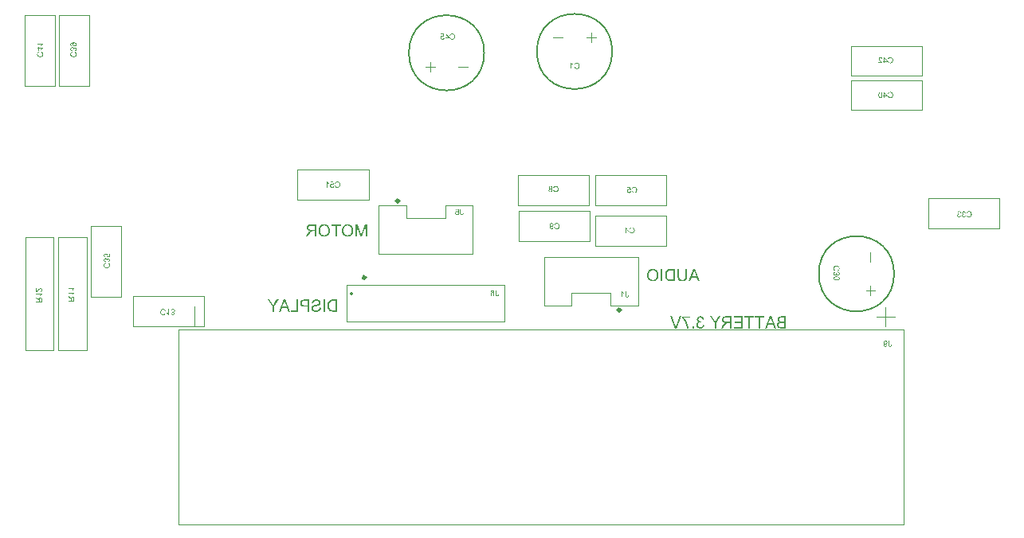
<source format=gbo>
G04*
G04 #@! TF.GenerationSoftware,Altium Limited,Altium Designer,18.1.7 (191)*
G04*
G04 Layer_Color=32896*
%FSLAX44Y44*%
%MOMM*%
G71*
G01*
G75*
%ADD10C,0.2000*%
%ADD11C,0.1000*%
%ADD123C,0.3000*%
G36*
X705103Y267129D02*
Y266759D01*
X705084Y266407D01*
X705066Y266074D01*
X705029Y265759D01*
X704992Y265481D01*
X704955Y265222D01*
X704899Y264981D01*
X704862Y264759D01*
X704825Y264555D01*
X704769Y264389D01*
X704732Y264240D01*
X704695Y264129D01*
X704658Y264037D01*
X704640Y263963D01*
X704621Y263926D01*
Y263907D01*
X704418Y263500D01*
X704158Y263130D01*
X703899Y262833D01*
X703621Y262574D01*
X703381Y262370D01*
X703177Y262222D01*
X703103Y262185D01*
X703047Y262148D01*
X703010Y262111D01*
X702992D01*
X702529Y261907D01*
X702048Y261759D01*
X701547Y261648D01*
X701085Y261574D01*
X700881Y261556D01*
X700677Y261537D01*
X700492Y261518D01*
X700344D01*
X700214Y261500D01*
X700048D01*
X699381Y261537D01*
X699085Y261574D01*
X698807Y261611D01*
X698529Y261667D01*
X698289Y261722D01*
X698066Y261778D01*
X697863Y261852D01*
X697678Y261926D01*
X697529Y261981D01*
X697381Y262037D01*
X697270Y262092D01*
X697178Y262148D01*
X697122Y262167D01*
X697085Y262204D01*
X697066D01*
X696659Y262481D01*
X696326Y262796D01*
X696067Y263092D01*
X695844Y263389D01*
X695678Y263648D01*
X695567Y263852D01*
X695530Y263926D01*
X695493Y263981D01*
X695474Y264018D01*
Y264037D01*
X695400Y264259D01*
X695326Y264500D01*
X695215Y265000D01*
X695141Y265518D01*
X695085Y266018D01*
X695067Y266240D01*
X695048Y266462D01*
Y266648D01*
X695030Y266814D01*
Y266944D01*
Y267036D01*
Y267111D01*
Y267129D01*
Y274536D01*
X696733D01*
Y267129D01*
Y266703D01*
X696770Y266296D01*
X696807Y265944D01*
X696863Y265611D01*
X696918Y265314D01*
X696992Y265037D01*
X697048Y264796D01*
X697122Y264592D01*
X697196Y264426D01*
X697270Y264259D01*
X697344Y264148D01*
X697400Y264037D01*
X697455Y263963D01*
X697492Y263907D01*
X697511Y263889D01*
X697529Y263870D01*
X697696Y263722D01*
X697881Y263592D01*
X698289Y263389D01*
X698715Y263241D01*
X699159Y263148D01*
X699566Y263074D01*
X699733Y263055D01*
X699900D01*
X700011Y263037D01*
X700196D01*
X700585Y263055D01*
X700937Y263111D01*
X701270Y263167D01*
X701529Y263259D01*
X701751Y263333D01*
X701918Y263389D01*
X702010Y263444D01*
X702048Y263463D01*
X702307Y263629D01*
X702529Y263833D01*
X702714Y264037D01*
X702844Y264222D01*
X702955Y264407D01*
X703047Y264537D01*
X703084Y264629D01*
X703103Y264666D01*
X703158Y264833D01*
X703195Y265000D01*
X703270Y265389D01*
X703325Y265796D01*
X703362Y266203D01*
X703381Y266555D01*
Y266722D01*
X703399Y266851D01*
Y266962D01*
Y267055D01*
Y267111D01*
Y267129D01*
Y274536D01*
X705103D01*
Y267129D01*
D02*
G37*
G36*
X718472Y261722D02*
X716676D01*
X715287Y265611D01*
X709917D01*
X708417Y261722D01*
X706491D01*
X711732Y274536D01*
X713583D01*
X718472Y261722D01*
D02*
G37*
G36*
X692197D02*
X687586D01*
X687160Y261741D01*
X686771Y261759D01*
X686420Y261796D01*
X686123Y261833D01*
X685864Y261870D01*
X685679Y261889D01*
X685623Y261907D01*
X685568Y261926D01*
X685531D01*
X685197Y262019D01*
X684901Y262130D01*
X684642Y262222D01*
X684420Y262333D01*
X684234Y262426D01*
X684105Y262500D01*
X684031Y262556D01*
X683994Y262574D01*
X683753Y262741D01*
X683549Y262944D01*
X683346Y263130D01*
X683179Y263315D01*
X683031Y263481D01*
X682920Y263611D01*
X682846Y263703D01*
X682827Y263741D01*
X682642Y264037D01*
X682457Y264352D01*
X682309Y264648D01*
X682198Y264944D01*
X682087Y265203D01*
X682012Y265407D01*
X681994Y265481D01*
X681975Y265537D01*
X681957Y265574D01*
Y265592D01*
X681846Y266037D01*
X681753Y266481D01*
X681698Y266907D01*
X681642Y267314D01*
X681624Y267666D01*
Y267814D01*
X681605Y267944D01*
Y268036D01*
Y268129D01*
Y268166D01*
Y268185D01*
X681624Y268814D01*
X681679Y269388D01*
X681772Y269907D01*
X681809Y270147D01*
X681864Y270351D01*
X681920Y270555D01*
X681957Y270721D01*
X681994Y270869D01*
X682050Y270999D01*
X682068Y271110D01*
X682105Y271184D01*
X682124Y271221D01*
Y271240D01*
X682327Y271721D01*
X682568Y272147D01*
X682827Y272517D01*
X683068Y272832D01*
X683290Y273091D01*
X683475Y273277D01*
X683549Y273332D01*
X683605Y273388D01*
X683624Y273406D01*
X683642Y273425D01*
X683938Y273665D01*
X684253Y273851D01*
X684568Y274017D01*
X684864Y274147D01*
X685123Y274239D01*
X685327Y274295D01*
X685401Y274332D01*
X685457D01*
X685494Y274350D01*
X685512D01*
X685827Y274406D01*
X686197Y274462D01*
X686568Y274499D01*
X686938Y274517D01*
X687271Y274536D01*
X692197D01*
Y261722D01*
D02*
G37*
G36*
X678994D02*
X677291D01*
Y274536D01*
X678994D01*
Y261722D01*
D02*
G37*
G36*
X669181Y274739D02*
X669643Y274684D01*
X670088Y274591D01*
X670514Y274480D01*
X670903Y274332D01*
X671273Y274184D01*
X671606Y274017D01*
X671902Y273851D01*
X672180Y273684D01*
X672421Y273517D01*
X672625Y273369D01*
X672791Y273221D01*
X672921Y273110D01*
X673032Y273017D01*
X673087Y272962D01*
X673106Y272943D01*
X673402Y272591D01*
X673661Y272221D01*
X673902Y271814D01*
X674087Y271406D01*
X674254Y270980D01*
X674402Y270573D01*
X674513Y270166D01*
X674587Y269777D01*
X674661Y269407D01*
X674717Y269055D01*
X674754Y268740D01*
X674791Y268481D01*
Y268259D01*
X674810Y268092D01*
Y267981D01*
Y267962D01*
Y267944D01*
X674772Y267314D01*
X674698Y266740D01*
X674587Y266185D01*
X674513Y265944D01*
X674439Y265703D01*
X674384Y265500D01*
X674310Y265314D01*
X674254Y265148D01*
X674199Y265000D01*
X674162Y264888D01*
X674125Y264814D01*
X674087Y264759D01*
Y264740D01*
X673773Y264203D01*
X673439Y263741D01*
X673069Y263333D01*
X672717Y263000D01*
X672402Y262722D01*
X672273Y262611D01*
X672162Y262537D01*
X672051Y262463D01*
X671976Y262407D01*
X671939Y262389D01*
X671921Y262370D01*
X671643Y262222D01*
X671366Y262092D01*
X670810Y261870D01*
X670273Y261722D01*
X669773Y261611D01*
X669532Y261574D01*
X669329Y261556D01*
X669144Y261518D01*
X668977D01*
X668866Y261500D01*
X668681D01*
X668070Y261537D01*
X667495Y261630D01*
X666958Y261741D01*
X666718Y261815D01*
X666496Y261889D01*
X666292Y261963D01*
X666107Y262037D01*
X665959Y262092D01*
X665829Y262148D01*
X665718Y262204D01*
X665625Y262241D01*
X665588Y262278D01*
X665570D01*
X665051Y262611D01*
X664607Y262981D01*
X664237Y263370D01*
X663922Y263741D01*
X663663Y264092D01*
X663570Y264222D01*
X663496Y264352D01*
X663422Y264463D01*
X663385Y264537D01*
X663348Y264592D01*
Y264611D01*
X663200Y264907D01*
X663089Y265203D01*
X662885Y265796D01*
X662737Y266388D01*
X662644Y266925D01*
X662626Y267166D01*
X662589Y267388D01*
X662570Y267592D01*
Y267759D01*
X662552Y267907D01*
Y267999D01*
Y268073D01*
Y268092D01*
X662589Y268796D01*
X662663Y269444D01*
X662718Y269740D01*
X662792Y270036D01*
X662866Y270295D01*
X662922Y270536D01*
X662996Y270758D01*
X663070Y270962D01*
X663126Y271129D01*
X663200Y271277D01*
X663237Y271388D01*
X663274Y271462D01*
X663311Y271518D01*
Y271536D01*
X663607Y272073D01*
X663959Y272554D01*
X664329Y272962D01*
X664662Y273295D01*
X664977Y273554D01*
X665125Y273665D01*
X665237Y273758D01*
X665348Y273813D01*
X665422Y273869D01*
X665459Y273888D01*
X665477Y273906D01*
X665755Y274054D01*
X666033Y274184D01*
X666570Y274406D01*
X667125Y274554D01*
X667607Y274647D01*
X667829Y274684D01*
X668051Y274721D01*
X668218Y274739D01*
X668384D01*
X668514Y274758D01*
X668681D01*
X669181Y274739D01*
D02*
G37*
G36*
X266274Y234648D02*
Y229222D01*
X264571D01*
Y234648D01*
X259460Y242036D01*
X261441Y242036D01*
X263904Y238258D01*
X264200Y237795D01*
X264478Y237369D01*
X264719Y236981D01*
X264922Y236647D01*
X265089Y236370D01*
X265163Y236259D01*
X265219Y236166D01*
X265274Y236092D01*
X265311Y236036D01*
X265330Y235999D01*
Y235981D01*
X265552Y236388D01*
X265793Y236777D01*
X266015Y237147D01*
X266218Y237481D01*
X266385Y237758D01*
X266459Y237869D01*
X266533Y237962D01*
X266570Y238036D01*
X266607Y238092D01*
X266644Y238129D01*
Y238147D01*
X269163Y242036D01*
X271218D01*
X266274Y234648D01*
D02*
G37*
G36*
X333563Y229222D02*
X328953D01*
X328527Y229241D01*
X328138Y229259D01*
X327786Y229296D01*
X327490Y229333D01*
X327231Y229370D01*
X327046Y229389D01*
X326990Y229407D01*
X326934Y229426D01*
X326897D01*
X326564Y229519D01*
X326268Y229630D01*
X326009Y229722D01*
X325786Y229833D01*
X325601Y229926D01*
X325472Y230000D01*
X325397Y230055D01*
X325360Y230074D01*
X325120Y230241D01*
X324916Y230444D01*
X324712Y230630D01*
X324546Y230815D01*
X324398Y230981D01*
X324286Y231111D01*
X324212Y231203D01*
X324194Y231241D01*
X324009Y231537D01*
X323824Y231852D01*
X323675Y232148D01*
X323564Y232444D01*
X323453Y232703D01*
X323379Y232907D01*
X323361Y232981D01*
X323342Y233037D01*
X323324Y233074D01*
Y233092D01*
X323213Y233537D01*
X323120Y233981D01*
X323064Y234407D01*
X323009Y234814D01*
X322990Y235166D01*
Y235314D01*
X322972Y235444D01*
Y235536D01*
Y235629D01*
Y235666D01*
Y235685D01*
X322990Y236314D01*
X323046Y236888D01*
X323139Y237407D01*
X323176Y237647D01*
X323231Y237851D01*
X323287Y238055D01*
X323324Y238221D01*
X323361Y238369D01*
X323416Y238499D01*
X323435Y238610D01*
X323472Y238684D01*
X323490Y238721D01*
Y238740D01*
X323694Y239221D01*
X323935Y239647D01*
X324194Y240017D01*
X324435Y240332D01*
X324657Y240591D01*
X324842Y240777D01*
X324916Y240832D01*
X324972Y240888D01*
X324990Y240906D01*
X325009Y240925D01*
X325305Y241165D01*
X325620Y241351D01*
X325934Y241517D01*
X326231Y241647D01*
X326490Y241739D01*
X326694Y241795D01*
X326768Y241832D01*
X326823D01*
X326860Y241850D01*
X326879D01*
X327194Y241906D01*
X327564Y241962D01*
X327934Y241999D01*
X328305Y242017D01*
X328638Y242036D01*
X333563D01*
Y229222D01*
D02*
G37*
G36*
X320361D02*
X318657D01*
Y242036D01*
X320361D01*
Y229222D01*
D02*
G37*
G36*
X303715D02*
X302011D01*
Y234425D01*
X298734D01*
X298252Y234444D01*
X297789Y234481D01*
X297382Y234536D01*
X297012Y234611D01*
X296660Y234685D01*
X296364Y234777D01*
X296086Y234888D01*
X295845Y234999D01*
X295641Y235092D01*
X295456Y235203D01*
X295308Y235296D01*
X295197Y235388D01*
X295104Y235444D01*
X295049Y235499D01*
X295012Y235536D01*
X294993Y235555D01*
X294808Y235777D01*
X294641Y235999D01*
X294512Y236222D01*
X294382Y236462D01*
X294271Y236703D01*
X294197Y236925D01*
X294067Y237351D01*
X294030Y237555D01*
X293993Y237740D01*
X293975Y237906D01*
X293956Y238036D01*
X293938Y238166D01*
Y238240D01*
Y238295D01*
Y238314D01*
X293956Y238666D01*
X293993Y238999D01*
X294067Y239295D01*
X294123Y239555D01*
X294197Y239777D01*
X294271Y239943D01*
X294308Y240036D01*
X294327Y240073D01*
X294475Y240351D01*
X294660Y240591D01*
X294827Y240814D01*
X294993Y240980D01*
X295141Y241110D01*
X295252Y241221D01*
X295327Y241276D01*
X295364Y241295D01*
X295604Y241443D01*
X295882Y241573D01*
X296141Y241684D01*
X296382Y241777D01*
X296604Y241832D01*
X296771Y241869D01*
X296901Y241906D01*
X296938D01*
X297215Y241943D01*
X297530Y241980D01*
X297863Y241999D01*
X298178Y242017D01*
X298456Y242036D01*
X303715D01*
Y229222D01*
D02*
G37*
G36*
X291845D02*
X283828D01*
Y230741D01*
X290142D01*
Y242036D01*
X291845D01*
Y229222D01*
D02*
G37*
G36*
X283217D02*
X281421D01*
X280032Y233111D01*
X274662D01*
X273162Y229222D01*
X271236D01*
X276477Y242036D01*
X278328D01*
X283217Y229222D01*
D02*
G37*
G36*
X311732Y242239D02*
X312158Y242184D01*
X312565Y242110D01*
X312917Y242036D01*
X313195Y241962D01*
X313325Y241925D01*
X313417Y241888D01*
X313491Y241850D01*
X313547Y241832D01*
X313584Y241814D01*
X313603D01*
X313973Y241628D01*
X314306Y241425D01*
X314584Y241202D01*
X314806Y240999D01*
X314973Y240814D01*
X315102Y240665D01*
X315195Y240554D01*
X315213Y240536D01*
Y240517D01*
X315399Y240203D01*
X315528Y239888D01*
X315621Y239573D01*
X315676Y239295D01*
X315713Y239055D01*
X315750Y238869D01*
Y238795D01*
Y238740D01*
Y238721D01*
Y238703D01*
X315732Y238388D01*
X315676Y238092D01*
X315602Y237814D01*
X315528Y237573D01*
X315454Y237388D01*
X315380Y237240D01*
X315324Y237147D01*
X315306Y237110D01*
X315121Y236851D01*
X314899Y236610D01*
X314676Y236407D01*
X314454Y236240D01*
X314269Y236092D01*
X314102Y235999D01*
X313991Y235925D01*
X313973Y235907D01*
X313954D01*
X313806Y235833D01*
X313640Y235759D01*
X313269Y235629D01*
X312843Y235499D01*
X312436Y235370D01*
X312066Y235259D01*
X311899Y235222D01*
X311751Y235184D01*
X311640Y235147D01*
X311547Y235129D01*
X311492Y235110D01*
X311473D01*
X311158Y235036D01*
X310862Y234962D01*
X310603Y234888D01*
X310381Y234833D01*
X310158Y234777D01*
X309973Y234722D01*
X309807Y234685D01*
X309677Y234629D01*
X309547Y234592D01*
X309455Y234573D01*
X309307Y234518D01*
X309214Y234499D01*
X309195Y234481D01*
X308918Y234370D01*
X308677Y234240D01*
X308473Y234111D01*
X308325Y234000D01*
X308196Y233888D01*
X308122Y233814D01*
X308066Y233759D01*
X308048Y233740D01*
X307918Y233574D01*
X307825Y233388D01*
X307770Y233203D01*
X307714Y233055D01*
X307696Y232907D01*
X307677Y232796D01*
Y232703D01*
Y232685D01*
X307696Y232463D01*
X307733Y232259D01*
X307788Y232074D01*
X307862Y231926D01*
X307936Y231777D01*
X307992Y231685D01*
X308029Y231611D01*
X308048Y231592D01*
X308196Y231407D01*
X308381Y231259D01*
X308566Y231129D01*
X308733Y231000D01*
X308899Y230926D01*
X309029Y230852D01*
X309121Y230815D01*
X309158Y230796D01*
X309436Y230704D01*
X309732Y230630D01*
X310029Y230592D01*
X310288Y230555D01*
X310510Y230537D01*
X310695Y230518D01*
X310862D01*
X311269Y230537D01*
X311640Y230574D01*
X311973Y230630D01*
X312269Y230704D01*
X312510Y230778D01*
X312695Y230833D01*
X312751Y230852D01*
X312806Y230870D01*
X312825Y230889D01*
X312843D01*
X313140Y231037D01*
X313417Y231203D01*
X313621Y231370D01*
X313806Y231537D01*
X313954Y231666D01*
X314047Y231796D01*
X314102Y231870D01*
X314121Y231889D01*
X314251Y232129D01*
X314380Y232388D01*
X314454Y232666D01*
X314528Y232907D01*
X314584Y233148D01*
X314621Y233314D01*
Y233388D01*
X314639Y233444D01*
Y233463D01*
Y233481D01*
X316232Y233333D01*
X316195Y232870D01*
X316121Y232426D01*
X316010Y232037D01*
X315880Y231685D01*
X315750Y231407D01*
X315695Y231296D01*
X315658Y231203D01*
X315602Y231129D01*
X315584Y231074D01*
X315547Y231037D01*
Y231018D01*
X315269Y230667D01*
X314973Y230352D01*
X314658Y230093D01*
X314362Y229870D01*
X314102Y229704D01*
X313880Y229592D01*
X313806Y229555D01*
X313751Y229519D01*
X313714Y229500D01*
X313695D01*
X313232Y229333D01*
X312751Y229204D01*
X312269Y229130D01*
X311806Y229056D01*
X311584Y229037D01*
X311399Y229018D01*
X311232D01*
X311084Y229000D01*
X310788D01*
X310288Y229018D01*
X309825Y229074D01*
X309399Y229167D01*
X309047Y229259D01*
X308751Y229333D01*
X308622Y229389D01*
X308510Y229426D01*
X308436Y229463D01*
X308381Y229481D01*
X308344Y229500D01*
X308325D01*
X307936Y229704D01*
X307603Y229926D01*
X307307Y230166D01*
X307066Y230389D01*
X306881Y230574D01*
X306751Y230741D01*
X306659Y230852D01*
X306640Y230870D01*
Y230889D01*
X306437Y231241D01*
X306288Y231574D01*
X306196Y231889D01*
X306122Y232185D01*
X306085Y232444D01*
X306048Y232648D01*
Y232722D01*
Y232777D01*
Y232796D01*
Y232814D01*
X306066Y233185D01*
X306122Y233537D01*
X306214Y233851D01*
X306307Y234111D01*
X306418Y234333D01*
X306492Y234499D01*
X306566Y234592D01*
X306585Y234629D01*
X306807Y234907D01*
X307066Y235166D01*
X307344Y235388D01*
X307622Y235592D01*
X307862Y235740D01*
X308066Y235851D01*
X308140Y235888D01*
X308196Y235925D01*
X308233Y235944D01*
X308251D01*
X308399Y236018D01*
X308584Y236073D01*
X308788Y236147D01*
X309010Y236222D01*
X309473Y236351D01*
X309955Y236481D01*
X310177Y236536D01*
X310381Y236592D01*
X310584Y236647D01*
X310751Y236684D01*
X310881Y236721D01*
X310992Y236740D01*
X311066Y236758D01*
X311084D01*
X311455Y236851D01*
X311788Y236925D01*
X312084Y237018D01*
X312343Y237092D01*
X312584Y237184D01*
X312788Y237258D01*
X312973Y237332D01*
X313140Y237388D01*
X313269Y237462D01*
X313380Y237518D01*
X313454Y237555D01*
X313528Y237610D01*
X313621Y237666D01*
X313640Y237684D01*
X313806Y237869D01*
X313917Y238055D01*
X314010Y238240D01*
X314065Y238425D01*
X314102Y238573D01*
X314121Y238703D01*
Y238777D01*
Y238814D01*
X314084Y239110D01*
X314010Y239369D01*
X313899Y239592D01*
X313769Y239795D01*
X313658Y239943D01*
X313547Y240073D01*
X313473Y240147D01*
X313436Y240166D01*
X313288Y240258D01*
X313140Y240351D01*
X312788Y240499D01*
X312417Y240591D01*
X312047Y240665D01*
X311714Y240702D01*
X311566Y240721D01*
X311455Y240739D01*
X311195D01*
X310677Y240721D01*
X310214Y240647D01*
X309844Y240536D01*
X309529Y240425D01*
X309288Y240314D01*
X309103Y240203D01*
X309010Y240128D01*
X308973Y240110D01*
X308714Y239851D01*
X308510Y239573D01*
X308344Y239277D01*
X308233Y238980D01*
X308159Y238703D01*
X308103Y238499D01*
X308085Y238406D01*
X308066Y238351D01*
Y238314D01*
Y238295D01*
X306437Y238425D01*
X306474Y238832D01*
X306566Y239203D01*
X306659Y239555D01*
X306788Y239851D01*
X306900Y240091D01*
X306992Y240277D01*
X307029Y240332D01*
X307066Y240388D01*
X307085Y240406D01*
Y240425D01*
X307325Y240739D01*
X307585Y241017D01*
X307862Y241258D01*
X308140Y241443D01*
X308381Y241610D01*
X308566Y241702D01*
X308640Y241739D01*
X308696Y241777D01*
X308733Y241795D01*
X308751D01*
X309158Y241943D01*
X309603Y242054D01*
X310010Y242147D01*
X310399Y242202D01*
X310751Y242239D01*
X310881D01*
X311010Y242258D01*
X311251D01*
X311732Y242239D01*
D02*
G37*
G36*
X719765Y224242D02*
X720265Y224150D01*
X720691Y224002D01*
X721061Y223853D01*
X721227Y223761D01*
X721357Y223687D01*
X721487Y223613D01*
X721579Y223539D01*
X721653Y223483D01*
X721709Y223446D01*
X721746Y223428D01*
X721764Y223409D01*
X722116Y223057D01*
X722394Y222668D01*
X722616Y222261D01*
X722801Y221854D01*
X722913Y221502D01*
X722968Y221354D01*
X723005Y221224D01*
X723024Y221113D01*
X723042Y221039D01*
X723061Y220983D01*
Y220965D01*
X721487Y220687D01*
X721413Y221094D01*
X721301Y221446D01*
X721172Y221742D01*
X721042Y221983D01*
X720913Y222168D01*
X720802Y222298D01*
X720727Y222391D01*
X720709Y222409D01*
X720468Y222594D01*
X720209Y222742D01*
X719968Y222835D01*
X719728Y222909D01*
X719505Y222946D01*
X719339Y222983D01*
X719191D01*
X718857Y222965D01*
X718561Y222891D01*
X718302Y222798D01*
X718080Y222705D01*
X717913Y222594D01*
X717783Y222502D01*
X717691Y222428D01*
X717672Y222409D01*
X717469Y222187D01*
X717320Y221946D01*
X717228Y221705D01*
X717154Y221483D01*
X717117Y221280D01*
X717080Y221131D01*
Y221020D01*
Y221002D01*
Y220983D01*
Y220780D01*
X717117Y220595D01*
X717209Y220280D01*
X717339Y220002D01*
X717487Y219761D01*
X717635Y219595D01*
X717765Y219465D01*
X717857Y219391D01*
X717876Y219372D01*
X717895D01*
X718209Y219206D01*
X718505Y219076D01*
X718820Y218984D01*
X719098Y218928D01*
X719339Y218891D01*
X719542Y218854D01*
X719783D01*
X719857Y218873D01*
X719950D01*
X720135Y217484D01*
X719894Y217539D01*
X719672Y217576D01*
X719487Y217613D01*
X719320Y217632D01*
X719191Y217650D01*
X719024D01*
X718635Y217613D01*
X718283Y217539D01*
X717969Y217428D01*
X717709Y217299D01*
X717506Y217169D01*
X717357Y217058D01*
X717265Y216984D01*
X717228Y216947D01*
X716987Y216669D01*
X716802Y216373D01*
X716672Y216077D01*
X716598Y215780D01*
X716543Y215539D01*
X716524Y215336D01*
X716506Y215262D01*
Y215206D01*
Y215169D01*
Y215151D01*
X716543Y214743D01*
X716635Y214373D01*
X716746Y214058D01*
X716895Y213780D01*
X717043Y213558D01*
X717154Y213391D01*
X717246Y213280D01*
X717283Y213243D01*
X717580Y212984D01*
X717895Y212799D01*
X718209Y212669D01*
X718505Y212577D01*
X718765Y212521D01*
X718968Y212503D01*
X719043Y212484D01*
X719154D01*
X719487Y212503D01*
X719802Y212577D01*
X720079Y212669D01*
X720302Y212780D01*
X720487Y212873D01*
X720635Y212966D01*
X720709Y213040D01*
X720746Y213058D01*
X720968Y213318D01*
X721153Y213614D01*
X721320Y213929D01*
X721450Y214262D01*
X721542Y214540D01*
X721579Y214669D01*
X721598Y214780D01*
X721616Y214873D01*
X721635Y214947D01*
X721653Y214984D01*
Y215002D01*
X723227Y214799D01*
X723190Y214503D01*
X723135Y214225D01*
X722968Y213706D01*
X722764Y213262D01*
X722653Y213077D01*
X722542Y212892D01*
X722431Y212725D01*
X722320Y212595D01*
X722227Y212466D01*
X722135Y212373D01*
X722079Y212299D01*
X722024Y212243D01*
X721987Y212206D01*
X721968Y212188D01*
X721746Y212021D01*
X721524Y211855D01*
X721301Y211725D01*
X721061Y211614D01*
X720598Y211429D01*
X720154Y211318D01*
X719950Y211281D01*
X719765Y211244D01*
X719598Y211225D01*
X719450Y211207D01*
X719339Y211188D01*
X719172D01*
X718820Y211207D01*
X718505Y211244D01*
X718191Y211299D01*
X717895Y211373D01*
X717617Y211466D01*
X717376Y211558D01*
X717135Y211670D01*
X716932Y211781D01*
X716728Y211873D01*
X716561Y211984D01*
X716413Y212077D01*
X716302Y212169D01*
X716209Y212243D01*
X716135Y212299D01*
X716098Y212336D01*
X716080Y212355D01*
X715858Y212577D01*
X715673Y212817D01*
X715506Y213058D01*
X715358Y213299D01*
X715247Y213521D01*
X715135Y213762D01*
X714987Y214206D01*
X714950Y214410D01*
X714913Y214595D01*
X714876Y214762D01*
X714858Y214910D01*
X714839Y215021D01*
Y215114D01*
Y215169D01*
Y215188D01*
X714858Y215632D01*
X714932Y216039D01*
X715043Y216391D01*
X715154Y216688D01*
X715265Y216928D01*
X715376Y217113D01*
X715450Y217225D01*
X715469Y217262D01*
X715728Y217539D01*
X716006Y217780D01*
X716302Y217965D01*
X716598Y218113D01*
X716858Y218224D01*
X717061Y218298D01*
X717135Y218317D01*
X717191Y218335D01*
X717228Y218354D01*
X717246D01*
X716932Y218521D01*
X716672Y218687D01*
X716450Y218873D01*
X716265Y219039D01*
X716117Y219187D01*
X716006Y219317D01*
X715950Y219391D01*
X715932Y219428D01*
X715784Y219687D01*
X715673Y219946D01*
X715580Y220206D01*
X715524Y220446D01*
X715487Y220650D01*
X715469Y220798D01*
Y220909D01*
Y220946D01*
X715487Y221261D01*
X715543Y221576D01*
X715617Y221854D01*
X715710Y222094D01*
X715802Y222298D01*
X715876Y222465D01*
X715932Y222557D01*
X715950Y222594D01*
X716135Y222872D01*
X716358Y223113D01*
X716580Y223316D01*
X716802Y223502D01*
X716987Y223631D01*
X717154Y223742D01*
X717265Y223798D01*
X717283Y223816D01*
X717302D01*
X717635Y223965D01*
X717969Y224076D01*
X718302Y224168D01*
X718598Y224224D01*
X718839Y224261D01*
X719043Y224279D01*
X719505D01*
X719765Y224242D01*
D02*
G37*
G36*
X735930Y216836D02*
Y211410D01*
X734226D01*
Y216836D01*
X729116Y224224D01*
X731097D01*
X733559Y220446D01*
X733856Y219984D01*
X734134Y219558D01*
X734374Y219169D01*
X734578Y218835D01*
X734745Y218558D01*
X734819Y218447D01*
X734874Y218354D01*
X734930Y218280D01*
X734967Y218224D01*
X734985Y218187D01*
Y218169D01*
X735208Y218576D01*
X735448Y218965D01*
X735670Y219335D01*
X735874Y219669D01*
X736041Y219946D01*
X736115Y220058D01*
X736189Y220150D01*
X736226Y220224D01*
X736263Y220280D01*
X736300Y220317D01*
Y220335D01*
X738818Y224224D01*
X740874D01*
X735930Y216836D01*
D02*
G37*
G36*
X694064Y211410D02*
X692286D01*
X687287Y224224D01*
X689009D01*
X692490Y214910D01*
X692638Y214521D01*
X692767Y214151D01*
X692878Y213799D01*
X692971Y213484D01*
X693064Y213206D01*
X693119Y213003D01*
X693138Y212929D01*
X693156Y212873D01*
X693175Y212836D01*
Y212817D01*
X693397Y213558D01*
X693508Y213910D01*
X693619Y214225D01*
X693712Y214503D01*
X693749Y214614D01*
X693767Y214725D01*
X693804Y214799D01*
X693823Y214854D01*
X693841Y214891D01*
Y214910D01*
X697174Y224224D01*
X699026D01*
X694064Y211410D01*
D02*
G37*
G36*
X810237Y211410D02*
X805348D01*
X804904Y211429D01*
X804515Y211447D01*
X804163Y211484D01*
X803867Y211521D01*
X803626Y211558D01*
X803441Y211577D01*
X803330Y211614D01*
X803293D01*
X802978Y211707D01*
X802719Y211799D01*
X802478Y211910D01*
X802275Y212021D01*
X802108Y212095D01*
X801978Y212169D01*
X801904Y212225D01*
X801886Y212243D01*
X801682Y212410D01*
X801497Y212614D01*
X801349Y212818D01*
X801201Y213003D01*
X801090Y213188D01*
X801015Y213318D01*
X800960Y213410D01*
X800941Y213447D01*
X800812Y213743D01*
X800719Y214040D01*
X800645Y214317D01*
X800608Y214577D01*
X800571Y214799D01*
X800553Y214984D01*
Y215095D01*
Y215114D01*
Y215132D01*
X800571Y215539D01*
X800645Y215910D01*
X800756Y216225D01*
X800867Y216521D01*
X800978Y216743D01*
X801090Y216910D01*
X801164Y217021D01*
X801182Y217058D01*
X801441Y217354D01*
X801719Y217595D01*
X802034Y217799D01*
X802312Y217965D01*
X802571Y218095D01*
X802793Y218169D01*
X802867Y218206D01*
X802923Y218224D01*
X802960Y218243D01*
X802978D01*
X802663Y218428D01*
X802386Y218613D01*
X802163Y218817D01*
X801978Y219002D01*
X801830Y219150D01*
X801719Y219298D01*
X801664Y219372D01*
X801645Y219410D01*
X801497Y219687D01*
X801386Y219946D01*
X801293Y220206D01*
X801238Y220446D01*
X801201Y220650D01*
X801182Y220817D01*
Y220909D01*
Y220946D01*
X801201Y221261D01*
X801256Y221576D01*
X801349Y221854D01*
X801441Y222113D01*
X801534Y222335D01*
X801627Y222483D01*
X801682Y222594D01*
X801701Y222631D01*
X801904Y222909D01*
X802126Y223168D01*
X802367Y223372D01*
X802589Y223539D01*
X802775Y223668D01*
X802941Y223761D01*
X803052Y223816D01*
X803071Y223835D01*
X803089D01*
X803441Y223965D01*
X803830Y224057D01*
X804219Y224131D01*
X804589Y224168D01*
X804922Y224205D01*
X805071D01*
X805200Y224224D01*
X810237D01*
Y211410D01*
D02*
G37*
G36*
X799627D02*
X797831D01*
X796442Y215299D01*
X791072D01*
X789572Y211410D01*
X787646D01*
X792887Y224224D01*
X794738D01*
X799627Y211410D01*
D02*
G37*
G36*
X787239Y222705D02*
X783017D01*
Y211410D01*
X781314D01*
Y222705D01*
X777092D01*
Y224224D01*
X787239D01*
Y222705D01*
D02*
G37*
G36*
X776296D02*
X772074D01*
Y211410D01*
X770370D01*
Y222705D01*
X766149D01*
Y224224D01*
X776296D01*
Y222705D01*
D02*
G37*
G36*
X764371Y211410D02*
X754798D01*
Y212929D01*
X762668D01*
Y217280D01*
X755576D01*
Y218798D01*
X762668D01*
Y222705D01*
X755094D01*
Y224224D01*
X764371D01*
Y211410D01*
D02*
G37*
G36*
X752428D02*
X750724D01*
Y217095D01*
X748539D01*
X748336Y217076D01*
X748188D01*
X748058Y217058D01*
X747965Y217039D01*
X747891D01*
X747854Y217021D01*
X747836D01*
X747540Y216928D01*
X747410Y216873D01*
X747299Y216817D01*
X747188Y216762D01*
X747114Y216725D01*
X747077Y216706D01*
X747058Y216688D01*
X746910Y216576D01*
X746762Y216447D01*
X746484Y216169D01*
X746355Y216039D01*
X746262Y215928D01*
X746206Y215854D01*
X746188Y215836D01*
X746003Y215576D01*
X745799Y215299D01*
X745595Y215002D01*
X745392Y214725D01*
X745225Y214466D01*
X745095Y214262D01*
X745040Y214188D01*
X745003Y214132D01*
X744966Y214095D01*
Y214077D01*
X743281Y211410D01*
X741170D01*
X743373Y214891D01*
X743633Y215262D01*
X743873Y215595D01*
X744114Y215873D01*
X744318Y216132D01*
X744503Y216317D01*
X744651Y216465D01*
X744743Y216558D01*
X744781Y216595D01*
X744929Y216706D01*
X745095Y216836D01*
X745429Y217039D01*
X745577Y217113D01*
X745688Y217188D01*
X745762Y217225D01*
X745799Y217243D01*
X745466Y217299D01*
X745151Y217354D01*
X744873Y217447D01*
X744595Y217521D01*
X744355Y217613D01*
X744133Y217724D01*
X743929Y217817D01*
X743744Y217910D01*
X743596Y218021D01*
X743447Y218113D01*
X743336Y218187D01*
X743244Y218261D01*
X743170Y218317D01*
X743114Y218372D01*
X743096Y218391D01*
X743077Y218410D01*
X742929Y218595D01*
X742781Y218780D01*
X742559Y219169D01*
X742411Y219558D01*
X742299Y219928D01*
X742225Y220243D01*
X742207Y220372D01*
Y220502D01*
X742188Y220595D01*
Y220669D01*
Y220706D01*
Y220724D01*
X742207Y221113D01*
X742262Y221465D01*
X742355Y221798D01*
X742448Y222076D01*
X742559Y222317D01*
X742633Y222502D01*
X742707Y222613D01*
X742725Y222631D01*
Y222650D01*
X742947Y222946D01*
X743170Y223205D01*
X743410Y223428D01*
X743633Y223594D01*
X743836Y223724D01*
X744003Y223798D01*
X744114Y223853D01*
X744133Y223872D01*
X744151D01*
X744318Y223927D01*
X744521Y223983D01*
X744929Y224076D01*
X745373Y224131D01*
X745780Y224187D01*
X746169Y224205D01*
X746336D01*
X746484Y224224D01*
X752428D01*
Y211410D01*
D02*
G37*
G36*
X712395Y211410D02*
X710599D01*
Y213206D01*
X712395D01*
Y211410D01*
D02*
G37*
G36*
X708192Y222539D02*
X701915D01*
X702359Y222002D01*
X702785Y221428D01*
X703155Y220872D01*
X703507Y220335D01*
X703655Y220095D01*
X703785Y219872D01*
X703914Y219669D01*
X704007Y219502D01*
X704081Y219354D01*
X704137Y219261D01*
X704174Y219187D01*
X704192Y219169D01*
X704563Y218428D01*
X704896Y217687D01*
X705174Y216984D01*
X705285Y216669D01*
X705396Y216354D01*
X705507Y216077D01*
X705581Y215817D01*
X705655Y215595D01*
X705711Y215410D01*
X705766Y215243D01*
X705803Y215132D01*
X705822Y215058D01*
Y215040D01*
X706007Y214280D01*
X706081Y213910D01*
X706136Y213577D01*
X706192Y213262D01*
X706247Y212947D01*
X706285Y212688D01*
X706322Y212429D01*
X706340Y212206D01*
X706359Y212003D01*
X706377Y211818D01*
Y211670D01*
X706396Y211558D01*
Y211484D01*
Y211429D01*
Y211410D01*
X704785D01*
X704729Y212114D01*
X704637Y212762D01*
X704544Y213354D01*
X704489Y213632D01*
X704433Y213892D01*
X704396Y214114D01*
X704340Y214317D01*
X704303Y214503D01*
X704266Y214651D01*
X704229Y214762D01*
X704211Y214854D01*
X704192Y214910D01*
Y214928D01*
X703914Y215780D01*
X703618Y216576D01*
X703470Y216965D01*
X703322Y217336D01*
X703155Y217669D01*
X703007Y218002D01*
X702878Y218298D01*
X702748Y218558D01*
X702637Y218780D01*
X702544Y218984D01*
X702452Y219150D01*
X702396Y219261D01*
X702359Y219335D01*
X702340Y219354D01*
X702118Y219743D01*
X701896Y220132D01*
X701674Y220483D01*
X701452Y220817D01*
X701248Y221113D01*
X701044Y221409D01*
X700841Y221668D01*
X700674Y221891D01*
X700507Y222113D01*
X700359Y222298D01*
X700211Y222446D01*
X700100Y222576D01*
X700026Y222687D01*
X699952Y222761D01*
X699915Y222798D01*
X699896Y222817D01*
Y224057D01*
X708192D01*
Y222539D01*
D02*
G37*
G36*
X365036Y309222D02*
X363407D01*
Y320129D01*
X359703Y309222D01*
X358185D01*
X354445Y319943D01*
Y309222D01*
X352815D01*
Y322036D01*
X355093D01*
X358166Y313111D01*
X358333Y312629D01*
X358463Y312222D01*
X358592Y311870D01*
X358685Y311574D01*
X358759Y311352D01*
X358815Y311185D01*
X358833Y311092D01*
X358852Y311055D01*
X358926Y311315D01*
X359018Y311611D01*
X359129Y311926D01*
X359222Y312240D01*
X359314Y312518D01*
X359389Y312740D01*
X359426Y312833D01*
X359444Y312889D01*
X359463Y312925D01*
Y312944D01*
X362499Y322036D01*
X365036D01*
Y309222D01*
D02*
G37*
G36*
X337094Y320517D02*
X332873D01*
Y309222D01*
X331169D01*
Y320517D01*
X326947D01*
Y322036D01*
X337094D01*
Y320517D01*
D02*
G37*
G36*
X311245Y309222D02*
X309542D01*
Y314907D01*
X307357D01*
X307153Y314888D01*
X307005D01*
X306875Y314870D01*
X306783Y314851D01*
X306709D01*
X306672Y314833D01*
X306653D01*
X306357Y314740D01*
X306227Y314685D01*
X306116Y314629D01*
X306005Y314573D01*
X305931Y314536D01*
X305894Y314518D01*
X305875Y314499D01*
X305727Y314388D01*
X305579Y314259D01*
X305301Y313981D01*
X305172Y313851D01*
X305079Y313740D01*
X305024Y313666D01*
X305005Y313648D01*
X304820Y313388D01*
X304616Y313111D01*
X304413Y312814D01*
X304209Y312537D01*
X304042Y312277D01*
X303913Y312074D01*
X303857Y312000D01*
X303820Y311944D01*
X303783Y311907D01*
Y311889D01*
X302098Y309222D01*
X299987D01*
X302191Y312703D01*
X302450Y313074D01*
X302691Y313407D01*
X302931Y313685D01*
X303135Y313944D01*
X303320Y314129D01*
X303468Y314277D01*
X303561Y314370D01*
X303598Y314407D01*
X303746Y314518D01*
X303913Y314648D01*
X304246Y314851D01*
X304394Y314925D01*
X304505Y314999D01*
X304579Y315036D01*
X304616Y315055D01*
X304283Y315110D01*
X303968Y315166D01*
X303691Y315259D01*
X303413Y315333D01*
X303172Y315425D01*
X302950Y315536D01*
X302746Y315629D01*
X302561Y315721D01*
X302413Y315833D01*
X302265Y315925D01*
X302154Y315999D01*
X302061Y316073D01*
X301987Y316129D01*
X301931Y316184D01*
X301913Y316203D01*
X301894Y316222D01*
X301746Y316407D01*
X301598Y316592D01*
X301376Y316981D01*
X301228Y317369D01*
X301117Y317740D01*
X301043Y318055D01*
X301024Y318184D01*
Y318314D01*
X301006Y318406D01*
Y318480D01*
Y318517D01*
Y318536D01*
X301024Y318925D01*
X301080Y319277D01*
X301172Y319610D01*
X301265Y319888D01*
X301376Y320129D01*
X301450Y320314D01*
X301524Y320425D01*
X301543Y320443D01*
Y320462D01*
X301765Y320758D01*
X301987Y321017D01*
X302228Y321240D01*
X302450Y321406D01*
X302654Y321536D01*
X302820Y321610D01*
X302931Y321665D01*
X302950Y321684D01*
X302968D01*
X303135Y321739D01*
X303339Y321795D01*
X303746Y321888D01*
X304191Y321943D01*
X304598Y321999D01*
X304987Y322017D01*
X305153D01*
X305301Y322036D01*
X311245D01*
Y309222D01*
D02*
G37*
G36*
X344945Y322239D02*
X345409Y322184D01*
X345853Y322091D01*
X346279Y321980D01*
X346668Y321832D01*
X347038Y321684D01*
X347371Y321517D01*
X347668Y321351D01*
X347945Y321184D01*
X348186Y321017D01*
X348390Y320869D01*
X348556Y320721D01*
X348686Y320610D01*
X348797Y320517D01*
X348853Y320462D01*
X348871Y320443D01*
X349167Y320091D01*
X349427Y319721D01*
X349667Y319314D01*
X349852Y318906D01*
X350019Y318480D01*
X350167Y318073D01*
X350278Y317666D01*
X350352Y317277D01*
X350426Y316907D01*
X350482Y316555D01*
X350519Y316240D01*
X350556Y315981D01*
Y315759D01*
X350575Y315592D01*
Y315481D01*
Y315462D01*
Y315444D01*
X350538Y314814D01*
X350463Y314240D01*
X350352Y313685D01*
X350278Y313444D01*
X350204Y313203D01*
X350149Y313000D01*
X350075Y312814D01*
X350019Y312648D01*
X349963Y312500D01*
X349926Y312388D01*
X349889Y312314D01*
X349852Y312259D01*
Y312240D01*
X349538Y311703D01*
X349204Y311241D01*
X348834Y310833D01*
X348482Y310500D01*
X348167Y310222D01*
X348038Y310111D01*
X347927Y310037D01*
X347816Y309963D01*
X347742Y309907D01*
X347705Y309889D01*
X347686Y309870D01*
X347408Y309722D01*
X347131Y309592D01*
X346575Y309370D01*
X346038Y309222D01*
X345538Y309111D01*
X345297Y309074D01*
X345094Y309056D01*
X344908Y309018D01*
X344742D01*
X344631Y309000D01*
X344446D01*
X343834Y309037D01*
X343260Y309130D01*
X342724Y309241D01*
X342483Y309315D01*
X342261Y309389D01*
X342057Y309463D01*
X341872Y309537D01*
X341724Y309592D01*
X341594Y309648D01*
X341483Y309704D01*
X341390Y309741D01*
X341353Y309778D01*
X341335D01*
X340816Y310111D01*
X340372Y310481D01*
X340002Y310870D01*
X339687Y311241D01*
X339428Y311592D01*
X339335Y311722D01*
X339261Y311852D01*
X339187Y311963D01*
X339150Y312037D01*
X339113Y312092D01*
Y312111D01*
X338965Y312407D01*
X338854Y312703D01*
X338650Y313296D01*
X338502Y313888D01*
X338409Y314425D01*
X338391Y314666D01*
X338354Y314888D01*
X338335Y315092D01*
Y315259D01*
X338317Y315407D01*
Y315499D01*
Y315573D01*
Y315592D01*
X338354Y316296D01*
X338428Y316944D01*
X338483Y317240D01*
X338557Y317536D01*
X338631Y317795D01*
X338687Y318036D01*
X338761Y318258D01*
X338835Y318462D01*
X338891Y318629D01*
X338965Y318777D01*
X339002Y318888D01*
X339039Y318962D01*
X339076Y319018D01*
Y319036D01*
X339372Y319573D01*
X339724Y320054D01*
X340094Y320462D01*
X340428Y320795D01*
X340742Y321054D01*
X340890Y321165D01*
X341002Y321258D01*
X341113Y321314D01*
X341187Y321369D01*
X341224Y321388D01*
X341242Y321406D01*
X341520Y321554D01*
X341798Y321684D01*
X342335Y321906D01*
X342890Y322054D01*
X343372Y322147D01*
X343594Y322184D01*
X343816Y322221D01*
X343983Y322239D01*
X344149D01*
X344279Y322258D01*
X344446D01*
X344945Y322239D01*
D02*
G37*
G36*
X320078D02*
X320541Y322184D01*
X320985Y322091D01*
X321411Y321980D01*
X321800Y321832D01*
X322170Y321684D01*
X322503Y321517D01*
X322800Y321351D01*
X323077Y321184D01*
X323318Y321017D01*
X323522Y320869D01*
X323689Y320721D01*
X323818Y320610D01*
X323929Y320517D01*
X323985Y320462D01*
X324003Y320443D01*
X324300Y320091D01*
X324559Y319721D01*
X324799Y319314D01*
X324985Y318906D01*
X325151Y318480D01*
X325299Y318073D01*
X325410Y317666D01*
X325485Y317277D01*
X325559Y316907D01*
X325614Y316555D01*
X325651Y316240D01*
X325688Y315981D01*
Y315759D01*
X325707Y315592D01*
Y315481D01*
Y315462D01*
Y315444D01*
X325670Y314814D01*
X325596Y314240D01*
X325485Y313685D01*
X325410Y313444D01*
X325336Y313203D01*
X325281Y313000D01*
X325207Y312814D01*
X325151Y312648D01*
X325096Y312500D01*
X325059Y312388D01*
X325022Y312314D01*
X324985Y312259D01*
Y312240D01*
X324670Y311703D01*
X324337Y311241D01*
X323966Y310833D01*
X323614Y310500D01*
X323300Y310222D01*
X323170Y310111D01*
X323059Y310037D01*
X322948Y309963D01*
X322874Y309907D01*
X322837Y309889D01*
X322818Y309870D01*
X322541Y309722D01*
X322263Y309592D01*
X321707Y309370D01*
X321170Y309222D01*
X320670Y309111D01*
X320430Y309074D01*
X320226Y309056D01*
X320041Y309018D01*
X319874D01*
X319763Y309000D01*
X319578D01*
X318967Y309037D01*
X318393Y309130D01*
X317856Y309241D01*
X317615Y309315D01*
X317393Y309389D01*
X317189Y309463D01*
X317004Y309537D01*
X316856Y309592D01*
X316726Y309648D01*
X316615Y309704D01*
X316523Y309741D01*
X316486Y309778D01*
X316467D01*
X315949Y310111D01*
X315504Y310481D01*
X315134Y310870D01*
X314819Y311241D01*
X314560Y311592D01*
X314467Y311722D01*
X314393Y311852D01*
X314319Y311963D01*
X314282Y312037D01*
X314245Y312092D01*
Y312111D01*
X314097Y312407D01*
X313986Y312703D01*
X313782Y313296D01*
X313634Y313888D01*
X313541Y314425D01*
X313523Y314666D01*
X313486Y314888D01*
X313467Y315092D01*
Y315259D01*
X313449Y315407D01*
Y315499D01*
Y315573D01*
Y315592D01*
X313486Y316296D01*
X313560Y316944D01*
X313615Y317240D01*
X313689Y317536D01*
X313764Y317795D01*
X313819Y318036D01*
X313893Y318258D01*
X313967Y318462D01*
X314023Y318629D01*
X314097Y318777D01*
X314134Y318888D01*
X314171Y318962D01*
X314208Y319018D01*
Y319036D01*
X314504Y319573D01*
X314856Y320054D01*
X315226Y320462D01*
X315560Y320795D01*
X315875Y321054D01*
X316023Y321165D01*
X316134Y321258D01*
X316245Y321314D01*
X316319Y321369D01*
X316356Y321388D01*
X316374Y321406D01*
X316652Y321554D01*
X316930Y321684D01*
X317467Y321906D01*
X318022Y322054D01*
X318504Y322147D01*
X318726Y322184D01*
X318948Y322221D01*
X319115Y322239D01*
X319282D01*
X319411Y322258D01*
X319578D01*
X320078Y322239D01*
D02*
G37*
G36*
X87830Y291088D02*
X87987Y291070D01*
X88144Y291042D01*
X88283Y291005D01*
X88412Y290959D01*
X88542Y290912D01*
X88653Y290857D01*
X88755Y290811D01*
X88847Y290755D01*
X88930Y290700D01*
X88995Y290653D01*
X89060Y290607D01*
X89106Y290570D01*
X89134Y290543D01*
X89152Y290524D01*
X89161Y290515D01*
X89263Y290404D01*
X89355Y290293D01*
X89429Y290173D01*
X89494Y290053D01*
X89559Y289932D01*
X89605Y289812D01*
X89670Y289590D01*
X89698Y289489D01*
X89716Y289396D01*
X89725Y289313D01*
X89734Y289239D01*
X89744Y289184D01*
Y288980D01*
X89725Y288869D01*
X89679Y288647D01*
X89614Y288444D01*
X89540Y288259D01*
X89466Y288111D01*
X89429Y288046D01*
X89402Y287991D01*
X89374Y287945D01*
X89355Y287917D01*
X89346Y287898D01*
X89337Y287889D01*
X91066Y288231D01*
Y290792D01*
X91815D01*
Y287612D01*
X88523Y286992D01*
X88422Y287732D01*
X88523Y287797D01*
X88607Y287880D01*
X88690Y287954D01*
X88755Y288028D01*
X88801Y288102D01*
X88847Y288157D01*
X88865Y288194D01*
X88875Y288204D01*
X88930Y288324D01*
X88976Y288444D01*
X89004Y288555D01*
X89032Y288666D01*
X89041Y288758D01*
X89050Y288832D01*
Y289008D01*
X89032Y289119D01*
X88986Y289313D01*
X88921Y289479D01*
X88856Y289627D01*
X88782Y289738D01*
X88717Y289821D01*
X88671Y289868D01*
X88662Y289886D01*
X88653D01*
X88496Y290016D01*
X88329Y290108D01*
X88153Y290173D01*
X87978Y290219D01*
X87830Y290247D01*
X87765Y290256D01*
X87710D01*
X87663Y290265D01*
X87626D01*
X87608D01*
X87599D01*
X87469D01*
X87349Y290247D01*
X87118Y290201D01*
X86924Y290136D01*
X86767Y290071D01*
X86637Y289997D01*
X86536Y289932D01*
X86508Y289905D01*
X86480Y289886D01*
X86471Y289877D01*
X86461Y289868D01*
X86388Y289794D01*
X86323Y289720D01*
X86212Y289553D01*
X86138Y289396D01*
X86092Y289239D01*
X86055Y289109D01*
X86046Y288999D01*
X86036Y288962D01*
Y288906D01*
X86046Y288731D01*
X86082Y288573D01*
X86129Y288435D01*
X86184Y288324D01*
X86240Y288222D01*
X86286Y288148D01*
X86323Y288111D01*
X86332Y288092D01*
X86461Y287982D01*
X86600Y287889D01*
X86757Y287815D01*
X86896Y287760D01*
X87035Y287723D01*
X87136Y287695D01*
X87183Y287686D01*
X87210Y287677D01*
X87229D01*
X87238D01*
X87174Y286854D01*
X87025Y286872D01*
X86887Y286900D01*
X86628Y286983D01*
X86406Y287085D01*
X86304Y287140D01*
X86221Y287196D01*
X86138Y287242D01*
X86064Y287297D01*
X86009Y287344D01*
X85962Y287390D01*
X85925Y287427D01*
X85888Y287445D01*
X85879Y287464D01*
X85870Y287473D01*
X85787Y287584D01*
X85713Y287695D01*
X85648Y287815D01*
X85592Y287935D01*
X85509Y288167D01*
X85454Y288398D01*
X85426Y288499D01*
X85417Y288601D01*
X85408Y288684D01*
X85398Y288758D01*
X85389Y288823D01*
Y288906D01*
X85398Y289100D01*
X85426Y289285D01*
X85463Y289461D01*
X85509Y289618D01*
X85574Y289766D01*
X85639Y289905D01*
X85703Y290034D01*
X85777Y290145D01*
X85851Y290247D01*
X85916Y290339D01*
X85990Y290413D01*
X86046Y290478D01*
X86092Y290524D01*
X86129Y290561D01*
X86156Y290580D01*
X86166Y290589D01*
X86286Y290681D01*
X86415Y290755D01*
X86536Y290829D01*
X86665Y290885D01*
X86915Y290977D01*
X87155Y291033D01*
X87257Y291051D01*
X87358Y291070D01*
X87442Y291079D01*
X87515Y291088D01*
X87580Y291097D01*
X87626D01*
X87654D01*
X87663D01*
X87830Y291088D01*
D02*
G37*
G36*
X87608Y286068D02*
X87811Y286031D01*
X87987Y285975D01*
X88135Y285920D01*
X88255Y285864D01*
X88348Y285809D01*
X88403Y285772D01*
X88422Y285763D01*
X88560Y285633D01*
X88680Y285494D01*
X88773Y285347D01*
X88847Y285199D01*
X88902Y285069D01*
X88939Y284967D01*
X88949Y284930D01*
X88958Y284903D01*
X88967Y284884D01*
Y284875D01*
X89050Y285032D01*
X89134Y285162D01*
X89226Y285273D01*
X89309Y285365D01*
X89383Y285439D01*
X89448Y285494D01*
X89485Y285522D01*
X89503Y285532D01*
X89633Y285605D01*
X89762Y285661D01*
X89892Y285707D01*
X90012Y285735D01*
X90114Y285753D01*
X90188Y285763D01*
X90243D01*
X90261D01*
X90419Y285753D01*
X90576Y285726D01*
X90715Y285689D01*
X90835Y285642D01*
X90936Y285596D01*
X91020Y285559D01*
X91066Y285532D01*
X91084Y285522D01*
X91223Y285430D01*
X91343Y285319D01*
X91445Y285208D01*
X91537Y285097D01*
X91602Y285005D01*
X91658Y284921D01*
X91685Y284866D01*
X91695Y284857D01*
Y284847D01*
X91769Y284681D01*
X91824Y284515D01*
X91870Y284348D01*
X91898Y284200D01*
X91917Y284080D01*
X91926Y283978D01*
Y283747D01*
X91907Y283618D01*
X91861Y283368D01*
X91787Y283155D01*
X91713Y282971D01*
X91667Y282887D01*
X91630Y282822D01*
X91593Y282758D01*
X91556Y282712D01*
X91528Y282675D01*
X91510Y282647D01*
X91500Y282628D01*
X91491Y282619D01*
X91315Y282444D01*
X91121Y282305D01*
X90918Y282194D01*
X90715Y282101D01*
X90539Y282046D01*
X90465Y282018D01*
X90400Y282000D01*
X90345Y281990D01*
X90308Y281981D01*
X90280Y281972D01*
X90271D01*
X90132Y282758D01*
X90336Y282795D01*
X90511Y282850D01*
X90659Y282915D01*
X90779Y282980D01*
X90872Y283044D01*
X90936Y283100D01*
X90983Y283137D01*
X90992Y283146D01*
X91084Y283266D01*
X91158Y283396D01*
X91205Y283516D01*
X91242Y283636D01*
X91260Y283747D01*
X91278Y283830D01*
Y283904D01*
X91269Y284071D01*
X91232Y284219D01*
X91186Y284348D01*
X91140Y284459D01*
X91084Y284542D01*
X91038Y284607D01*
X91001Y284653D01*
X90992Y284662D01*
X90881Y284764D01*
X90761Y284838D01*
X90641Y284884D01*
X90530Y284921D01*
X90428Y284940D01*
X90354Y284958D01*
X90299D01*
X90289D01*
X90280D01*
X90178D01*
X90086Y284940D01*
X89929Y284893D01*
X89790Y284829D01*
X89670Y284755D01*
X89587Y284681D01*
X89522Y284616D01*
X89485Y284570D01*
X89476Y284561D01*
Y284552D01*
X89392Y284394D01*
X89328Y284246D01*
X89282Y284089D01*
X89254Y283951D01*
X89235Y283830D01*
X89217Y283729D01*
Y283608D01*
X89226Y283571D01*
Y283525D01*
X88533Y283433D01*
X88560Y283553D01*
X88579Y283664D01*
X88597Y283756D01*
X88607Y283839D01*
X88616Y283904D01*
Y283988D01*
X88597Y284182D01*
X88560Y284357D01*
X88505Y284515D01*
X88440Y284644D01*
X88375Y284746D01*
X88320Y284820D01*
X88283Y284866D01*
X88264Y284884D01*
X88126Y285005D01*
X87978Y285097D01*
X87830Y285162D01*
X87682Y285199D01*
X87562Y285226D01*
X87460Y285236D01*
X87423Y285245D01*
X87395D01*
X87377D01*
X87368D01*
X87164Y285226D01*
X86979Y285180D01*
X86822Y285125D01*
X86683Y285051D01*
X86573Y284977D01*
X86489Y284921D01*
X86434Y284875D01*
X86415Y284857D01*
X86286Y284709D01*
X86193Y284552D01*
X86129Y284394D01*
X86082Y284246D01*
X86055Y284117D01*
X86046Y284015D01*
X86036Y283978D01*
Y283923D01*
X86046Y283756D01*
X86082Y283599D01*
X86129Y283461D01*
X86184Y283349D01*
X86230Y283257D01*
X86277Y283183D01*
X86314Y283146D01*
X86323Y283128D01*
X86452Y283017D01*
X86600Y282924D01*
X86757Y282841D01*
X86924Y282776D01*
X87063Y282730D01*
X87127Y282712D01*
X87183Y282702D01*
X87229Y282693D01*
X87266Y282684D01*
X87284Y282675D01*
X87294D01*
X87192Y281889D01*
X87044Y281907D01*
X86905Y281935D01*
X86646Y282018D01*
X86425Y282120D01*
X86332Y282175D01*
X86240Y282231D01*
X86156Y282286D01*
X86092Y282342D01*
X86027Y282388D01*
X85981Y282434D01*
X85944Y282462D01*
X85916Y282490D01*
X85898Y282508D01*
X85888Y282517D01*
X85805Y282628D01*
X85722Y282739D01*
X85657Y282850D01*
X85602Y282971D01*
X85509Y283202D01*
X85454Y283424D01*
X85435Y283525D01*
X85417Y283618D01*
X85408Y283701D01*
X85398Y283775D01*
X85389Y283830D01*
Y283913D01*
X85398Y284089D01*
X85417Y284246D01*
X85444Y284403D01*
X85482Y284552D01*
X85528Y284690D01*
X85574Y284810D01*
X85629Y284930D01*
X85685Y285032D01*
X85731Y285134D01*
X85787Y285217D01*
X85833Y285291D01*
X85879Y285347D01*
X85916Y285393D01*
X85944Y285430D01*
X85962Y285448D01*
X85971Y285457D01*
X86082Y285569D01*
X86203Y285661D01*
X86323Y285744D01*
X86443Y285818D01*
X86554Y285874D01*
X86674Y285929D01*
X86896Y286003D01*
X86998Y286021D01*
X87090Y286040D01*
X87174Y286059D01*
X87247Y286068D01*
X87303Y286077D01*
X87349D01*
X87377D01*
X87386D01*
X87608Y286068D01*
D02*
G37*
G36*
X87737Y280308D02*
X87590Y280271D01*
X87451Y280224D01*
X87321Y280178D01*
X87201Y280132D01*
X87090Y280077D01*
X86998Y280021D01*
X86905Y279956D01*
X86822Y279901D01*
X86748Y279855D01*
X86693Y279799D01*
X86637Y279753D01*
X86591Y279716D01*
X86563Y279679D01*
X86536Y279651D01*
X86526Y279642D01*
X86517Y279633D01*
X86443Y279540D01*
X86388Y279439D01*
X86286Y279235D01*
X86212Y279041D01*
X86166Y278847D01*
X86129Y278680D01*
X86119Y278616D01*
Y278551D01*
X86110Y278496D01*
Y278431D01*
X86119Y278218D01*
X86156Y278015D01*
X86203Y277830D01*
X86258Y277663D01*
X86314Y277534D01*
X86341Y277479D01*
X86360Y277432D01*
X86378Y277395D01*
X86397Y277368D01*
X86406Y277349D01*
Y277340D01*
X86536Y277164D01*
X86674Y277016D01*
X86831Y276887D01*
X86979Y276785D01*
X87109Y276702D01*
X87220Y276646D01*
X87266Y276628D01*
X87294Y276609D01*
X87312Y276600D01*
X87321D01*
X87562Y276526D01*
X87802Y276471D01*
X88042Y276425D01*
X88264Y276397D01*
X88366Y276388D01*
X88459Y276378D01*
X88542D01*
X88607Y276369D01*
X88662D01*
X88708D01*
X88736D01*
X88745D01*
X88986Y276378D01*
X89207Y276397D01*
X89411Y276434D01*
X89596Y276471D01*
X89753Y276499D01*
X89818Y276517D01*
X89873Y276535D01*
X89919Y276545D01*
X89947Y276554D01*
X89966Y276563D01*
X89975D01*
X90188Y276656D01*
X90382Y276757D01*
X90539Y276868D01*
X90677Y276989D01*
X90788Y277090D01*
X90863Y277174D01*
X90909Y277238D01*
X90927Y277247D01*
Y277257D01*
X91047Y277451D01*
X91140Y277663D01*
X91205Y277867D01*
X91242Y278061D01*
X91269Y278237D01*
X91278Y278311D01*
Y278375D01*
X91288Y278422D01*
Y278496D01*
X91278Y278727D01*
X91242Y278939D01*
X91186Y279115D01*
X91131Y279272D01*
X91066Y279392D01*
X91020Y279485D01*
X90983Y279540D01*
X90964Y279559D01*
X90826Y279707D01*
X90668Y279845D01*
X90502Y279956D01*
X90336Y280049D01*
X90188Y280123D01*
X90114Y280151D01*
X90058Y280169D01*
X90012Y280187D01*
X89975Y280206D01*
X89956Y280215D01*
X89947D01*
X90141Y281047D01*
X90308Y280992D01*
X90456Y280936D01*
X90594Y280863D01*
X90733Y280798D01*
X90853Y280724D01*
X90964Y280641D01*
X91075Y280567D01*
X91168Y280493D01*
X91242Y280419D01*
X91315Y280354D01*
X91380Y280289D01*
X91426Y280243D01*
X91473Y280197D01*
X91500Y280160D01*
X91510Y280141D01*
X91519Y280132D01*
X91602Y280003D01*
X91685Y279873D01*
X91750Y279744D01*
X91805Y279605D01*
X91889Y279328D01*
X91944Y279078D01*
X91972Y278958D01*
X91981Y278856D01*
X91990Y278755D01*
X92000Y278671D01*
X92009Y278606D01*
Y278514D01*
X91990Y278209D01*
X91944Y277913D01*
X91889Y277654D01*
X91852Y277534D01*
X91815Y277423D01*
X91778Y277321D01*
X91741Y277229D01*
X91713Y277155D01*
X91685Y277081D01*
X91658Y277035D01*
X91639Y276998D01*
X91630Y276970D01*
X91621Y276961D01*
X91463Y276711D01*
X91278Y276499D01*
X91094Y276314D01*
X90909Y276156D01*
X90742Y276036D01*
X90668Y275990D01*
X90604Y275953D01*
X90557Y275916D01*
X90520Y275898D01*
X90493Y275888D01*
X90483Y275879D01*
X90197Y275750D01*
X89901Y275657D01*
X89605Y275592D01*
X89337Y275546D01*
X89217Y275528D01*
X89096Y275518D01*
X89004Y275509D01*
X88912D01*
X88847Y275500D01*
X88791D01*
X88755D01*
X88745D01*
X88412Y275518D01*
X88089Y275555D01*
X87802Y275602D01*
X87663Y275639D01*
X87543Y275666D01*
X87432Y275694D01*
X87331Y275731D01*
X87238Y275759D01*
X87164Y275777D01*
X87109Y275805D01*
X87063Y275814D01*
X87035Y275833D01*
X87025D01*
X86748Y275972D01*
X86498Y276129D01*
X86286Y276295D01*
X86203Y276378D01*
X86119Y276452D01*
X86046Y276526D01*
X85981Y276600D01*
X85925Y276665D01*
X85888Y276720D01*
X85851Y276757D01*
X85824Y276794D01*
X85814Y276813D01*
X85805Y276822D01*
X85731Y276952D01*
X85666Y277081D01*
X85565Y277358D01*
X85491Y277636D01*
X85444Y277904D01*
X85426Y278033D01*
X85408Y278144D01*
X85398Y278246D01*
Y278329D01*
X85389Y278403D01*
Y278505D01*
X85398Y278690D01*
X85417Y278865D01*
X85435Y279032D01*
X85472Y279189D01*
X85519Y279337D01*
X85565Y279476D01*
X85611Y279605D01*
X85666Y279725D01*
X85713Y279827D01*
X85759Y279929D01*
X85805Y280003D01*
X85851Y280077D01*
X85888Y280123D01*
X85907Y280169D01*
X85925Y280187D01*
X85935Y280197D01*
X86046Y280326D01*
X86156Y280437D01*
X86286Y280539D01*
X86415Y280641D01*
X86674Y280807D01*
X86933Y280936D01*
X87053Y280992D01*
X87164Y281038D01*
X87266Y281075D01*
X87349Y281103D01*
X87423Y281131D01*
X87479Y281149D01*
X87515Y281158D01*
X87525D01*
X87737Y280308D01*
D02*
G37*
G36*
X916047Y198416D02*
X916195Y198398D01*
X916342Y198370D01*
X916472Y198333D01*
X916721Y198232D01*
X916833Y198185D01*
X916925Y198130D01*
X917017Y198065D01*
X917091Y198019D01*
X917165Y197963D01*
X917221Y197917D01*
X917267Y197880D01*
X917295Y197852D01*
X917313Y197834D01*
X917322Y197825D01*
X917424Y197714D01*
X917507Y197584D01*
X917591Y197464D01*
X917655Y197335D01*
X917711Y197196D01*
X917757Y197067D01*
X917822Y196826D01*
X917850Y196706D01*
X917868Y196604D01*
X917877Y196503D01*
X917887Y196419D01*
X917896Y196355D01*
Y196308D01*
Y196271D01*
Y196262D01*
X917887Y196087D01*
X917868Y195929D01*
X917850Y195772D01*
X917812Y195624D01*
X917766Y195495D01*
X917720Y195365D01*
X917674Y195254D01*
X917618Y195153D01*
X917572Y195060D01*
X917526Y194977D01*
X917480Y194912D01*
X917433Y194848D01*
X917396Y194801D01*
X917378Y194774D01*
X917359Y194755D01*
X917350Y194746D01*
X917249Y194644D01*
X917138Y194561D01*
X917027Y194478D01*
X916906Y194413D01*
X916796Y194358D01*
X916684Y194311D01*
X916472Y194247D01*
X916379Y194219D01*
X916287Y194200D01*
X916213Y194191D01*
X916139Y194182D01*
X916084Y194173D01*
X916010D01*
X915834Y194182D01*
X915667Y194210D01*
X915520Y194247D01*
X915381Y194293D01*
X915279Y194330D01*
X915196Y194367D01*
X915141Y194395D01*
X915122Y194404D01*
X914974Y194496D01*
X914845Y194598D01*
X914734Y194700D01*
X914641Y194792D01*
X914576Y194885D01*
X914521Y194949D01*
X914484Y194996D01*
X914475Y195014D01*
Y194940D01*
Y194894D01*
Y194866D01*
Y194857D01*
X914484Y194672D01*
X914493Y194496D01*
X914512Y194339D01*
X914530Y194191D01*
X914558Y194071D01*
X914576Y193979D01*
X914586Y193942D01*
Y193914D01*
X914595Y193905D01*
Y193895D01*
X914641Y193729D01*
X914688Y193581D01*
X914734Y193452D01*
X914780Y193341D01*
X914817Y193257D01*
X914854Y193193D01*
X914872Y193146D01*
X914882Y193137D01*
X914956Y193036D01*
X915030Y192952D01*
X915104Y192878D01*
X915178Y192814D01*
X915233Y192758D01*
X915288Y192721D01*
X915325Y192703D01*
X915335Y192693D01*
X915436Y192638D01*
X915547Y192601D01*
X915649Y192573D01*
X915751Y192555D01*
X915834Y192546D01*
X915899Y192536D01*
X915963D01*
X916111Y192546D01*
X916250Y192573D01*
X916370Y192610D01*
X916472Y192656D01*
X916546Y192693D01*
X916611Y192730D01*
X916647Y192758D01*
X916657Y192767D01*
X916749Y192869D01*
X916823Y192989D01*
X916888Y193119D01*
X916934Y193248D01*
X916971Y193359D01*
X916999Y193461D01*
X917008Y193498D01*
Y193516D01*
X917017Y193535D01*
Y193544D01*
X917775Y193479D01*
X917720Y193211D01*
X917646Y192980D01*
X917554Y192777D01*
X917461Y192610D01*
X917369Y192481D01*
X917322Y192425D01*
X917286Y192379D01*
X917258Y192351D01*
X917230Y192324D01*
X917221Y192314D01*
X917212Y192305D01*
X917119Y192231D01*
X917017Y192166D01*
X916814Y192065D01*
X916611Y191991D01*
X916416Y191945D01*
X916241Y191908D01*
X916167Y191898D01*
X916102D01*
X916056Y191889D01*
X915982D01*
X915723Y191908D01*
X915492Y191945D01*
X915279Y192009D01*
X915104Y192083D01*
X915030Y192111D01*
X914956Y192148D01*
X914900Y192185D01*
X914845Y192213D01*
X914808Y192231D01*
X914780Y192250D01*
X914761Y192268D01*
X914752D01*
X914567Y192425D01*
X914401Y192601D01*
X914271Y192786D01*
X914161Y192962D01*
X914068Y193119D01*
X914031Y193193D01*
X914003Y193248D01*
X913985Y193304D01*
X913966Y193341D01*
X913957Y193359D01*
Y193368D01*
X913911Y193507D01*
X913865Y193664D01*
X913800Y193979D01*
X913754Y194311D01*
X913726Y194626D01*
X913707Y194764D01*
X913698Y194903D01*
Y195023D01*
X913689Y195125D01*
Y195208D01*
Y195273D01*
Y195319D01*
Y195328D01*
Y195541D01*
X913698Y195744D01*
X913717Y195929D01*
X913735Y196105D01*
X913754Y196262D01*
X913772Y196410D01*
X913800Y196549D01*
X913828Y196669D01*
X913855Y196771D01*
X913874Y196863D01*
X913902Y196946D01*
X913920Y197011D01*
X913939Y197057D01*
X913957Y197094D01*
X913966Y197113D01*
Y197122D01*
X914077Y197344D01*
X914197Y197538D01*
X914336Y197705D01*
X914456Y197843D01*
X914576Y197945D01*
X914669Y198019D01*
X914706Y198047D01*
X914734Y198065D01*
X914743Y198084D01*
X914752D01*
X914946Y198195D01*
X915141Y198278D01*
X915335Y198342D01*
X915510Y198379D01*
X915667Y198407D01*
X915732Y198416D01*
X915779D01*
X915825Y198426D01*
X915889D01*
X916047Y198416D01*
D02*
G37*
G36*
X919809Y193988D02*
Y193794D01*
X919828Y193627D01*
X919837Y193489D01*
X919856Y193378D01*
X919874Y193294D01*
X919883Y193230D01*
X919902Y193193D01*
Y193183D01*
X919939Y193091D01*
X919985Y193017D01*
X920041Y192952D01*
X920087Y192888D01*
X920142Y192851D01*
X920179Y192814D01*
X920207Y192795D01*
X920216Y192786D01*
X920309Y192740D01*
X920401Y192703D01*
X920494Y192684D01*
X920577Y192666D01*
X920660Y192656D01*
X920716Y192647D01*
X920771D01*
X920919Y192656D01*
X921058Y192693D01*
X921169Y192730D01*
X921270Y192786D01*
X921344Y192832D01*
X921400Y192878D01*
X921437Y192906D01*
X921446Y192915D01*
X921492Y192971D01*
X921529Y193036D01*
X921585Y193183D01*
X921640Y193350D01*
X921668Y193516D01*
X921696Y193673D01*
Y193738D01*
X921705Y193794D01*
X921714Y193849D01*
Y193886D01*
Y193905D01*
Y193914D01*
X922482Y193803D01*
Y193627D01*
X922472Y193470D01*
X922445Y193313D01*
X922426Y193174D01*
X922389Y193045D01*
X922352Y192934D01*
X922315Y192823D01*
X922278Y192730D01*
X922232Y192647D01*
X922195Y192573D01*
X922158Y192509D01*
X922121Y192462D01*
X922093Y192425D01*
X922075Y192388D01*
X922066Y192379D01*
X922056Y192370D01*
X921964Y192287D01*
X921871Y192213D01*
X921770Y192148D01*
X921659Y192092D01*
X921446Y192009D01*
X921243Y191954D01*
X921048Y191917D01*
X920975Y191908D01*
X920900Y191898D01*
X920845Y191889D01*
X920762D01*
X920558Y191898D01*
X920374Y191926D01*
X920207Y191963D01*
X920059Y192009D01*
X919939Y192046D01*
X919856Y192083D01*
X919800Y192111D01*
X919782Y192120D01*
X919634Y192213D01*
X919504Y192324D01*
X919403Y192435D01*
X919310Y192536D01*
X919246Y192638D01*
X919199Y192712D01*
X919172Y192767D01*
X919162Y192777D01*
Y192786D01*
X919098Y192971D01*
X919042Y193165D01*
X919005Y193378D01*
X918987Y193581D01*
X918968Y193757D01*
Y193831D01*
X918959Y193905D01*
Y193960D01*
Y193997D01*
Y194025D01*
Y194034D01*
Y198398D01*
X919809D01*
Y193988D01*
D02*
G37*
G36*
X14258Y251075D02*
X14415Y251186D01*
X14480Y251241D01*
X14545Y251287D01*
X14600Y251334D01*
X14637Y251371D01*
X14665Y251398D01*
X14674Y251408D01*
X14720Y251454D01*
X14767Y251509D01*
X14887Y251639D01*
X15026Y251787D01*
X15164Y251944D01*
X15284Y252092D01*
X15340Y252157D01*
X15395Y252212D01*
X15432Y252258D01*
X15460Y252295D01*
X15479Y252314D01*
X15488Y252323D01*
X15617Y252471D01*
X15737Y252619D01*
X15858Y252748D01*
X15959Y252868D01*
X16061Y252979D01*
X16154Y253072D01*
X16237Y253164D01*
X16311Y253238D01*
X16385Y253312D01*
X16440Y253368D01*
X16486Y253414D01*
X16533Y253460D01*
X16588Y253506D01*
X16607Y253525D01*
X16764Y253654D01*
X16902Y253765D01*
X17041Y253858D01*
X17152Y253932D01*
X17254Y253987D01*
X17328Y254024D01*
X17374Y254043D01*
X17392Y254052D01*
X17531Y254107D01*
X17670Y254144D01*
X17799Y254181D01*
X17910Y254200D01*
X18012Y254209D01*
X18086Y254218D01*
X18132D01*
X18151D01*
X18289Y254209D01*
X18419Y254191D01*
X18548Y254172D01*
X18659Y254135D01*
X18881Y254043D01*
X19057Y253950D01*
X19140Y253895D01*
X19204Y253848D01*
X19269Y253802D01*
X19316Y253756D01*
X19353Y253719D01*
X19389Y253701D01*
X19399Y253682D01*
X19408Y253673D01*
X19500Y253571D01*
X19584Y253460D01*
X19648Y253340D01*
X19704Y253220D01*
X19796Y252979D01*
X19861Y252739D01*
X19879Y252637D01*
X19898Y252536D01*
X19907Y252443D01*
X19916Y252369D01*
X19926Y252304D01*
Y252212D01*
X19916Y252045D01*
X19907Y251888D01*
X19879Y251740D01*
X19852Y251602D01*
X19815Y251472D01*
X19778Y251352D01*
X19732Y251241D01*
X19685Y251140D01*
X19639Y251047D01*
X19593Y250973D01*
X19556Y250908D01*
X19519Y250853D01*
X19491Y250807D01*
X19463Y250779D01*
X19454Y250760D01*
X19445Y250751D01*
X19353Y250659D01*
X19251Y250576D01*
X19140Y250492D01*
X19029Y250428D01*
X18807Y250317D01*
X18585Y250243D01*
X18483Y250215D01*
X18382Y250187D01*
X18298Y250169D01*
X18225Y250150D01*
X18160Y250141D01*
X18114D01*
X18086Y250132D01*
X18077D01*
X17993Y250936D01*
X18206Y250955D01*
X18391Y250991D01*
X18557Y251047D01*
X18687Y251112D01*
X18798Y251167D01*
X18872Y251223D01*
X18918Y251260D01*
X18936Y251278D01*
X19047Y251417D01*
X19131Y251565D01*
X19195Y251722D01*
X19232Y251861D01*
X19260Y251990D01*
X19269Y252101D01*
X19279Y252138D01*
Y252194D01*
X19269Y252388D01*
X19232Y252563D01*
X19177Y252711D01*
X19121Y252841D01*
X19057Y252942D01*
X19010Y253007D01*
X18973Y253053D01*
X18955Y253072D01*
X18826Y253183D01*
X18696Y253266D01*
X18567Y253331D01*
X18437Y253368D01*
X18335Y253395D01*
X18243Y253405D01*
X18188Y253414D01*
X18178D01*
X18169D01*
X18003Y253395D01*
X17827Y253358D01*
X17670Y253294D01*
X17522Y253229D01*
X17402Y253155D01*
X17300Y253090D01*
X17263Y253072D01*
X17235Y253053D01*
X17226Y253035D01*
X17217D01*
X17115Y252961D01*
X17013Y252868D01*
X16902Y252767D01*
X16791Y252656D01*
X16569Y252425D01*
X16348Y252194D01*
X16246Y252073D01*
X16154Y251972D01*
X16070Y251870D01*
X15996Y251787D01*
X15941Y251722D01*
X15895Y251667D01*
X15867Y251630D01*
X15858Y251620D01*
X15663Y251389D01*
X15479Y251176D01*
X15312Y251001D01*
X15173Y250862D01*
X15053Y250742D01*
X14970Y250659D01*
X14915Y250613D01*
X14905Y250594D01*
X14896D01*
X14739Y250464D01*
X14591Y250363D01*
X14443Y250270D01*
X14314Y250196D01*
X14203Y250141D01*
X14119Y250104D01*
X14064Y250086D01*
X14055Y250076D01*
X14045D01*
X13944Y250039D01*
X13851Y250021D01*
X13759Y250002D01*
X13676Y249993D01*
X13602Y249984D01*
X13546D01*
X13509D01*
X13500D01*
Y254228D01*
X14258D01*
Y251075D01*
D02*
G37*
G36*
X19926Y247571D02*
X19769Y247478D01*
X19621Y247376D01*
X19473Y247256D01*
X19343Y247145D01*
X19232Y247034D01*
X19140Y246951D01*
X19112Y246914D01*
X19084Y246887D01*
X19075Y246877D01*
X19066Y246868D01*
X18909Y246674D01*
X18761Y246480D01*
X18631Y246295D01*
X18530Y246110D01*
X18437Y245953D01*
X18400Y245888D01*
X18372Y245833D01*
X18345Y245786D01*
X18335Y245749D01*
X18317Y245731D01*
Y245722D01*
X17559D01*
X17614Y245860D01*
X17679Y245999D01*
X17744Y246138D01*
X17808Y246267D01*
X17864Y246378D01*
X17910Y246470D01*
X17947Y246526D01*
X17956Y246535D01*
Y246544D01*
X18058Y246711D01*
X18160Y246859D01*
X18252Y246988D01*
X18335Y247090D01*
X18400Y247182D01*
X18456Y247238D01*
X18493Y247284D01*
X18502Y247293D01*
X13500D01*
Y248079D01*
X19926D01*
Y247571D01*
D02*
G37*
G36*
X15238Y243521D02*
X15423Y243392D01*
X15589Y243272D01*
X15728Y243151D01*
X15858Y243050D01*
X15950Y242957D01*
X16024Y242883D01*
X16070Y242837D01*
X16089Y242818D01*
X16144Y242745D01*
X16209Y242661D01*
X16311Y242495D01*
X16348Y242421D01*
X16385Y242365D01*
X16403Y242328D01*
X16412Y242310D01*
X16440Y242476D01*
X16468Y242633D01*
X16514Y242772D01*
X16551Y242911D01*
X16597Y243031D01*
X16653Y243142D01*
X16699Y243244D01*
X16745Y243336D01*
X16801Y243410D01*
X16847Y243484D01*
X16884Y243540D01*
X16921Y243586D01*
X16949Y243623D01*
X16976Y243650D01*
X16986Y243660D01*
X16995Y243669D01*
X17087Y243743D01*
X17180Y243817D01*
X17374Y243928D01*
X17568Y244002D01*
X17753Y244057D01*
X17910Y244094D01*
X17975Y244104D01*
X18040D01*
X18086Y244113D01*
X18123D01*
X18141D01*
X18151D01*
X18345Y244104D01*
X18520Y244076D01*
X18687Y244030D01*
X18826Y243983D01*
X18946Y243928D01*
X19038Y243891D01*
X19094Y243854D01*
X19103Y243845D01*
X19112D01*
X19260Y243734D01*
X19389Y243623D01*
X19500Y243503D01*
X19584Y243392D01*
X19648Y243290D01*
X19685Y243207D01*
X19713Y243151D01*
X19722Y243142D01*
Y243133D01*
X19750Y243050D01*
X19778Y242948D01*
X19824Y242745D01*
X19852Y242523D01*
X19879Y242319D01*
X19889Y242125D01*
Y242042D01*
X19898Y241968D01*
Y239000D01*
X13500D01*
Y239851D01*
X16338D01*
Y240942D01*
X16329Y241043D01*
Y241117D01*
X16320Y241182D01*
X16311Y241228D01*
Y241265D01*
X16301Y241284D01*
Y241293D01*
X16255Y241441D01*
X16228Y241506D01*
X16200Y241561D01*
X16172Y241616D01*
X16154Y241653D01*
X16144Y241672D01*
X16135Y241681D01*
X16079Y241755D01*
X16015Y241829D01*
X15876Y241968D01*
X15811Y242033D01*
X15756Y242079D01*
X15719Y242106D01*
X15710Y242116D01*
X15580Y242208D01*
X15442Y242310D01*
X15294Y242412D01*
X15155Y242513D01*
X15026Y242596D01*
X14924Y242661D01*
X14887Y242689D01*
X14859Y242708D01*
X14841Y242726D01*
X14831D01*
X13500Y243567D01*
Y244621D01*
X15238Y243521D01*
D02*
G37*
G36*
X53926Y253545D02*
X53769Y253452D01*
X53621Y253351D01*
X53473Y253230D01*
X53343Y253120D01*
X53232Y253009D01*
X53140Y252925D01*
X53112Y252888D01*
X53084Y252861D01*
X53075Y252851D01*
X53066Y252842D01*
X52909Y252648D01*
X52761Y252454D01*
X52631Y252269D01*
X52530Y252084D01*
X52437Y251927D01*
X52400Y251862D01*
X52372Y251807D01*
X52345Y251760D01*
X52336Y251723D01*
X52317Y251705D01*
Y251696D01*
X51559D01*
X51614Y251834D01*
X51679Y251973D01*
X51744Y252112D01*
X51809Y252241D01*
X51864Y252352D01*
X51910Y252445D01*
X51947Y252500D01*
X51956Y252509D01*
Y252519D01*
X52058Y252685D01*
X52160Y252833D01*
X52252Y252962D01*
X52336Y253064D01*
X52400Y253157D01*
X52456Y253212D01*
X52493Y253258D01*
X52502Y253267D01*
X47500D01*
Y254053D01*
X53926D01*
Y253545D01*
D02*
G37*
G36*
Y248571D02*
X53769Y248478D01*
X53621Y248377D01*
X53473Y248256D01*
X53343Y248145D01*
X53232Y248034D01*
X53140Y247951D01*
X53112Y247914D01*
X53084Y247887D01*
X53075Y247877D01*
X53066Y247868D01*
X52909Y247674D01*
X52761Y247480D01*
X52631Y247295D01*
X52530Y247110D01*
X52437Y246953D01*
X52400Y246888D01*
X52372Y246833D01*
X52345Y246786D01*
X52336Y246749D01*
X52317Y246731D01*
Y246722D01*
X51559D01*
X51614Y246860D01*
X51679Y246999D01*
X51744Y247138D01*
X51809Y247267D01*
X51864Y247378D01*
X51910Y247470D01*
X51947Y247526D01*
X51956Y247535D01*
Y247544D01*
X52058Y247711D01*
X52160Y247859D01*
X52252Y247988D01*
X52336Y248090D01*
X52400Y248182D01*
X52456Y248238D01*
X52493Y248284D01*
X52502Y248293D01*
X47500D01*
Y249079D01*
X53926D01*
Y248571D01*
D02*
G37*
G36*
X49238Y244521D02*
X49423Y244392D01*
X49590Y244272D01*
X49728Y244151D01*
X49858Y244050D01*
X49950Y243957D01*
X50024Y243883D01*
X50070Y243837D01*
X50089Y243818D01*
X50144Y243745D01*
X50209Y243661D01*
X50311Y243495D01*
X50348Y243421D01*
X50385Y243365D01*
X50403Y243328D01*
X50412Y243310D01*
X50440Y243476D01*
X50468Y243633D01*
X50514Y243772D01*
X50551Y243911D01*
X50597Y244031D01*
X50653Y244142D01*
X50699Y244244D01*
X50745Y244336D01*
X50801Y244410D01*
X50847Y244484D01*
X50884Y244540D01*
X50921Y244586D01*
X50949Y244623D01*
X50976Y244650D01*
X50986Y244660D01*
X50995Y244669D01*
X51087Y244743D01*
X51180Y244817D01*
X51374Y244928D01*
X51568Y245002D01*
X51753Y245057D01*
X51910Y245094D01*
X51975Y245104D01*
X52040D01*
X52086Y245113D01*
X52123D01*
X52141D01*
X52151D01*
X52345Y245104D01*
X52520Y245076D01*
X52687Y245030D01*
X52825Y244983D01*
X52946Y244928D01*
X53038Y244891D01*
X53094Y244854D01*
X53103Y244845D01*
X53112D01*
X53260Y244734D01*
X53390Y244623D01*
X53500Y244503D01*
X53584Y244392D01*
X53648Y244290D01*
X53685Y244207D01*
X53713Y244151D01*
X53722Y244142D01*
Y244133D01*
X53750Y244050D01*
X53778Y243948D01*
X53824Y243745D01*
X53852Y243523D01*
X53879Y243319D01*
X53889Y243125D01*
Y243042D01*
X53898Y242968D01*
Y240000D01*
X47500D01*
Y240851D01*
X50338D01*
Y241942D01*
X50329Y242043D01*
Y242117D01*
X50320Y242182D01*
X50311Y242228D01*
Y242265D01*
X50301Y242284D01*
Y242293D01*
X50255Y242441D01*
X50227Y242506D01*
X50200Y242561D01*
X50172Y242617D01*
X50153Y242654D01*
X50144Y242672D01*
X50135Y242681D01*
X50079Y242755D01*
X50015Y242829D01*
X49876Y242968D01*
X49811Y243033D01*
X49756Y243079D01*
X49719Y243106D01*
X49710Y243116D01*
X49580Y243208D01*
X49442Y243310D01*
X49294Y243412D01*
X49155Y243513D01*
X49026Y243596D01*
X48924Y243661D01*
X48887Y243689D01*
X48859Y243708D01*
X48841Y243726D01*
X48831D01*
X47500Y244567D01*
Y245621D01*
X49238Y244521D01*
D02*
G37*
G36*
X464809Y333988D02*
Y333794D01*
X464828Y333627D01*
X464837Y333489D01*
X464856Y333378D01*
X464874Y333294D01*
X464883Y333230D01*
X464902Y333193D01*
Y333183D01*
X464939Y333091D01*
X464985Y333017D01*
X465041Y332952D01*
X465087Y332888D01*
X465142Y332851D01*
X465179Y332814D01*
X465207Y332795D01*
X465216Y332786D01*
X465309Y332740D01*
X465401Y332703D01*
X465494Y332684D01*
X465577Y332666D01*
X465660Y332656D01*
X465716Y332647D01*
X465771D01*
X465919Y332656D01*
X466058Y332693D01*
X466169Y332730D01*
X466270Y332786D01*
X466344Y332832D01*
X466400Y332878D01*
X466437Y332906D01*
X466446Y332915D01*
X466492Y332971D01*
X466529Y333036D01*
X466585Y333183D01*
X466640Y333350D01*
X466668Y333516D01*
X466696Y333674D01*
Y333738D01*
X466705Y333794D01*
X466714Y333849D01*
Y333886D01*
Y333905D01*
Y333914D01*
X467481Y333803D01*
Y333627D01*
X467472Y333470D01*
X467444Y333313D01*
X467426Y333174D01*
X467389Y333045D01*
X467352Y332934D01*
X467315Y332823D01*
X467278Y332730D01*
X467232Y332647D01*
X467195Y332573D01*
X467158Y332509D01*
X467121Y332462D01*
X467093Y332425D01*
X467075Y332388D01*
X467066Y332379D01*
X467056Y332370D01*
X466964Y332287D01*
X466871Y332213D01*
X466770Y332148D01*
X466659Y332093D01*
X466446Y332009D01*
X466243Y331954D01*
X466048Y331917D01*
X465975Y331908D01*
X465900Y331898D01*
X465845Y331889D01*
X465762D01*
X465558Y331898D01*
X465373Y331926D01*
X465207Y331963D01*
X465059Y332009D01*
X464939Y332046D01*
X464856Y332083D01*
X464800Y332111D01*
X464782Y332120D01*
X464634Y332213D01*
X464504Y332324D01*
X464403Y332435D01*
X464310Y332536D01*
X464246Y332638D01*
X464199Y332712D01*
X464172Y332767D01*
X464162Y332777D01*
Y332786D01*
X464098Y332971D01*
X464042Y333165D01*
X464005Y333378D01*
X463987Y333581D01*
X463968Y333757D01*
Y333831D01*
X463959Y333905D01*
Y333960D01*
Y333997D01*
Y334025D01*
Y334034D01*
Y338398D01*
X464809D01*
Y333988D01*
D02*
G37*
G36*
X460963Y338416D02*
X461111Y338407D01*
X461370Y338352D01*
X461490Y338315D01*
X461601Y338278D01*
X461703Y338232D01*
X461796Y338185D01*
X461869Y338139D01*
X461943Y338093D01*
X462008Y338056D01*
X462054Y338019D01*
X462091Y337991D01*
X462119Y337963D01*
X462138Y337954D01*
X462147Y337945D01*
X462230Y337853D01*
X462313Y337760D01*
X462378Y337658D01*
X462433Y337557D01*
X462526Y337362D01*
X462581Y337178D01*
X462618Y337020D01*
X462628Y336946D01*
X462637Y336891D01*
X462646Y336835D01*
Y336799D01*
Y336780D01*
Y336771D01*
X462637Y336604D01*
X462609Y336447D01*
X462572Y336308D01*
X462526Y336188D01*
X462489Y336096D01*
X462452Y336022D01*
X462424Y335985D01*
X462415Y335966D01*
X462313Y335855D01*
X462202Y335754D01*
X462082Y335661D01*
X461962Y335587D01*
X461851Y335532D01*
X461768Y335495D01*
X461731Y335476D01*
X461703Y335467D01*
X461694Y335458D01*
X461684D01*
X461897Y335393D01*
X462073Y335310D01*
X462230Y335208D01*
X462360Y335116D01*
X462461Y335023D01*
X462535Y334949D01*
X462572Y334903D01*
X462591Y334894D01*
Y334885D01*
X462692Y334718D01*
X462775Y334543D01*
X462831Y334376D01*
X462868Y334210D01*
X462887Y334062D01*
X462896Y333997D01*
Y333942D01*
X462905Y333905D01*
Y333868D01*
Y333849D01*
Y333840D01*
X462896Y333692D01*
X462877Y333544D01*
X462850Y333405D01*
X462812Y333267D01*
X462720Y333036D01*
X462674Y332925D01*
X462618Y332832D01*
X462563Y332740D01*
X462517Y332666D01*
X462461Y332601D01*
X462424Y332546D01*
X462387Y332499D01*
X462360Y332472D01*
X462341Y332453D01*
X462332Y332444D01*
X462221Y332342D01*
X462101Y332259D01*
X461971Y332185D01*
X461842Y332120D01*
X461721Y332074D01*
X461592Y332028D01*
X461342Y331963D01*
X461231Y331935D01*
X461130Y331917D01*
X461037Y331908D01*
X460954Y331898D01*
X460889Y331889D01*
X460797D01*
X460621Y331898D01*
X460464Y331917D01*
X460307Y331945D01*
X460159Y331972D01*
X460030Y332019D01*
X459900Y332065D01*
X459780Y332111D01*
X459678Y332166D01*
X459586Y332222D01*
X459503Y332268D01*
X459438Y332314D01*
X459373Y332361D01*
X459327Y332388D01*
X459299Y332416D01*
X459281Y332435D01*
X459271Y332444D01*
X459170Y332555D01*
X459077Y332666D01*
X459003Y332777D01*
X458939Y332897D01*
X458874Y333008D01*
X458828Y333128D01*
X458763Y333341D01*
X458735Y333442D01*
X458717Y333535D01*
X458707Y333618D01*
X458698Y333683D01*
X458689Y333738D01*
Y333784D01*
Y333812D01*
Y333821D01*
X458698Y334034D01*
X458735Y334228D01*
X458791Y334404D01*
X458846Y334552D01*
X458902Y334672D01*
X458957Y334764D01*
X458994Y334820D01*
X459003Y334829D01*
Y334838D01*
X459133Y334986D01*
X459271Y335116D01*
X459419Y335218D01*
X459558Y335310D01*
X459688Y335375D01*
X459798Y335421D01*
X459835Y335439D01*
X459863Y335449D01*
X459882Y335458D01*
X459891D01*
X459725Y335532D01*
X459586Y335615D01*
X459466Y335698D01*
X459364Y335781D01*
X459290Y335855D01*
X459234Y335911D01*
X459198Y335948D01*
X459188Y335966D01*
X459105Y336096D01*
X459049Y336225D01*
X459003Y336355D01*
X458976Y336484D01*
X458957Y336586D01*
X458948Y336669D01*
Y336725D01*
Y336734D01*
Y336743D01*
X458957Y336872D01*
X458966Y336993D01*
X459031Y337224D01*
X459114Y337427D01*
X459207Y337603D01*
X459299Y337742D01*
X459345Y337797D01*
X459382Y337853D01*
X459419Y337889D01*
X459447Y337917D01*
X459456Y337926D01*
X459466Y337936D01*
X459567Y338019D01*
X459669Y338102D01*
X459780Y338167D01*
X459891Y338222D01*
X460113Y338306D01*
X460335Y338361D01*
X460427Y338389D01*
X460520Y338398D01*
X460603Y338407D01*
X460677Y338416D01*
X460732Y338426D01*
X460815D01*
X460963Y338416D01*
D02*
G37*
G36*
X498315Y251916D02*
X498491Y251898D01*
X498657Y251861D01*
X498815Y251815D01*
X498953Y251750D01*
X499092Y251695D01*
X499212Y251621D01*
X499323Y251556D01*
X499416Y251491D01*
X499508Y251417D01*
X499582Y251362D01*
X499638Y251306D01*
X499684Y251251D01*
X499721Y251214D01*
X499739Y251195D01*
X499748Y251186D01*
X499869Y251020D01*
X499970Y250826D01*
X500063Y250622D01*
X500146Y250409D01*
X500211Y250187D01*
X500266Y249966D01*
X500312Y249734D01*
X500350Y249522D01*
X500377Y249309D01*
X500396Y249115D01*
X500414Y248939D01*
X500423Y248791D01*
Y248662D01*
X500433Y248570D01*
Y248533D01*
Y248505D01*
Y248496D01*
Y248486D01*
X500423Y248190D01*
X500405Y247913D01*
X500377Y247654D01*
X500331Y247414D01*
X500285Y247201D01*
X500238Y247007D01*
X500183Y246831D01*
X500118Y246674D01*
X500063Y246545D01*
X500007Y246425D01*
X499961Y246332D01*
X499906Y246249D01*
X499869Y246184D01*
X499841Y246147D01*
X499823Y246119D01*
X499813Y246110D01*
X499693Y245981D01*
X499564Y245870D01*
X499434Y245777D01*
X499305Y245694D01*
X499166Y245620D01*
X499037Y245565D01*
X498907Y245518D01*
X498778Y245481D01*
X498667Y245454D01*
X498556Y245426D01*
X498463Y245408D01*
X498380Y245398D01*
X498306D01*
X498260Y245389D01*
X498214D01*
X498001Y245398D01*
X497807Y245435D01*
X497631Y245472D01*
X497474Y245528D01*
X497354Y245574D01*
X497261Y245620D01*
X497225Y245629D01*
X497197Y245648D01*
X497188Y245657D01*
X497178D01*
X497021Y245768D01*
X496873Y245898D01*
X496753Y246027D01*
X496651Y246156D01*
X496568Y246277D01*
X496512Y246369D01*
X496494Y246406D01*
X496476Y246434D01*
X496466Y246443D01*
Y246452D01*
X496374Y246646D01*
X496309Y246850D01*
X496263Y247035D01*
X496235Y247210D01*
X496207Y247358D01*
Y247414D01*
X496198Y247469D01*
Y247516D01*
Y247543D01*
Y247562D01*
Y247571D01*
X496207Y247737D01*
X496226Y247895D01*
X496254Y248052D01*
X496281Y248190D01*
X496328Y248320D01*
X496374Y248449D01*
X496420Y248560D01*
X496476Y248662D01*
X496531Y248754D01*
X496577Y248838D01*
X496623Y248902D01*
X496670Y248967D01*
X496698Y249013D01*
X496725Y249041D01*
X496744Y249060D01*
X496753Y249069D01*
X496855Y249170D01*
X496966Y249263D01*
X497086Y249337D01*
X497197Y249402D01*
X497308Y249466D01*
X497419Y249513D01*
X497631Y249577D01*
X497724Y249605D01*
X497816Y249624D01*
X497890Y249633D01*
X497964Y249642D01*
X498020Y249651D01*
X498093D01*
X498260Y249642D01*
X498417Y249614D01*
X498565Y249587D01*
X498694Y249550D01*
X498806Y249503D01*
X498889Y249476D01*
X498944Y249448D01*
X498953Y249439D01*
X498963D01*
X499111Y249346D01*
X499240Y249244D01*
X499360Y249143D01*
X499453Y249032D01*
X499536Y248939D01*
X499601Y248865D01*
X499638Y248810D01*
X499647Y248801D01*
Y248967D01*
X499638Y249133D01*
X499628Y249281D01*
X499610Y249429D01*
X499601Y249559D01*
X499582Y249679D01*
X499564Y249790D01*
X499536Y249892D01*
X499517Y249984D01*
X499499Y250058D01*
X499480Y250123D01*
X499471Y250178D01*
X499453Y250215D01*
X499443Y250243D01*
X499434Y250261D01*
Y250271D01*
X499342Y250456D01*
X499249Y250622D01*
X499147Y250751D01*
X499055Y250862D01*
X498972Y250955D01*
X498907Y251020D01*
X498861Y251057D01*
X498842Y251066D01*
X498731Y251140D01*
X498620Y251186D01*
X498510Y251223D01*
X498399Y251251D01*
X498315Y251269D01*
X498242Y251278D01*
X498177D01*
X498010Y251260D01*
X497853Y251223D01*
X497724Y251168D01*
X497603Y251112D01*
X497511Y251047D01*
X497446Y250992D01*
X497409Y250955D01*
X497391Y250936D01*
X497326Y250853D01*
X497261Y250751D01*
X497206Y250641D01*
X497169Y250530D01*
X497132Y250428D01*
X497104Y250345D01*
X497095Y250289D01*
X497086Y250280D01*
Y250271D01*
X496300Y250335D01*
X496355Y250594D01*
X496439Y250826D01*
X496531Y251029D01*
X496633Y251195D01*
X496734Y251325D01*
X496771Y251380D01*
X496818Y251426D01*
X496845Y251454D01*
X496873Y251482D01*
X496882Y251491D01*
X496892Y251500D01*
X496984Y251574D01*
X497086Y251639D01*
X497289Y251750D01*
X497493Y251824D01*
X497687Y251870D01*
X497862Y251907D01*
X497936Y251916D01*
X498001D01*
X498057Y251926D01*
X498130D01*
X498315Y251916D01*
D02*
G37*
G36*
X502309Y247488D02*
Y247294D01*
X502328Y247127D01*
X502337Y246989D01*
X502356Y246878D01*
X502374Y246794D01*
X502383Y246730D01*
X502402Y246693D01*
Y246683D01*
X502439Y246591D01*
X502485Y246517D01*
X502541Y246452D01*
X502587Y246388D01*
X502642Y246351D01*
X502679Y246314D01*
X502707Y246295D01*
X502716Y246286D01*
X502809Y246240D01*
X502901Y246203D01*
X502994Y246184D01*
X503077Y246166D01*
X503160Y246156D01*
X503216Y246147D01*
X503271D01*
X503419Y246156D01*
X503558Y246193D01*
X503669Y246230D01*
X503770Y246286D01*
X503844Y246332D01*
X503900Y246378D01*
X503937Y246406D01*
X503946Y246415D01*
X503992Y246471D01*
X504029Y246535D01*
X504085Y246683D01*
X504140Y246850D01*
X504168Y247016D01*
X504196Y247173D01*
Y247238D01*
X504205Y247294D01*
X504214Y247349D01*
Y247386D01*
Y247405D01*
Y247414D01*
X504981Y247303D01*
Y247127D01*
X504972Y246970D01*
X504944Y246813D01*
X504926Y246674D01*
X504889Y246545D01*
X504852Y246434D01*
X504815Y246323D01*
X504778Y246230D01*
X504732Y246147D01*
X504695Y246073D01*
X504658Y246008D01*
X504621Y245962D01*
X504593Y245925D01*
X504575Y245888D01*
X504566Y245879D01*
X504556Y245870D01*
X504464Y245787D01*
X504371Y245713D01*
X504270Y245648D01*
X504159Y245592D01*
X503946Y245509D01*
X503743Y245454D01*
X503548Y245417D01*
X503475Y245408D01*
X503400Y245398D01*
X503345Y245389D01*
X503262D01*
X503058Y245398D01*
X502873Y245426D01*
X502707Y245463D01*
X502559Y245509D01*
X502439Y245546D01*
X502356Y245583D01*
X502300Y245611D01*
X502282Y245620D01*
X502134Y245713D01*
X502004Y245824D01*
X501903Y245935D01*
X501810Y246036D01*
X501746Y246138D01*
X501699Y246212D01*
X501672Y246267D01*
X501662Y246277D01*
Y246286D01*
X501598Y246471D01*
X501542Y246665D01*
X501505Y246878D01*
X501487Y247081D01*
X501468Y247257D01*
Y247331D01*
X501459Y247405D01*
Y247460D01*
Y247497D01*
Y247525D01*
Y247534D01*
Y251898D01*
X502309D01*
Y247488D01*
D02*
G37*
G36*
X636038Y250769D02*
X636140Y250621D01*
X636260Y250473D01*
X636371Y250343D01*
X636482Y250232D01*
X636565Y250140D01*
X636602Y250112D01*
X636630Y250084D01*
X636639Y250075D01*
X636648Y250066D01*
X636842Y249909D01*
X637037Y249761D01*
X637221Y249631D01*
X637406Y249530D01*
X637564Y249437D01*
X637628Y249400D01*
X637684Y249372D01*
X637730Y249345D01*
X637767Y249335D01*
X637785Y249317D01*
X637795D01*
Y248559D01*
X637656Y248614D01*
X637517Y248679D01*
X637379Y248744D01*
X637249Y248808D01*
X637138Y248864D01*
X637046Y248910D01*
X636990Y248947D01*
X636981Y248956D01*
X636972D01*
X636805Y249058D01*
X636657Y249160D01*
X636528Y249252D01*
X636426Y249335D01*
X636334Y249400D01*
X636278Y249456D01*
X636232Y249493D01*
X636223Y249502D01*
Y244500D01*
X635437D01*
Y250926D01*
X635946D01*
X636038Y250769D01*
D02*
G37*
G36*
X640310Y246488D02*
Y246294D01*
X640328Y246127D01*
X640337Y245989D01*
X640356Y245878D01*
X640374Y245794D01*
X640384Y245730D01*
X640402Y245693D01*
Y245683D01*
X640439Y245591D01*
X640485Y245517D01*
X640541Y245452D01*
X640587Y245388D01*
X640642Y245351D01*
X640679Y245314D01*
X640707Y245295D01*
X640716Y245286D01*
X640809Y245240D01*
X640901Y245203D01*
X640994Y245184D01*
X641077Y245166D01*
X641160Y245156D01*
X641216Y245147D01*
X641271D01*
X641419Y245156D01*
X641558Y245193D01*
X641669Y245230D01*
X641770Y245286D01*
X641844Y245332D01*
X641900Y245378D01*
X641937Y245406D01*
X641946Y245415D01*
X641992Y245471D01*
X642029Y245536D01*
X642085Y245683D01*
X642140Y245850D01*
X642168Y246016D01*
X642196Y246173D01*
Y246238D01*
X642205Y246294D01*
X642214Y246349D01*
Y246386D01*
Y246405D01*
Y246414D01*
X642981Y246303D01*
Y246127D01*
X642972Y245970D01*
X642944Y245813D01*
X642926Y245674D01*
X642889Y245545D01*
X642852Y245434D01*
X642815Y245323D01*
X642778Y245230D01*
X642732Y245147D01*
X642695Y245073D01*
X642658Y245009D01*
X642621Y244962D01*
X642593Y244925D01*
X642575Y244888D01*
X642566Y244879D01*
X642556Y244870D01*
X642464Y244787D01*
X642371Y244713D01*
X642270Y244648D01*
X642159Y244592D01*
X641946Y244509D01*
X641743Y244454D01*
X641548Y244417D01*
X641475Y244408D01*
X641401Y244398D01*
X641345Y244389D01*
X641262D01*
X641058Y244398D01*
X640873Y244426D01*
X640707Y244463D01*
X640559Y244509D01*
X640439Y244546D01*
X640356Y244583D01*
X640300Y244611D01*
X640282Y244620D01*
X640134Y244713D01*
X640004Y244824D01*
X639903Y244935D01*
X639810Y245036D01*
X639746Y245138D01*
X639699Y245212D01*
X639672Y245267D01*
X639662Y245277D01*
Y245286D01*
X639598Y245471D01*
X639542Y245665D01*
X639505Y245878D01*
X639487Y246081D01*
X639468Y246257D01*
Y246331D01*
X639459Y246405D01*
Y246460D01*
Y246497D01*
Y246525D01*
Y246534D01*
Y250898D01*
X640310D01*
Y246488D01*
D02*
G37*
G36*
X322789Y367268D02*
X322891Y367121D01*
X323011Y366973D01*
X323122Y366843D01*
X323233Y366732D01*
X323316Y366640D01*
X323353Y366612D01*
X323381Y366584D01*
X323390Y366575D01*
X323399Y366566D01*
X323593Y366409D01*
X323787Y366261D01*
X323972Y366131D01*
X324157Y366030D01*
X324314Y365937D01*
X324379Y365900D01*
X324435Y365872D01*
X324481Y365845D01*
X324518Y365835D01*
X324536Y365817D01*
X324545D01*
Y365059D01*
X324407Y365114D01*
X324268Y365179D01*
X324129Y365244D01*
X324000Y365308D01*
X323889Y365364D01*
X323797Y365410D01*
X323741Y365447D01*
X323732Y365456D01*
X323723D01*
X323556Y365558D01*
X323408Y365660D01*
X323279Y365752D01*
X323177Y365835D01*
X323085Y365900D01*
X323029Y365956D01*
X322983Y365993D01*
X322974Y366002D01*
Y361000D01*
X322188D01*
Y367426D01*
X322696D01*
X322789Y367268D01*
D02*
G37*
G36*
X329982Y364023D02*
X329242Y363922D01*
X329178Y364023D01*
X329094Y364106D01*
X329020Y364190D01*
X328946Y364254D01*
X328872Y364301D01*
X328817Y364347D01*
X328780Y364365D01*
X328771Y364375D01*
X328651Y364430D01*
X328530Y364476D01*
X328419Y364504D01*
X328308Y364532D01*
X328216Y364541D01*
X328142Y364550D01*
X327966D01*
X327855Y364532D01*
X327661Y364486D01*
X327495Y364421D01*
X327347Y364356D01*
X327236Y364282D01*
X327153Y364217D01*
X327107Y364171D01*
X327088Y364162D01*
Y364153D01*
X326959Y363996D01*
X326866Y363829D01*
X326801Y363653D01*
X326755Y363478D01*
X326727Y363330D01*
X326718Y363265D01*
Y363210D01*
X326709Y363163D01*
Y363126D01*
Y363108D01*
Y363099D01*
Y362969D01*
X326727Y362849D01*
X326774Y362618D01*
X326838Y362424D01*
X326903Y362267D01*
X326977Y362137D01*
X327042Y362035D01*
X327070Y362008D01*
X327088Y361980D01*
X327097Y361971D01*
X327107Y361962D01*
X327180Y361888D01*
X327254Y361823D01*
X327421Y361712D01*
X327578Y361638D01*
X327735Y361592D01*
X327865Y361555D01*
X327976Y361545D01*
X328013Y361536D01*
X328068D01*
X328244Y361545D01*
X328401Y361582D01*
X328540Y361629D01*
X328651Y361684D01*
X328752Y361740D01*
X328826Y361786D01*
X328863Y361823D01*
X328882Y361832D01*
X328993Y361962D01*
X329085Y362100D01*
X329159Y362257D01*
X329215Y362396D01*
X329251Y362535D01*
X329279Y362636D01*
X329288Y362683D01*
X329298Y362710D01*
Y362729D01*
Y362738D01*
X330121Y362673D01*
X330102Y362525D01*
X330074Y362387D01*
X329991Y362128D01*
X329889Y361906D01*
X329834Y361804D01*
X329778Y361721D01*
X329732Y361638D01*
X329677Y361564D01*
X329631Y361508D01*
X329584Y361462D01*
X329547Y361425D01*
X329529Y361388D01*
X329510Y361379D01*
X329501Y361370D01*
X329390Y361287D01*
X329279Y361213D01*
X329159Y361148D01*
X329039Y361092D01*
X328808Y361009D01*
X328577Y360954D01*
X328475Y360926D01*
X328373Y360917D01*
X328290Y360908D01*
X328216Y360898D01*
X328151Y360889D01*
X328068D01*
X327874Y360898D01*
X327689Y360926D01*
X327513Y360963D01*
X327356Y361009D01*
X327208Y361074D01*
X327070Y361139D01*
X326940Y361203D01*
X326829Y361277D01*
X326727Y361351D01*
X326635Y361416D01*
X326561Y361490D01*
X326496Y361545D01*
X326450Y361592D01*
X326413Y361629D01*
X326395Y361656D01*
X326385Y361666D01*
X326293Y361786D01*
X326219Y361915D01*
X326145Y362035D01*
X326089Y362165D01*
X325997Y362415D01*
X325942Y362655D01*
X325923Y362757D01*
X325905Y362858D01*
X325895Y362942D01*
X325886Y363016D01*
X325877Y363080D01*
Y363126D01*
Y363154D01*
Y363163D01*
X325886Y363330D01*
X325905Y363487D01*
X325932Y363644D01*
X325969Y363783D01*
X326016Y363912D01*
X326062Y364042D01*
X326117Y364153D01*
X326163Y364254D01*
X326219Y364347D01*
X326274Y364430D01*
X326321Y364495D01*
X326367Y364560D01*
X326404Y364606D01*
X326432Y364633D01*
X326450Y364652D01*
X326459Y364661D01*
X326570Y364763D01*
X326681Y364855D01*
X326801Y364929D01*
X326922Y364994D01*
X327042Y365059D01*
X327162Y365105D01*
X327384Y365170D01*
X327486Y365197D01*
X327578Y365216D01*
X327661Y365225D01*
X327735Y365234D01*
X327791Y365244D01*
X327994D01*
X328105Y365225D01*
X328327Y365179D01*
X328530Y365114D01*
X328715Y365040D01*
X328863Y364966D01*
X328928Y364929D01*
X328983Y364902D01*
X329030Y364874D01*
X329057Y364855D01*
X329076Y364846D01*
X329085Y364837D01*
X328743Y366566D01*
X326182D01*
Y367315D01*
X329362D01*
X329982Y364023D01*
D02*
G37*
G36*
X333791Y367490D02*
X334087Y367444D01*
X334346Y367389D01*
X334466Y367352D01*
X334577Y367315D01*
X334679Y367278D01*
X334771Y367241D01*
X334845Y367213D01*
X334919Y367185D01*
X334965Y367158D01*
X335002Y367139D01*
X335030Y367130D01*
X335039Y367121D01*
X335289Y366963D01*
X335502Y366778D01*
X335686Y366594D01*
X335844Y366409D01*
X335964Y366242D01*
X336010Y366168D01*
X336047Y366104D01*
X336084Y366057D01*
X336102Y366020D01*
X336112Y365993D01*
X336121Y365983D01*
X336250Y365697D01*
X336343Y365401D01*
X336408Y365105D01*
X336454Y364837D01*
X336472Y364717D01*
X336482Y364596D01*
X336491Y364504D01*
Y364412D01*
X336500Y364347D01*
Y364291D01*
Y364254D01*
Y364245D01*
X336482Y363912D01*
X336445Y363589D01*
X336398Y363302D01*
X336361Y363163D01*
X336334Y363043D01*
X336306Y362932D01*
X336269Y362831D01*
X336241Y362738D01*
X336223Y362664D01*
X336195Y362609D01*
X336186Y362562D01*
X336167Y362535D01*
Y362525D01*
X336029Y362248D01*
X335871Y361998D01*
X335705Y361786D01*
X335622Y361703D01*
X335548Y361619D01*
X335474Y361545D01*
X335400Y361481D01*
X335335Y361425D01*
X335280Y361388D01*
X335243Y361351D01*
X335206Y361324D01*
X335187Y361314D01*
X335178Y361305D01*
X335048Y361231D01*
X334919Y361166D01*
X334642Y361065D01*
X334364Y360991D01*
X334096Y360945D01*
X333967Y360926D01*
X333856Y360908D01*
X333754Y360898D01*
X333671D01*
X333597Y360889D01*
X333495D01*
X333310Y360898D01*
X333135Y360917D01*
X332968Y360935D01*
X332811Y360972D01*
X332663Y361018D01*
X332524Y361065D01*
X332395Y361111D01*
X332275Y361166D01*
X332173Y361213D01*
X332071Y361259D01*
X331997Y361305D01*
X331923Y361351D01*
X331877Y361388D01*
X331831Y361407D01*
X331813Y361425D01*
X331803Y361435D01*
X331674Y361545D01*
X331563Y361656D01*
X331461Y361786D01*
X331359Y361915D01*
X331193Y362174D01*
X331064Y362433D01*
X331008Y362553D01*
X330962Y362664D01*
X330925Y362766D01*
X330897Y362849D01*
X330869Y362923D01*
X330851Y362979D01*
X330842Y363016D01*
Y363025D01*
X331692Y363237D01*
X331729Y363089D01*
X331776Y362951D01*
X331822Y362821D01*
X331868Y362701D01*
X331923Y362590D01*
X331979Y362498D01*
X332044Y362405D01*
X332099Y362322D01*
X332145Y362248D01*
X332201Y362193D01*
X332247Y362137D01*
X332284Y362091D01*
X332321Y362063D01*
X332349Y362035D01*
X332358Y362026D01*
X332367Y362017D01*
X332460Y361943D01*
X332561Y361888D01*
X332765Y361786D01*
X332959Y361712D01*
X333153Y361666D01*
X333320Y361629D01*
X333384Y361619D01*
X333449D01*
X333504Y361610D01*
X333569D01*
X333782Y361619D01*
X333985Y361656D01*
X334170Y361703D01*
X334337Y361758D01*
X334466Y361814D01*
X334521Y361841D01*
X334568Y361860D01*
X334605Y361878D01*
X334632Y361897D01*
X334651Y361906D01*
X334660D01*
X334836Y362035D01*
X334984Y362174D01*
X335113Y362331D01*
X335215Y362479D01*
X335298Y362609D01*
X335354Y362720D01*
X335372Y362766D01*
X335391Y362794D01*
X335400Y362812D01*
Y362821D01*
X335474Y363062D01*
X335529Y363302D01*
X335575Y363543D01*
X335603Y363764D01*
X335612Y363866D01*
X335622Y363959D01*
Y364042D01*
X335631Y364106D01*
Y364162D01*
Y364208D01*
Y364236D01*
Y364245D01*
X335622Y364486D01*
X335603Y364707D01*
X335566Y364911D01*
X335529Y365096D01*
X335502Y365253D01*
X335483Y365318D01*
X335465Y365373D01*
X335455Y365419D01*
X335446Y365447D01*
X335437Y365466D01*
Y365475D01*
X335344Y365687D01*
X335243Y365882D01*
X335132Y366039D01*
X335011Y366177D01*
X334910Y366288D01*
X334827Y366362D01*
X334762Y366409D01*
X334753Y366427D01*
X334743D01*
X334549Y366547D01*
X334337Y366640D01*
X334133Y366704D01*
X333939Y366741D01*
X333763Y366769D01*
X333689Y366778D01*
X333625D01*
X333578Y366788D01*
X333504D01*
X333273Y366778D01*
X333061Y366741D01*
X332885Y366686D01*
X332728Y366631D01*
X332608Y366566D01*
X332515Y366520D01*
X332460Y366483D01*
X332441Y366464D01*
X332293Y366325D01*
X332155Y366168D01*
X332044Y366002D01*
X331951Y365835D01*
X331877Y365687D01*
X331850Y365614D01*
X331831Y365558D01*
X331813Y365512D01*
X331794Y365475D01*
X331785Y365456D01*
Y365447D01*
X330953Y365641D01*
X331008Y365808D01*
X331064Y365956D01*
X331138Y366094D01*
X331202Y366233D01*
X331276Y366353D01*
X331359Y366464D01*
X331433Y366575D01*
X331507Y366668D01*
X331581Y366741D01*
X331646Y366815D01*
X331711Y366880D01*
X331757Y366926D01*
X331803Y366973D01*
X331840Y367000D01*
X331859Y367010D01*
X331868Y367019D01*
X331997Y367102D01*
X332127Y367185D01*
X332256Y367250D01*
X332395Y367305D01*
X332672Y367389D01*
X332922Y367444D01*
X333042Y367472D01*
X333144Y367481D01*
X333246Y367490D01*
X333329Y367500D01*
X333394Y367509D01*
X333486D01*
X333791Y367490D01*
D02*
G37*
G36*
X447008Y521523D02*
X446268Y521422D01*
X446203Y521523D01*
X446120Y521606D01*
X446046Y521690D01*
X445972Y521754D01*
X445898Y521801D01*
X445843Y521847D01*
X445806Y521865D01*
X445797Y521875D01*
X445676Y521930D01*
X445556Y521976D01*
X445445Y522004D01*
X445334Y522032D01*
X445242Y522041D01*
X445168Y522050D01*
X444992D01*
X444881Y522032D01*
X444687Y521986D01*
X444521Y521921D01*
X444373Y521856D01*
X444262Y521782D01*
X444179Y521717D01*
X444132Y521671D01*
X444114Y521662D01*
Y521653D01*
X443984Y521496D01*
X443892Y521329D01*
X443827Y521153D01*
X443781Y520978D01*
X443753Y520830D01*
X443744Y520765D01*
Y520710D01*
X443735Y520663D01*
Y520626D01*
Y520608D01*
Y520599D01*
Y520469D01*
X443753Y520349D01*
X443800Y520118D01*
X443864Y519924D01*
X443929Y519767D01*
X444003Y519637D01*
X444068Y519535D01*
X444095Y519508D01*
X444114Y519480D01*
X444123Y519471D01*
X444132Y519462D01*
X444206Y519388D01*
X444280Y519323D01*
X444447Y519212D01*
X444604Y519138D01*
X444761Y519092D01*
X444891Y519055D01*
X445001Y519045D01*
X445038Y519036D01*
X445094D01*
X445270Y519045D01*
X445427Y519082D01*
X445565Y519129D01*
X445676Y519184D01*
X445778Y519240D01*
X445852Y519286D01*
X445889Y519323D01*
X445908Y519332D01*
X446018Y519462D01*
X446111Y519600D01*
X446185Y519757D01*
X446240Y519896D01*
X446277Y520035D01*
X446305Y520136D01*
X446314Y520183D01*
X446324Y520210D01*
Y520229D01*
Y520238D01*
X447146Y520173D01*
X447128Y520025D01*
X447100Y519887D01*
X447017Y519628D01*
X446915Y519406D01*
X446860Y519304D01*
X446804Y519221D01*
X446758Y519138D01*
X446703Y519064D01*
X446656Y519008D01*
X446610Y518962D01*
X446573Y518925D01*
X446555Y518888D01*
X446536Y518879D01*
X446527Y518870D01*
X446416Y518787D01*
X446305Y518713D01*
X446185Y518648D01*
X446065Y518592D01*
X445834Y518509D01*
X445602Y518454D01*
X445501Y518426D01*
X445399Y518417D01*
X445316Y518408D01*
X445242Y518398D01*
X445177Y518389D01*
X445094D01*
X444900Y518398D01*
X444715Y518426D01*
X444539Y518463D01*
X444382Y518509D01*
X444234Y518574D01*
X444095Y518639D01*
X443966Y518703D01*
X443855Y518777D01*
X443753Y518851D01*
X443661Y518916D01*
X443587Y518990D01*
X443522Y519045D01*
X443476Y519092D01*
X443439Y519129D01*
X443420Y519156D01*
X443411Y519166D01*
X443319Y519286D01*
X443245Y519415D01*
X443171Y519535D01*
X443115Y519665D01*
X443023Y519915D01*
X442967Y520155D01*
X442949Y520257D01*
X442930Y520358D01*
X442921Y520442D01*
X442912Y520516D01*
X442903Y520580D01*
Y520626D01*
Y520654D01*
Y520663D01*
X442912Y520830D01*
X442930Y520987D01*
X442958Y521144D01*
X442995Y521283D01*
X443041Y521412D01*
X443088Y521542D01*
X443143Y521653D01*
X443189Y521754D01*
X443245Y521847D01*
X443300Y521930D01*
X443346Y521995D01*
X443393Y522060D01*
X443430Y522106D01*
X443457Y522133D01*
X443476Y522152D01*
X443485Y522161D01*
X443596Y522263D01*
X443707Y522355D01*
X443827Y522429D01*
X443947Y522494D01*
X444068Y522559D01*
X444188Y522605D01*
X444410Y522670D01*
X444511Y522697D01*
X444604Y522716D01*
X444687Y522725D01*
X444761Y522734D01*
X444817Y522744D01*
X445020D01*
X445131Y522725D01*
X445353Y522679D01*
X445556Y522614D01*
X445741Y522540D01*
X445889Y522466D01*
X445954Y522429D01*
X446009Y522402D01*
X446055Y522374D01*
X446083Y522355D01*
X446102Y522346D01*
X446111Y522337D01*
X445769Y524066D01*
X443208D01*
Y524815D01*
X446388D01*
X447008Y521523D01*
D02*
G37*
G36*
X455791Y524990D02*
X456087Y524944D01*
X456346Y524889D01*
X456466Y524852D01*
X456577Y524815D01*
X456679Y524778D01*
X456771Y524741D01*
X456845Y524713D01*
X456919Y524685D01*
X456965Y524658D01*
X457002Y524639D01*
X457030Y524630D01*
X457039Y524621D01*
X457289Y524463D01*
X457501Y524278D01*
X457686Y524094D01*
X457844Y523909D01*
X457964Y523742D01*
X458010Y523668D01*
X458047Y523604D01*
X458084Y523557D01*
X458102Y523520D01*
X458112Y523493D01*
X458121Y523483D01*
X458250Y523197D01*
X458343Y522901D01*
X458408Y522605D01*
X458454Y522337D01*
X458472Y522217D01*
X458481Y522096D01*
X458491Y522004D01*
Y521912D01*
X458500Y521847D01*
Y521791D01*
Y521754D01*
Y521745D01*
X458481Y521412D01*
X458445Y521089D01*
X458398Y520802D01*
X458361Y520663D01*
X458334Y520543D01*
X458306Y520432D01*
X458269Y520331D01*
X458241Y520238D01*
X458223Y520164D01*
X458195Y520109D01*
X458186Y520062D01*
X458167Y520035D01*
Y520025D01*
X458028Y519748D01*
X457871Y519498D01*
X457705Y519286D01*
X457622Y519203D01*
X457548Y519119D01*
X457474Y519045D01*
X457400Y518981D01*
X457335Y518925D01*
X457280Y518888D01*
X457243Y518851D01*
X457206Y518824D01*
X457187Y518814D01*
X457178Y518805D01*
X457048Y518731D01*
X456919Y518666D01*
X456642Y518565D01*
X456364Y518491D01*
X456096Y518445D01*
X455967Y518426D01*
X455856Y518408D01*
X455754Y518398D01*
X455671D01*
X455597Y518389D01*
X455495D01*
X455310Y518398D01*
X455135Y518417D01*
X454968Y518435D01*
X454811Y518472D01*
X454663Y518518D01*
X454524Y518565D01*
X454395Y518611D01*
X454275Y518666D01*
X454173Y518713D01*
X454071Y518759D01*
X453997Y518805D01*
X453923Y518851D01*
X453877Y518888D01*
X453831Y518907D01*
X453812Y518925D01*
X453803Y518935D01*
X453674Y519045D01*
X453563Y519156D01*
X453461Y519286D01*
X453359Y519415D01*
X453193Y519674D01*
X453064Y519933D01*
X453008Y520053D01*
X452962Y520164D01*
X452925Y520266D01*
X452897Y520349D01*
X452869Y520423D01*
X452851Y520479D01*
X452842Y520516D01*
Y520525D01*
X453692Y520737D01*
X453729Y520589D01*
X453775Y520451D01*
X453822Y520321D01*
X453868Y520201D01*
X453923Y520090D01*
X453979Y519998D01*
X454044Y519905D01*
X454099Y519822D01*
X454145Y519748D01*
X454201Y519693D01*
X454247Y519637D01*
X454284Y519591D01*
X454321Y519563D01*
X454349Y519535D01*
X454358Y519526D01*
X454367Y519517D01*
X454460Y519443D01*
X454561Y519388D01*
X454765Y519286D01*
X454959Y519212D01*
X455153Y519166D01*
X455320Y519129D01*
X455384Y519119D01*
X455449D01*
X455504Y519110D01*
X455569D01*
X455782Y519119D01*
X455985Y519156D01*
X456170Y519203D01*
X456337Y519258D01*
X456466Y519314D01*
X456521Y519341D01*
X456568Y519360D01*
X456605Y519378D01*
X456632Y519397D01*
X456651Y519406D01*
X456660D01*
X456836Y519535D01*
X456984Y519674D01*
X457113Y519831D01*
X457215Y519979D01*
X457298Y520109D01*
X457354Y520220D01*
X457372Y520266D01*
X457391Y520294D01*
X457400Y520312D01*
Y520321D01*
X457474Y520562D01*
X457529Y520802D01*
X457575Y521043D01*
X457603Y521264D01*
X457612Y521366D01*
X457622Y521459D01*
Y521542D01*
X457631Y521606D01*
Y521662D01*
Y521708D01*
Y521736D01*
Y521745D01*
X457622Y521986D01*
X457603Y522207D01*
X457566Y522411D01*
X457529Y522596D01*
X457501Y522753D01*
X457483Y522818D01*
X457464Y522873D01*
X457455Y522919D01*
X457446Y522947D01*
X457437Y522966D01*
Y522975D01*
X457344Y523187D01*
X457243Y523382D01*
X457132Y523539D01*
X457011Y523677D01*
X456910Y523788D01*
X456827Y523862D01*
X456762Y523909D01*
X456753Y523927D01*
X456743D01*
X456549Y524047D01*
X456337Y524140D01*
X456133Y524204D01*
X455939Y524241D01*
X455763Y524269D01*
X455689Y524278D01*
X455625D01*
X455578Y524288D01*
X455504D01*
X455273Y524278D01*
X455061Y524241D01*
X454885Y524186D01*
X454728Y524131D01*
X454608Y524066D01*
X454515Y524020D01*
X454460Y523983D01*
X454441Y523964D01*
X454293Y523825D01*
X454155Y523668D01*
X454044Y523502D01*
X453951Y523335D01*
X453877Y523187D01*
X453849Y523114D01*
X453831Y523058D01*
X453812Y523012D01*
X453794Y522975D01*
X453785Y522956D01*
Y522947D01*
X452953Y523141D01*
X453008Y523308D01*
X453064Y523456D01*
X453138Y523594D01*
X453202Y523733D01*
X453276Y523853D01*
X453359Y523964D01*
X453433Y524075D01*
X453507Y524168D01*
X453581Y524241D01*
X453646Y524315D01*
X453711Y524380D01*
X453757Y524426D01*
X453803Y524473D01*
X453840Y524500D01*
X453859Y524510D01*
X453868Y524519D01*
X453997Y524602D01*
X454127Y524685D01*
X454256Y524750D01*
X454395Y524805D01*
X454672Y524889D01*
X454922Y524944D01*
X455042Y524972D01*
X455144Y524981D01*
X455246Y524990D01*
X455329Y525000D01*
X455393Y525009D01*
X455486D01*
X455791Y524990D01*
D02*
G37*
G36*
X452389Y520756D02*
Y520035D01*
X449606D01*
Y518500D01*
X448820D01*
Y520035D01*
X447951D01*
Y520756D01*
X448820D01*
Y524898D01*
X449458D01*
X452389Y520756D01*
D02*
G37*
G36*
X910696Y499916D02*
X910853Y499907D01*
X911001Y499879D01*
X911139Y499852D01*
X911269Y499815D01*
X911389Y499778D01*
X911500Y499731D01*
X911602Y499685D01*
X911694Y499639D01*
X911768Y499593D01*
X911833Y499556D01*
X911888Y499519D01*
X911935Y499491D01*
X911962Y499463D01*
X911981Y499454D01*
X911990Y499445D01*
X912082Y499352D01*
X912166Y499251D01*
X912249Y499140D01*
X912314Y499029D01*
X912424Y498807D01*
X912498Y498585D01*
X912526Y498483D01*
X912554Y498382D01*
X912572Y498298D01*
X912591Y498224D01*
X912600Y498160D01*
Y498114D01*
X912609Y498086D01*
Y498077D01*
X911805Y497993D01*
X911787Y498206D01*
X911750Y498391D01*
X911694Y498557D01*
X911629Y498687D01*
X911574Y498798D01*
X911518Y498872D01*
X911481Y498918D01*
X911463Y498936D01*
X911324Y499047D01*
X911176Y499131D01*
X911019Y499195D01*
X910881Y499232D01*
X910751Y499260D01*
X910640Y499269D01*
X910603Y499278D01*
X910548D01*
X910353Y499269D01*
X910178Y499232D01*
X910030Y499177D01*
X909901Y499121D01*
X909799Y499057D01*
X909734Y499010D01*
X909688Y498973D01*
X909669Y498955D01*
X909558Y498825D01*
X909475Y498696D01*
X909410Y498567D01*
X909373Y498437D01*
X909346Y498335D01*
X909336Y498243D01*
X909327Y498187D01*
Y498178D01*
Y498169D01*
X909346Y498003D01*
X909383Y497827D01*
X909447Y497670D01*
X909512Y497522D01*
X909586Y497402D01*
X909651Y497300D01*
X909669Y497263D01*
X909688Y497235D01*
X909706Y497226D01*
Y497217D01*
X909780Y497115D01*
X909873Y497013D01*
X909974Y496902D01*
X910085Y496791D01*
X910316Y496570D01*
X910548Y496348D01*
X910668Y496246D01*
X910770Y496153D01*
X910871Y496070D01*
X910955Y495996D01*
X911019Y495941D01*
X911075Y495895D01*
X911112Y495867D01*
X911121Y495858D01*
X911352Y495663D01*
X911565Y495479D01*
X911740Y495312D01*
X911879Y495173D01*
X911999Y495053D01*
X912082Y494970D01*
X912129Y494915D01*
X912147Y494905D01*
Y494896D01*
X912277Y494739D01*
X912378Y494591D01*
X912471Y494443D01*
X912545Y494314D01*
X912600Y494203D01*
X912637Y494119D01*
X912656Y494064D01*
X912665Y494055D01*
Y494045D01*
X912702Y493944D01*
X912720Y493851D01*
X912739Y493759D01*
X912748Y493676D01*
X912757Y493602D01*
Y493546D01*
Y493509D01*
Y493500D01*
X908514D01*
Y494258D01*
X911666D01*
X911555Y494415D01*
X911500Y494480D01*
X911454Y494545D01*
X911407Y494600D01*
X911370Y494637D01*
X911343Y494665D01*
X911333Y494674D01*
X911287Y494720D01*
X911232Y494767D01*
X911102Y494887D01*
X910955Y495025D01*
X910797Y495164D01*
X910649Y495284D01*
X910585Y495340D01*
X910529Y495395D01*
X910483Y495432D01*
X910446Y495460D01*
X910427Y495479D01*
X910418Y495488D01*
X910270Y495617D01*
X910122Y495737D01*
X909993Y495858D01*
X909873Y495959D01*
X909762Y496061D01*
X909669Y496153D01*
X909577Y496237D01*
X909503Y496311D01*
X909429Y496385D01*
X909373Y496440D01*
X909327Y496486D01*
X909281Y496533D01*
X909235Y496588D01*
X909216Y496606D01*
X909087Y496764D01*
X908976Y496902D01*
X908884Y497041D01*
X908810Y497152D01*
X908754Y497254D01*
X908717Y497328D01*
X908699Y497374D01*
X908689Y497392D01*
X908634Y497531D01*
X908597Y497670D01*
X908560Y497799D01*
X908541Y497910D01*
X908532Y498012D01*
X908523Y498086D01*
Y498132D01*
Y498150D01*
X908532Y498289D01*
X908551Y498419D01*
X908569Y498548D01*
X908606Y498659D01*
X908699Y498881D01*
X908791Y499057D01*
X908847Y499140D01*
X908893Y499204D01*
X908939Y499269D01*
X908985Y499315D01*
X909022Y499352D01*
X909041Y499389D01*
X909059Y499399D01*
X909068Y499408D01*
X909170Y499500D01*
X909281Y499584D01*
X909401Y499648D01*
X909521Y499704D01*
X909762Y499796D01*
X910002Y499861D01*
X910104Y499879D01*
X910206Y499898D01*
X910298Y499907D01*
X910372Y499916D01*
X910437Y499926D01*
X910529D01*
X910696Y499916D01*
D02*
G37*
G36*
X921291Y499990D02*
X921587Y499944D01*
X921846Y499889D01*
X921966Y499852D01*
X922077Y499815D01*
X922179Y499778D01*
X922271Y499741D01*
X922345Y499713D01*
X922419Y499685D01*
X922465Y499658D01*
X922502Y499639D01*
X922530Y499630D01*
X922539Y499621D01*
X922789Y499463D01*
X923001Y499278D01*
X923186Y499094D01*
X923344Y498909D01*
X923464Y498742D01*
X923510Y498668D01*
X923547Y498604D01*
X923584Y498557D01*
X923602Y498520D01*
X923612Y498493D01*
X923621Y498483D01*
X923750Y498197D01*
X923843Y497901D01*
X923908Y497605D01*
X923954Y497337D01*
X923972Y497217D01*
X923981Y497096D01*
X923991Y497004D01*
Y496912D01*
X924000Y496847D01*
Y496791D01*
Y496754D01*
Y496745D01*
X923981Y496412D01*
X923944Y496089D01*
X923898Y495802D01*
X923861Y495663D01*
X923834Y495543D01*
X923806Y495432D01*
X923769Y495331D01*
X923741Y495238D01*
X923723Y495164D01*
X923695Y495109D01*
X923686Y495062D01*
X923667Y495035D01*
Y495025D01*
X923529Y494748D01*
X923371Y494498D01*
X923205Y494286D01*
X923122Y494203D01*
X923048Y494119D01*
X922974Y494045D01*
X922900Y493981D01*
X922835Y493925D01*
X922780Y493888D01*
X922743Y493851D01*
X922706Y493824D01*
X922687Y493814D01*
X922678Y493805D01*
X922548Y493731D01*
X922419Y493666D01*
X922142Y493565D01*
X921864Y493491D01*
X921596Y493445D01*
X921467Y493426D01*
X921356Y493408D01*
X921254Y493398D01*
X921171D01*
X921097Y493389D01*
X920995D01*
X920810Y493398D01*
X920635Y493417D01*
X920468Y493435D01*
X920311Y493472D01*
X920163Y493518D01*
X920024Y493565D01*
X919895Y493611D01*
X919775Y493666D01*
X919673Y493713D01*
X919571Y493759D01*
X919497Y493805D01*
X919423Y493851D01*
X919377Y493888D01*
X919331Y493907D01*
X919313Y493925D01*
X919303Y493935D01*
X919174Y494045D01*
X919063Y494156D01*
X918961Y494286D01*
X918859Y494415D01*
X918693Y494674D01*
X918564Y494933D01*
X918508Y495053D01*
X918462Y495164D01*
X918425Y495266D01*
X918397Y495349D01*
X918369Y495423D01*
X918351Y495479D01*
X918342Y495516D01*
Y495525D01*
X919192Y495737D01*
X919229Y495589D01*
X919276Y495451D01*
X919322Y495321D01*
X919368Y495201D01*
X919423Y495090D01*
X919479Y494998D01*
X919544Y494905D01*
X919599Y494822D01*
X919645Y494748D01*
X919701Y494693D01*
X919747Y494637D01*
X919784Y494591D01*
X919821Y494563D01*
X919849Y494535D01*
X919858Y494526D01*
X919867Y494517D01*
X919960Y494443D01*
X920061Y494388D01*
X920265Y494286D01*
X920459Y494212D01*
X920653Y494166D01*
X920819Y494129D01*
X920884Y494119D01*
X920949D01*
X921004Y494110D01*
X921069D01*
X921282Y494119D01*
X921485Y494156D01*
X921670Y494203D01*
X921836Y494258D01*
X921966Y494314D01*
X922021Y494341D01*
X922068Y494360D01*
X922105Y494378D01*
X922132Y494397D01*
X922151Y494406D01*
X922160D01*
X922336Y494535D01*
X922484Y494674D01*
X922613Y494831D01*
X922715Y494979D01*
X922798Y495109D01*
X922854Y495220D01*
X922872Y495266D01*
X922890Y495294D01*
X922900Y495312D01*
Y495321D01*
X922974Y495562D01*
X923029Y495802D01*
X923075Y496043D01*
X923103Y496264D01*
X923112Y496366D01*
X923122Y496459D01*
Y496542D01*
X923131Y496606D01*
Y496662D01*
Y496708D01*
Y496736D01*
Y496745D01*
X923122Y496986D01*
X923103Y497207D01*
X923066Y497411D01*
X923029Y497596D01*
X923001Y497753D01*
X922983Y497818D01*
X922964Y497873D01*
X922955Y497919D01*
X922946Y497947D01*
X922937Y497966D01*
Y497975D01*
X922844Y498187D01*
X922743Y498382D01*
X922632Y498539D01*
X922512Y498677D01*
X922410Y498788D01*
X922327Y498862D01*
X922262Y498909D01*
X922253Y498927D01*
X922243D01*
X922049Y499047D01*
X921836Y499140D01*
X921633Y499204D01*
X921439Y499241D01*
X921263Y499269D01*
X921189Y499278D01*
X921125D01*
X921078Y499288D01*
X921004D01*
X920773Y499278D01*
X920561Y499241D01*
X920385Y499186D01*
X920228Y499131D01*
X920108Y499066D01*
X920015Y499020D01*
X919960Y498983D01*
X919941Y498964D01*
X919793Y498825D01*
X919655Y498668D01*
X919544Y498502D01*
X919451Y498335D01*
X919377Y498187D01*
X919350Y498114D01*
X919331Y498058D01*
X919313Y498012D01*
X919294Y497975D01*
X919285Y497956D01*
Y497947D01*
X918453Y498141D01*
X918508Y498308D01*
X918564Y498456D01*
X918638Y498594D01*
X918702Y498733D01*
X918776Y498853D01*
X918859Y498964D01*
X918933Y499075D01*
X919007Y499168D01*
X919081Y499241D01*
X919146Y499315D01*
X919211Y499380D01*
X919257Y499426D01*
X919303Y499473D01*
X919340Y499500D01*
X919359Y499510D01*
X919368Y499519D01*
X919497Y499602D01*
X919627Y499685D01*
X919756Y499750D01*
X919895Y499805D01*
X920172Y499889D01*
X920422Y499944D01*
X920542Y499972D01*
X920644Y499981D01*
X920746Y499990D01*
X920829Y500000D01*
X920893Y500009D01*
X920986D01*
X921291Y499990D01*
D02*
G37*
G36*
X917889Y495756D02*
Y495035D01*
X915106D01*
Y493500D01*
X914320D01*
Y495035D01*
X913451D01*
Y495756D01*
X914320D01*
Y499898D01*
X914958D01*
X917889Y495756D01*
D02*
G37*
G36*
X20926Y513804D02*
X20768Y513711D01*
X20621Y513610D01*
X20473Y513489D01*
X20343Y513378D01*
X20232Y513267D01*
X20140Y513184D01*
X20112Y513147D01*
X20084Y513120D01*
X20075Y513110D01*
X20066Y513101D01*
X19909Y512907D01*
X19761Y512713D01*
X19631Y512528D01*
X19530Y512343D01*
X19437Y512186D01*
X19400Y512121D01*
X19372Y512066D01*
X19345Y512019D01*
X19335Y511982D01*
X19317Y511964D01*
Y511955D01*
X18559D01*
X18614Y512093D01*
X18679Y512232D01*
X18744Y512371D01*
X18808Y512500D01*
X18864Y512611D01*
X18910Y512703D01*
X18947Y512759D01*
X18956Y512768D01*
Y512777D01*
X19058Y512944D01*
X19160Y513092D01*
X19252Y513221D01*
X19335Y513323D01*
X19400Y513415D01*
X19456Y513471D01*
X19493Y513517D01*
X19502Y513526D01*
X14500D01*
Y514312D01*
X20926D01*
Y513804D01*
D02*
G37*
G36*
X16756Y509680D02*
X20898D01*
Y509042D01*
X16756Y506111D01*
X16035D01*
Y508894D01*
X14500D01*
Y509680D01*
X16035D01*
Y510549D01*
X16756D01*
Y509680D01*
D02*
G37*
G36*
X16737Y504808D02*
X16589Y504771D01*
X16451Y504725D01*
X16321Y504678D01*
X16201Y504632D01*
X16090Y504577D01*
X15998Y504521D01*
X15905Y504456D01*
X15822Y504401D01*
X15748Y504355D01*
X15693Y504299D01*
X15637Y504253D01*
X15591Y504216D01*
X15563Y504179D01*
X15536Y504151D01*
X15526Y504142D01*
X15517Y504133D01*
X15443Y504040D01*
X15388Y503939D01*
X15286Y503735D01*
X15212Y503541D01*
X15166Y503347D01*
X15129Y503181D01*
X15120Y503116D01*
Y503051D01*
X15110Y502996D01*
Y502931D01*
X15120Y502718D01*
X15156Y502515D01*
X15203Y502330D01*
X15258Y502164D01*
X15314Y502034D01*
X15341Y501978D01*
X15360Y501932D01*
X15378Y501895D01*
X15397Y501868D01*
X15406Y501849D01*
Y501840D01*
X15536Y501664D01*
X15674Y501516D01*
X15831Y501387D01*
X15979Y501285D01*
X16109Y501202D01*
X16220Y501146D01*
X16266Y501128D01*
X16294Y501110D01*
X16312Y501100D01*
X16321D01*
X16562Y501026D01*
X16802Y500971D01*
X17042Y500925D01*
X17264Y500897D01*
X17366Y500888D01*
X17459Y500878D01*
X17542D01*
X17607Y500869D01*
X17662D01*
X17708D01*
X17736D01*
X17745D01*
X17986Y500878D01*
X18207Y500897D01*
X18411Y500934D01*
X18596Y500971D01*
X18753Y500998D01*
X18818Y501017D01*
X18873Y501035D01*
X18919Y501045D01*
X18947Y501054D01*
X18966Y501063D01*
X18975D01*
X19188Y501156D01*
X19382Y501257D01*
X19539Y501368D01*
X19677Y501488D01*
X19789Y501590D01*
X19862Y501673D01*
X19909Y501738D01*
X19927Y501747D01*
Y501757D01*
X20047Y501951D01*
X20140Y502164D01*
X20205Y502367D01*
X20241Y502561D01*
X20269Y502737D01*
X20278Y502811D01*
Y502875D01*
X20288Y502922D01*
Y502996D01*
X20278Y503227D01*
X20241Y503439D01*
X20186Y503615D01*
X20131Y503772D01*
X20066Y503892D01*
X20020Y503985D01*
X19983Y504040D01*
X19964Y504059D01*
X19826Y504207D01*
X19668Y504345D01*
X19502Y504456D01*
X19335Y504549D01*
X19188Y504623D01*
X19114Y504650D01*
X19058Y504669D01*
X19012Y504688D01*
X18975Y504706D01*
X18956Y504715D01*
X18947D01*
X19141Y505547D01*
X19308Y505492D01*
X19456Y505436D01*
X19594Y505362D01*
X19733Y505298D01*
X19853Y505224D01*
X19964Y505140D01*
X20075Y505067D01*
X20168Y504993D01*
X20241Y504919D01*
X20315Y504854D01*
X20380Y504789D01*
X20426Y504743D01*
X20473Y504697D01*
X20500Y504660D01*
X20510Y504641D01*
X20519Y504632D01*
X20602Y504503D01*
X20685Y504373D01*
X20750Y504244D01*
X20805Y504105D01*
X20889Y503828D01*
X20944Y503578D01*
X20972Y503458D01*
X20981Y503356D01*
X20990Y503254D01*
X21000Y503171D01*
X21009Y503106D01*
Y503014D01*
X20990Y502709D01*
X20944Y502413D01*
X20889Y502154D01*
X20852Y502034D01*
X20815Y501923D01*
X20778Y501821D01*
X20741Y501729D01*
X20713Y501655D01*
X20685Y501581D01*
X20658Y501535D01*
X20639Y501498D01*
X20630Y501470D01*
X20621Y501461D01*
X20463Y501211D01*
X20278Y500998D01*
X20094Y500814D01*
X19909Y500656D01*
X19742Y500536D01*
X19668Y500490D01*
X19604Y500453D01*
X19557Y500416D01*
X19520Y500398D01*
X19493Y500388D01*
X19483Y500379D01*
X19197Y500250D01*
X18901Y500157D01*
X18605Y500092D01*
X18337Y500046D01*
X18217Y500028D01*
X18096Y500019D01*
X18004Y500009D01*
X17912D01*
X17847Y500000D01*
X17791D01*
X17754D01*
X17745D01*
X17412Y500019D01*
X17089Y500056D01*
X16802Y500102D01*
X16664Y500139D01*
X16543Y500166D01*
X16432Y500194D01*
X16331Y500231D01*
X16238Y500259D01*
X16164Y500277D01*
X16109Y500305D01*
X16063Y500314D01*
X16035Y500333D01*
X16026D01*
X15748Y500471D01*
X15498Y500629D01*
X15286Y500795D01*
X15203Y500878D01*
X15120Y500952D01*
X15045Y501026D01*
X14981Y501100D01*
X14925Y501165D01*
X14888Y501220D01*
X14851Y501257D01*
X14824Y501294D01*
X14814Y501313D01*
X14805Y501322D01*
X14731Y501451D01*
X14666Y501581D01*
X14565Y501858D01*
X14491Y502136D01*
X14445Y502404D01*
X14426Y502533D01*
X14408Y502644D01*
X14398Y502746D01*
Y502829D01*
X14389Y502903D01*
Y503005D01*
X14398Y503190D01*
X14417Y503365D01*
X14435Y503532D01*
X14472Y503689D01*
X14519Y503837D01*
X14565Y503976D01*
X14611Y504105D01*
X14666Y504225D01*
X14713Y504327D01*
X14759Y504429D01*
X14805Y504503D01*
X14851Y504577D01*
X14888Y504623D01*
X14907Y504669D01*
X14925Y504688D01*
X14935Y504697D01*
X15045Y504826D01*
X15156Y504937D01*
X15286Y505039D01*
X15415Y505140D01*
X15674Y505307D01*
X15933Y505436D01*
X16053Y505492D01*
X16164Y505538D01*
X16266Y505575D01*
X16349Y505603D01*
X16423Y505631D01*
X16479Y505649D01*
X16516Y505658D01*
X16525D01*
X16737Y504808D01*
D02*
G37*
G36*
X921291Y462990D02*
X921587Y462944D01*
X921846Y462889D01*
X921966Y462852D01*
X922077Y462815D01*
X922179Y462778D01*
X922271Y462741D01*
X922345Y462713D01*
X922419Y462685D01*
X922465Y462658D01*
X922502Y462639D01*
X922530Y462630D01*
X922539Y462621D01*
X922789Y462463D01*
X923001Y462279D01*
X923186Y462094D01*
X923344Y461909D01*
X923464Y461742D01*
X923510Y461668D01*
X923547Y461604D01*
X923584Y461557D01*
X923602Y461520D01*
X923612Y461493D01*
X923621Y461483D01*
X923750Y461197D01*
X923843Y460901D01*
X923908Y460605D01*
X923954Y460337D01*
X923972Y460217D01*
X923981Y460097D01*
X923991Y460004D01*
Y459912D01*
X924000Y459847D01*
Y459791D01*
Y459754D01*
Y459745D01*
X923981Y459412D01*
X923944Y459089D01*
X923898Y458802D01*
X923861Y458663D01*
X923834Y458543D01*
X923806Y458432D01*
X923769Y458331D01*
X923741Y458238D01*
X923723Y458164D01*
X923695Y458109D01*
X923686Y458063D01*
X923667Y458035D01*
Y458026D01*
X923529Y457748D01*
X923371Y457499D01*
X923205Y457286D01*
X923122Y457203D01*
X923048Y457119D01*
X922974Y457046D01*
X922900Y456981D01*
X922835Y456925D01*
X922780Y456888D01*
X922743Y456851D01*
X922706Y456824D01*
X922687Y456814D01*
X922678Y456805D01*
X922548Y456731D01*
X922419Y456666D01*
X922142Y456565D01*
X921864Y456491D01*
X921596Y456445D01*
X921467Y456426D01*
X921356Y456408D01*
X921254Y456398D01*
X921171D01*
X921097Y456389D01*
X920995D01*
X920810Y456398D01*
X920635Y456417D01*
X920468Y456435D01*
X920311Y456472D01*
X920163Y456519D01*
X920024Y456565D01*
X919895Y456611D01*
X919775Y456666D01*
X919673Y456713D01*
X919571Y456759D01*
X919497Y456805D01*
X919423Y456851D01*
X919377Y456888D01*
X919331Y456907D01*
X919313Y456925D01*
X919303Y456935D01*
X919174Y457046D01*
X919063Y457156D01*
X918961Y457286D01*
X918859Y457415D01*
X918693Y457674D01*
X918564Y457933D01*
X918508Y458053D01*
X918462Y458164D01*
X918425Y458266D01*
X918397Y458349D01*
X918369Y458423D01*
X918351Y458479D01*
X918342Y458516D01*
Y458525D01*
X919192Y458737D01*
X919229Y458590D01*
X919276Y458451D01*
X919322Y458321D01*
X919368Y458201D01*
X919423Y458090D01*
X919479Y457998D01*
X919544Y457905D01*
X919599Y457822D01*
X919645Y457748D01*
X919701Y457693D01*
X919747Y457637D01*
X919784Y457591D01*
X919821Y457563D01*
X919849Y457536D01*
X919858Y457526D01*
X919867Y457517D01*
X919960Y457443D01*
X920061Y457388D01*
X920265Y457286D01*
X920459Y457212D01*
X920653Y457166D01*
X920819Y457129D01*
X920884Y457119D01*
X920949D01*
X921004Y457110D01*
X921069D01*
X921282Y457119D01*
X921485Y457156D01*
X921670Y457203D01*
X921836Y457258D01*
X921966Y457314D01*
X922021Y457341D01*
X922068Y457360D01*
X922105Y457378D01*
X922132Y457397D01*
X922151Y457406D01*
X922160D01*
X922336Y457536D01*
X922484Y457674D01*
X922613Y457831D01*
X922715Y457979D01*
X922798Y458109D01*
X922854Y458220D01*
X922872Y458266D01*
X922890Y458294D01*
X922900Y458312D01*
Y458321D01*
X922974Y458562D01*
X923029Y458802D01*
X923075Y459043D01*
X923103Y459264D01*
X923112Y459366D01*
X923122Y459459D01*
Y459542D01*
X923131Y459607D01*
Y459662D01*
Y459708D01*
Y459736D01*
Y459745D01*
X923122Y459986D01*
X923103Y460207D01*
X923066Y460411D01*
X923029Y460596D01*
X923001Y460753D01*
X922983Y460818D01*
X922964Y460873D01*
X922955Y460919D01*
X922946Y460947D01*
X922937Y460966D01*
Y460975D01*
X922844Y461188D01*
X922743Y461382D01*
X922632Y461539D01*
X922512Y461678D01*
X922410Y461788D01*
X922327Y461862D01*
X922262Y461909D01*
X922253Y461927D01*
X922243D01*
X922049Y462047D01*
X921836Y462140D01*
X921633Y462205D01*
X921439Y462242D01*
X921263Y462269D01*
X921189Y462279D01*
X921125D01*
X921078Y462288D01*
X921004D01*
X920773Y462279D01*
X920561Y462242D01*
X920385Y462186D01*
X920228Y462131D01*
X920108Y462066D01*
X920015Y462020D01*
X919960Y461983D01*
X919941Y461964D01*
X919793Y461825D01*
X919655Y461668D01*
X919544Y461502D01*
X919451Y461335D01*
X919377Y461188D01*
X919350Y461114D01*
X919331Y461058D01*
X919313Y461012D01*
X919294Y460975D01*
X919285Y460956D01*
Y460947D01*
X918453Y461141D01*
X918508Y461308D01*
X918564Y461456D01*
X918638Y461594D01*
X918702Y461733D01*
X918776Y461853D01*
X918859Y461964D01*
X918933Y462075D01*
X919007Y462168D01*
X919081Y462242D01*
X919146Y462315D01*
X919211Y462380D01*
X919257Y462426D01*
X919303Y462473D01*
X919340Y462500D01*
X919359Y462510D01*
X919368Y462519D01*
X919497Y462602D01*
X919627Y462685D01*
X919756Y462750D01*
X919895Y462805D01*
X920172Y462889D01*
X920422Y462944D01*
X920542Y462972D01*
X920644Y462981D01*
X920746Y462990D01*
X920829Y463000D01*
X920893Y463009D01*
X920986D01*
X921291Y462990D01*
D02*
G37*
G36*
X917889Y458756D02*
Y458035D01*
X915106D01*
Y456500D01*
X914320D01*
Y458035D01*
X913451D01*
Y458756D01*
X914320D01*
Y462898D01*
X914958D01*
X917889Y458756D01*
D02*
G37*
G36*
X910807Y462907D02*
X911038Y462870D01*
X911232Y462805D01*
X911398Y462741D01*
X911537Y462667D01*
X911592Y462639D01*
X911639Y462602D01*
X911676Y462584D01*
X911703Y462565D01*
X911713Y462547D01*
X911722D01*
X911888Y462399D01*
X912027Y462223D01*
X912147Y462047D01*
X912240Y461881D01*
X912314Y461724D01*
X912351Y461659D01*
X912369Y461594D01*
X912387Y461548D01*
X912406Y461511D01*
X912415Y461493D01*
Y461483D01*
X912452Y461345D01*
X912489Y461206D01*
X912545Y460901D01*
X912591Y460596D01*
X912619Y460309D01*
X912628Y460171D01*
X912637Y460050D01*
Y459939D01*
X912646Y459838D01*
Y459764D01*
Y459699D01*
Y459662D01*
Y459653D01*
X912637Y459329D01*
X912619Y459024D01*
X912591Y458747D01*
X912545Y458488D01*
X912498Y458247D01*
X912443Y458035D01*
X912387Y457841D01*
X912332Y457674D01*
X912277Y457526D01*
X912212Y457397D01*
X912166Y457286D01*
X912119Y457203D01*
X912073Y457129D01*
X912045Y457082D01*
X912027Y457055D01*
X912018Y457046D01*
X911916Y456935D01*
X911805Y456833D01*
X911685Y456740D01*
X911565Y456666D01*
X911444Y456602D01*
X911324Y456546D01*
X911204Y456509D01*
X911093Y456472D01*
X910982Y456445D01*
X910881Y456426D01*
X910788Y456408D01*
X910714Y456398D01*
X910649Y456389D01*
X910557D01*
X910307Y456408D01*
X910076Y456445D01*
X909882Y456509D01*
X909716Y456574D01*
X909577Y456639D01*
X909531Y456676D01*
X909484Y456703D01*
X909447Y456722D01*
X909420Y456740D01*
X909410Y456759D01*
X909401D01*
X909235Y456916D01*
X909096Y457082D01*
X908976Y457267D01*
X908884Y457434D01*
X908810Y457591D01*
X908773Y457656D01*
X908754Y457720D01*
X908736Y457767D01*
X908717Y457804D01*
X908708Y457822D01*
Y457831D01*
X908662Y457970D01*
X908625Y458109D01*
X908569Y458405D01*
X908523Y458710D01*
X908495Y459006D01*
X908486Y459135D01*
X908477Y459255D01*
Y459366D01*
X908467Y459468D01*
Y459542D01*
Y459607D01*
Y459644D01*
Y459653D01*
Y459828D01*
X908477Y459995D01*
Y460143D01*
X908486Y460291D01*
X908504Y460420D01*
X908514Y460550D01*
X908523Y460661D01*
X908541Y460762D01*
X908551Y460855D01*
X908569Y460938D01*
X908578Y461003D01*
X908588Y461058D01*
X908597Y461104D01*
X908606Y461132D01*
X908615Y461151D01*
Y461160D01*
X908671Y461363D01*
X908736Y461548D01*
X908810Y461705D01*
X908865Y461844D01*
X908930Y461964D01*
X908967Y462047D01*
X909004Y462094D01*
X909013Y462112D01*
X909115Y462251D01*
X909216Y462371D01*
X909327Y462473D01*
X909429Y462565D01*
X909521Y462630D01*
X909595Y462676D01*
X909642Y462704D01*
X909651Y462713D01*
X909660D01*
X909808Y462787D01*
X909965Y462833D01*
X910113Y462870D01*
X910252Y462898D01*
X910372Y462916D01*
X910474Y462926D01*
X910557D01*
X910807Y462907D01*
D02*
G37*
G36*
X53745Y515551D02*
X53929Y515533D01*
X54105Y515514D01*
X54262Y515496D01*
X54410Y515477D01*
X54549Y515449D01*
X54669Y515422D01*
X54771Y515394D01*
X54863Y515375D01*
X54946Y515348D01*
X55011Y515329D01*
X55057Y515311D01*
X55094Y515292D01*
X55113Y515283D01*
X55122D01*
X55344Y515172D01*
X55538Y515052D01*
X55704Y514913D01*
X55843Y514793D01*
X55945Y514673D01*
X56019Y514580D01*
X56047Y514543D01*
X56065Y514516D01*
X56084Y514506D01*
Y514497D01*
X56195Y514303D01*
X56278Y514109D01*
X56343Y513915D01*
X56379Y513739D01*
X56407Y513582D01*
X56416Y513517D01*
Y513471D01*
X56426Y513425D01*
Y513360D01*
X56416Y513203D01*
X56398Y513055D01*
X56370Y512907D01*
X56333Y512777D01*
X56231Y512528D01*
X56185Y512417D01*
X56130Y512324D01*
X56065Y512232D01*
X56019Y512158D01*
X55963Y512084D01*
X55917Y512029D01*
X55880Y511982D01*
X55852Y511955D01*
X55834Y511936D01*
X55825Y511927D01*
X55714Y511825D01*
X55584Y511742D01*
X55464Y511659D01*
X55335Y511594D01*
X55196Y511539D01*
X55067Y511492D01*
X54826Y511428D01*
X54706Y511400D01*
X54604Y511381D01*
X54503Y511372D01*
X54419Y511363D01*
X54355Y511354D01*
X54309D01*
X54271D01*
X54262D01*
X54087Y511363D01*
X53929Y511381D01*
X53772Y511400D01*
X53624Y511437D01*
X53495Y511483D01*
X53365Y511529D01*
X53254Y511576D01*
X53153Y511631D01*
X53060Y511677D01*
X52977Y511723D01*
X52912Y511770D01*
X52848Y511816D01*
X52801Y511853D01*
X52774Y511871D01*
X52755Y511890D01*
X52746Y511899D01*
X52644Y512001D01*
X52561Y512112D01*
X52478Y512223D01*
X52413Y512343D01*
X52358Y512454D01*
X52311Y512565D01*
X52247Y512777D01*
X52219Y512870D01*
X52200Y512962D01*
X52191Y513036D01*
X52182Y513110D01*
X52173Y513166D01*
Y513240D01*
X52182Y513415D01*
X52210Y513582D01*
X52247Y513730D01*
X52293Y513868D01*
X52330Y513970D01*
X52367Y514053D01*
X52395Y514109D01*
X52404Y514127D01*
X52496Y514275D01*
X52598Y514405D01*
X52700Y514516D01*
X52792Y514608D01*
X52885Y514673D01*
X52949Y514728D01*
X52996Y514765D01*
X53014Y514775D01*
X52940D01*
X52894D01*
X52866D01*
X52857D01*
X52672Y514765D01*
X52496Y514756D01*
X52339Y514738D01*
X52191Y514719D01*
X52071Y514691D01*
X51979Y514673D01*
X51942Y514664D01*
X51914D01*
X51905Y514654D01*
X51895D01*
X51729Y514608D01*
X51581Y514562D01*
X51452Y514516D01*
X51341Y514469D01*
X51257Y514432D01*
X51193Y514395D01*
X51146Y514377D01*
X51137Y514368D01*
X51035Y514294D01*
X50952Y514220D01*
X50878Y514146D01*
X50814Y514072D01*
X50758Y514016D01*
X50721Y513961D01*
X50703Y513924D01*
X50693Y513915D01*
X50638Y513813D01*
X50601Y513702D01*
X50573Y513600D01*
X50555Y513499D01*
X50546Y513415D01*
X50536Y513351D01*
Y513286D01*
X50546Y513138D01*
X50573Y512999D01*
X50610Y512879D01*
X50656Y512777D01*
X50693Y512703D01*
X50730Y512639D01*
X50758Y512602D01*
X50767Y512593D01*
X50869Y512500D01*
X50989Y512426D01*
X51119Y512361D01*
X51248Y512315D01*
X51359Y512278D01*
X51461Y512250D01*
X51498Y512241D01*
X51516D01*
X51535Y512232D01*
X51544D01*
X51479Y511474D01*
X51211Y511529D01*
X50980Y511603D01*
X50777Y511696D01*
X50610Y511788D01*
X50481Y511881D01*
X50425Y511927D01*
X50379Y511964D01*
X50351Y511992D01*
X50324Y512019D01*
X50314Y512029D01*
X50305Y512038D01*
X50231Y512130D01*
X50166Y512232D01*
X50065Y512435D01*
X49991Y512639D01*
X49945Y512833D01*
X49907Y513008D01*
X49898Y513083D01*
Y513147D01*
X49889Y513194D01*
Y513267D01*
X49907Y513526D01*
X49945Y513757D01*
X50009Y513970D01*
X50083Y514146D01*
X50111Y514220D01*
X50148Y514294D01*
X50185Y514349D01*
X50213Y514405D01*
X50231Y514442D01*
X50250Y514469D01*
X50268Y514488D01*
Y514497D01*
X50425Y514682D01*
X50601Y514848D01*
X50786Y514978D01*
X50961Y515089D01*
X51119Y515181D01*
X51193Y515218D01*
X51248Y515246D01*
X51304Y515265D01*
X51341Y515283D01*
X51359Y515292D01*
X51368D01*
X51507Y515338D01*
X51664Y515385D01*
X51979Y515449D01*
X52311Y515496D01*
X52626Y515523D01*
X52764Y515542D01*
X52903Y515551D01*
X53023D01*
X53125Y515560D01*
X53208D01*
X53273D01*
X53319D01*
X53328D01*
X53541D01*
X53745Y515551D01*
D02*
G37*
G36*
X52108Y510568D02*
X52311Y510531D01*
X52487Y510475D01*
X52635Y510420D01*
X52755Y510364D01*
X52848Y510309D01*
X52903Y510272D01*
X52922Y510263D01*
X53060Y510133D01*
X53180Y509995D01*
X53273Y509847D01*
X53347Y509699D01*
X53402Y509569D01*
X53439Y509468D01*
X53449Y509431D01*
X53458Y509403D01*
X53467Y509384D01*
Y509375D01*
X53550Y509532D01*
X53633Y509662D01*
X53726Y509773D01*
X53809Y509865D01*
X53883Y509939D01*
X53948Y509995D01*
X53985Y510022D01*
X54003Y510032D01*
X54133Y510105D01*
X54262Y510161D01*
X54392Y510207D01*
X54512Y510235D01*
X54614Y510253D01*
X54688Y510263D01*
X54743D01*
X54762D01*
X54919Y510253D01*
X55076Y510226D01*
X55215Y510189D01*
X55335Y510142D01*
X55436Y510096D01*
X55520Y510059D01*
X55566Y510032D01*
X55584Y510022D01*
X55723Y509930D01*
X55843Y509819D01*
X55945Y509708D01*
X56037Y509597D01*
X56102Y509505D01*
X56158Y509421D01*
X56185Y509366D01*
X56195Y509356D01*
Y509347D01*
X56269Y509181D01*
X56324Y509015D01*
X56370Y508848D01*
X56398Y508700D01*
X56416Y508580D01*
X56426Y508478D01*
Y508247D01*
X56407Y508118D01*
X56361Y507868D01*
X56287Y507655D01*
X56213Y507470D01*
X56167Y507387D01*
X56130Y507323D01*
X56093Y507258D01*
X56056Y507212D01*
X56028Y507175D01*
X56010Y507147D01*
X56000Y507128D01*
X55991Y507119D01*
X55816Y506943D01*
X55621Y506805D01*
X55418Y506694D01*
X55215Y506601D01*
X55039Y506546D01*
X54965Y506518D01*
X54900Y506500D01*
X54845Y506490D01*
X54808Y506481D01*
X54780Y506472D01*
X54771D01*
X54632Y507258D01*
X54836Y507295D01*
X55011Y507350D01*
X55159Y507415D01*
X55279Y507480D01*
X55372Y507544D01*
X55436Y507600D01*
X55483Y507637D01*
X55492Y507646D01*
X55584Y507766D01*
X55658Y507896D01*
X55704Y508016D01*
X55742Y508136D01*
X55760Y508247D01*
X55778Y508330D01*
Y508404D01*
X55769Y508571D01*
X55732Y508719D01*
X55686Y508848D01*
X55640Y508959D01*
X55584Y509042D01*
X55538Y509107D01*
X55501Y509153D01*
X55492Y509162D01*
X55381Y509264D01*
X55261Y509338D01*
X55141Y509384D01*
X55030Y509421D01*
X54928Y509440D01*
X54854Y509458D01*
X54798D01*
X54789D01*
X54780D01*
X54678D01*
X54586Y509440D01*
X54429Y509394D01*
X54290Y509329D01*
X54170Y509255D01*
X54087Y509181D01*
X54022Y509116D01*
X53985Y509070D01*
X53976Y509061D01*
Y509051D01*
X53892Y508894D01*
X53828Y508746D01*
X53781Y508589D01*
X53754Y508451D01*
X53735Y508330D01*
X53717Y508229D01*
Y508108D01*
X53726Y508071D01*
Y508025D01*
X53033Y507933D01*
X53060Y508053D01*
X53079Y508164D01*
X53097Y508256D01*
X53106Y508340D01*
X53116Y508404D01*
Y508488D01*
X53097Y508682D01*
X53060Y508857D01*
X53005Y509015D01*
X52940Y509144D01*
X52875Y509246D01*
X52820Y509320D01*
X52783Y509366D01*
X52764Y509384D01*
X52626Y509505D01*
X52478Y509597D01*
X52330Y509662D01*
X52182Y509699D01*
X52062Y509726D01*
X51960Y509736D01*
X51923Y509745D01*
X51895D01*
X51877D01*
X51868D01*
X51664Y509726D01*
X51479Y509680D01*
X51322Y509625D01*
X51183Y509551D01*
X51073Y509477D01*
X50989Y509421D01*
X50934Y509375D01*
X50915Y509356D01*
X50786Y509209D01*
X50693Y509051D01*
X50629Y508894D01*
X50582Y508746D01*
X50555Y508617D01*
X50546Y508515D01*
X50536Y508478D01*
Y508423D01*
X50546Y508256D01*
X50582Y508099D01*
X50629Y507961D01*
X50684Y507850D01*
X50730Y507757D01*
X50777Y507683D01*
X50814Y507646D01*
X50823Y507628D01*
X50952Y507517D01*
X51100Y507424D01*
X51257Y507341D01*
X51424Y507276D01*
X51562Y507230D01*
X51627Y507212D01*
X51683Y507202D01*
X51729Y507193D01*
X51766Y507184D01*
X51784Y507175D01*
X51794D01*
X51692Y506389D01*
X51544Y506407D01*
X51405Y506435D01*
X51146Y506518D01*
X50925Y506620D01*
X50832Y506675D01*
X50740Y506731D01*
X50656Y506786D01*
X50592Y506842D01*
X50527Y506888D01*
X50481Y506934D01*
X50444Y506962D01*
X50416Y506990D01*
X50398Y507008D01*
X50388Y507017D01*
X50305Y507128D01*
X50222Y507239D01*
X50157Y507350D01*
X50102Y507470D01*
X50009Y507702D01*
X49954Y507924D01*
X49935Y508025D01*
X49917Y508118D01*
X49907Y508201D01*
X49898Y508275D01*
X49889Y508330D01*
Y508414D01*
X49898Y508589D01*
X49917Y508746D01*
X49945Y508904D01*
X49981Y509051D01*
X50028Y509190D01*
X50074Y509310D01*
X50129Y509431D01*
X50185Y509532D01*
X50231Y509634D01*
X50287Y509717D01*
X50333Y509791D01*
X50379Y509847D01*
X50416Y509893D01*
X50444Y509930D01*
X50462Y509948D01*
X50472Y509958D01*
X50582Y510068D01*
X50703Y510161D01*
X50823Y510244D01*
X50943Y510318D01*
X51054Y510374D01*
X51174Y510429D01*
X51396Y510503D01*
X51498Y510522D01*
X51590Y510540D01*
X51673Y510559D01*
X51747Y510568D01*
X51803Y510577D01*
X51849D01*
X51877D01*
X51886D01*
X52108Y510568D01*
D02*
G37*
G36*
X52237Y504808D02*
X52090Y504771D01*
X51951Y504725D01*
X51821Y504678D01*
X51701Y504632D01*
X51590Y504577D01*
X51498Y504521D01*
X51405Y504456D01*
X51322Y504401D01*
X51248Y504355D01*
X51193Y504299D01*
X51137Y504253D01*
X51091Y504216D01*
X51063Y504179D01*
X51035Y504151D01*
X51026Y504142D01*
X51017Y504133D01*
X50943Y504040D01*
X50888Y503939D01*
X50786Y503735D01*
X50712Y503541D01*
X50666Y503347D01*
X50629Y503181D01*
X50620Y503116D01*
Y503051D01*
X50610Y502996D01*
Y502931D01*
X50620Y502718D01*
X50656Y502515D01*
X50703Y502330D01*
X50758Y502164D01*
X50814Y502034D01*
X50841Y501978D01*
X50860Y501932D01*
X50878Y501895D01*
X50897Y501868D01*
X50906Y501849D01*
Y501840D01*
X51035Y501664D01*
X51174Y501516D01*
X51331Y501387D01*
X51479Y501285D01*
X51609Y501202D01*
X51720Y501146D01*
X51766Y501128D01*
X51794Y501110D01*
X51812Y501100D01*
X51821D01*
X52062Y501026D01*
X52302Y500971D01*
X52543Y500925D01*
X52764Y500897D01*
X52866Y500888D01*
X52959Y500878D01*
X53042D01*
X53106Y500869D01*
X53162D01*
X53208D01*
X53236D01*
X53245D01*
X53486Y500878D01*
X53707Y500897D01*
X53911Y500934D01*
X54096Y500971D01*
X54253Y500998D01*
X54318Y501017D01*
X54373Y501035D01*
X54419Y501045D01*
X54447Y501054D01*
X54466Y501063D01*
X54475D01*
X54688Y501156D01*
X54882Y501257D01*
X55039Y501368D01*
X55177Y501488D01*
X55289Y501590D01*
X55362Y501673D01*
X55409Y501738D01*
X55427Y501747D01*
Y501757D01*
X55547Y501951D01*
X55640Y502164D01*
X55704Y502367D01*
X55742Y502561D01*
X55769Y502737D01*
X55778Y502811D01*
Y502875D01*
X55788Y502922D01*
Y502996D01*
X55778Y503227D01*
X55742Y503439D01*
X55686Y503615D01*
X55631Y503772D01*
X55566Y503892D01*
X55520Y503985D01*
X55483Y504040D01*
X55464Y504059D01*
X55325Y504207D01*
X55168Y504345D01*
X55002Y504456D01*
X54836Y504549D01*
X54688Y504623D01*
X54614Y504650D01*
X54558Y504669D01*
X54512Y504688D01*
X54475Y504706D01*
X54456Y504715D01*
X54447D01*
X54641Y505547D01*
X54808Y505492D01*
X54956Y505436D01*
X55094Y505362D01*
X55233Y505298D01*
X55353Y505224D01*
X55464Y505140D01*
X55575Y505067D01*
X55668Y504993D01*
X55742Y504919D01*
X55816Y504854D01*
X55880Y504789D01*
X55926Y504743D01*
X55973Y504697D01*
X56000Y504660D01*
X56010Y504641D01*
X56019Y504632D01*
X56102Y504503D01*
X56185Y504373D01*
X56250Y504244D01*
X56305Y504105D01*
X56389Y503828D01*
X56444Y503578D01*
X56472Y503458D01*
X56481Y503356D01*
X56490Y503254D01*
X56500Y503171D01*
X56509Y503106D01*
Y503014D01*
X56490Y502709D01*
X56444Y502413D01*
X56389Y502154D01*
X56352Y502034D01*
X56315Y501923D01*
X56278Y501821D01*
X56241Y501729D01*
X56213Y501655D01*
X56185Y501581D01*
X56158Y501535D01*
X56139Y501498D01*
X56130Y501470D01*
X56121Y501461D01*
X55963Y501211D01*
X55778Y500998D01*
X55594Y500814D01*
X55409Y500656D01*
X55242Y500536D01*
X55168Y500490D01*
X55104Y500453D01*
X55057Y500416D01*
X55020Y500398D01*
X54993Y500388D01*
X54983Y500379D01*
X54697Y500250D01*
X54401Y500157D01*
X54105Y500092D01*
X53837Y500046D01*
X53717Y500028D01*
X53597Y500019D01*
X53504Y500009D01*
X53412D01*
X53347Y500000D01*
X53291D01*
X53254D01*
X53245D01*
X52912Y500019D01*
X52589Y500056D01*
X52302Y500102D01*
X52164Y500139D01*
X52043Y500166D01*
X51932Y500194D01*
X51831Y500231D01*
X51738Y500259D01*
X51664Y500277D01*
X51609Y500305D01*
X51562Y500314D01*
X51535Y500333D01*
X51526D01*
X51248Y500471D01*
X50999Y500629D01*
X50786Y500795D01*
X50703Y500878D01*
X50620Y500952D01*
X50546Y501026D01*
X50481Y501100D01*
X50425Y501165D01*
X50388Y501220D01*
X50351Y501257D01*
X50324Y501294D01*
X50314Y501313D01*
X50305Y501322D01*
X50231Y501451D01*
X50166Y501581D01*
X50065Y501858D01*
X49991Y502136D01*
X49945Y502404D01*
X49926Y502533D01*
X49907Y502644D01*
X49898Y502746D01*
Y502829D01*
X49889Y502903D01*
Y503005D01*
X49898Y503190D01*
X49917Y503365D01*
X49935Y503532D01*
X49972Y503689D01*
X50019Y503837D01*
X50065Y503976D01*
X50111Y504105D01*
X50166Y504225D01*
X50213Y504327D01*
X50259Y504429D01*
X50305Y504503D01*
X50351Y504577D01*
X50388Y504623D01*
X50407Y504669D01*
X50425Y504688D01*
X50434Y504697D01*
X50546Y504826D01*
X50656Y504937D01*
X50786Y505039D01*
X50915Y505140D01*
X51174Y505307D01*
X51433Y505436D01*
X51553Y505492D01*
X51664Y505538D01*
X51766Y505575D01*
X51849Y505603D01*
X51923Y505631D01*
X51979Y505649D01*
X52016Y505658D01*
X52025D01*
X52237Y504808D01*
D02*
G37*
G36*
X999473Y335999D02*
X999723Y335953D01*
X999936Y335879D01*
X1000120Y335805D01*
X1000204Y335759D01*
X1000268Y335722D01*
X1000333Y335685D01*
X1000379Y335648D01*
X1000416Y335620D01*
X1000444Y335602D01*
X1000462Y335592D01*
X1000472Y335583D01*
X1000647Y335407D01*
X1000786Y335213D01*
X1000897Y335010D01*
X1000990Y334807D01*
X1001045Y334631D01*
X1001073Y334557D01*
X1001091Y334492D01*
X1001100Y334437D01*
X1001110Y334400D01*
X1001119Y334372D01*
Y334363D01*
X1000333Y334224D01*
X1000296Y334427D01*
X1000241Y334603D01*
X1000176Y334751D01*
X1000111Y334871D01*
X1000046Y334964D01*
X999991Y335028D01*
X999954Y335075D01*
X999945Y335084D01*
X999825Y335176D01*
X999695Y335250D01*
X999575Y335297D01*
X999455Y335334D01*
X999344Y335352D01*
X999260Y335370D01*
X999187D01*
X999020Y335361D01*
X998872Y335324D01*
X998743Y335278D01*
X998632Y335232D01*
X998549Y335176D01*
X998484Y335130D01*
X998438Y335093D01*
X998428Y335084D01*
X998327Y334973D01*
X998253Y334853D01*
X998206Y334733D01*
X998170Y334622D01*
X998151Y334520D01*
X998133Y334446D01*
Y334390D01*
Y334381D01*
Y334372D01*
Y334270D01*
X998151Y334178D01*
X998197Y334021D01*
X998262Y333882D01*
X998336Y333762D01*
X998410Y333679D01*
X998475Y333614D01*
X998521Y333577D01*
X998530Y333568D01*
X998539D01*
X998697Y333484D01*
X998845Y333420D01*
X999002Y333373D01*
X999140Y333346D01*
X999260Y333327D01*
X999362Y333309D01*
X999482D01*
X999519Y333318D01*
X999566D01*
X999658Y332625D01*
X999538Y332652D01*
X999427Y332671D01*
X999334Y332689D01*
X999251Y332699D01*
X999187Y332708D01*
X999103D01*
X998909Y332689D01*
X998734Y332652D01*
X998576Y332597D01*
X998447Y332532D01*
X998345Y332467D01*
X998271Y332412D01*
X998225Y332375D01*
X998206Y332356D01*
X998086Y332218D01*
X997994Y332070D01*
X997929Y331922D01*
X997892Y331774D01*
X997865Y331654D01*
X997855Y331552D01*
X997846Y331515D01*
Y331487D01*
Y331469D01*
Y331460D01*
X997865Y331256D01*
X997911Y331071D01*
X997966Y330914D01*
X998040Y330775D01*
X998114Y330664D01*
X998170Y330581D01*
X998216Y330526D01*
X998234Y330507D01*
X998382Y330378D01*
X998539Y330285D01*
X998697Y330221D01*
X998845Y330174D01*
X998974Y330147D01*
X999076Y330137D01*
X999113Y330128D01*
X999168D01*
X999334Y330137D01*
X999492Y330174D01*
X999630Y330221D01*
X999741Y330276D01*
X999834Y330322D01*
X999908Y330369D01*
X999945Y330406D01*
X999963Y330415D01*
X1000074Y330544D01*
X1000167Y330692D01*
X1000250Y330849D01*
X1000314Y331016D01*
X1000361Y331155D01*
X1000379Y331219D01*
X1000388Y331275D01*
X1000398Y331321D01*
X1000407Y331358D01*
X1000416Y331376D01*
Y331386D01*
X1001202Y331284D01*
X1001184Y331136D01*
X1001156Y330997D01*
X1001073Y330738D01*
X1000971Y330517D01*
X1000916Y330424D01*
X1000860Y330332D01*
X1000805Y330248D01*
X1000749Y330184D01*
X1000703Y330119D01*
X1000657Y330073D01*
X1000629Y330036D01*
X1000601Y330008D01*
X1000583Y329990D01*
X1000573Y329980D01*
X1000462Y329897D01*
X1000351Y329814D01*
X1000241Y329749D01*
X1000120Y329694D01*
X999889Y329601D01*
X999667Y329546D01*
X999566Y329527D01*
X999473Y329509D01*
X999390Y329500D01*
X999316Y329490D01*
X999260Y329481D01*
X999177D01*
X999002Y329490D01*
X998845Y329509D01*
X998687Y329537D01*
X998539Y329574D01*
X998401Y329620D01*
X998280Y329666D01*
X998160Y329721D01*
X998059Y329777D01*
X997957Y329823D01*
X997874Y329879D01*
X997800Y329925D01*
X997744Y329971D01*
X997698Y330008D01*
X997661Y330036D01*
X997643Y330054D01*
X997633Y330064D01*
X997522Y330174D01*
X997430Y330295D01*
X997347Y330415D01*
X997273Y330535D01*
X997217Y330646D01*
X997162Y330766D01*
X997088Y330988D01*
X997069Y331090D01*
X997051Y331182D01*
X997032Y331265D01*
X997023Y331339D01*
X997014Y331395D01*
Y331441D01*
Y331469D01*
Y331478D01*
X997023Y331700D01*
X997060Y331903D01*
X997116Y332079D01*
X997171Y332227D01*
X997226Y332347D01*
X997282Y332440D01*
X997319Y332495D01*
X997328Y332514D01*
X997458Y332652D01*
X997596Y332772D01*
X997744Y332865D01*
X997892Y332939D01*
X998022Y332994D01*
X998123Y333031D01*
X998160Y333041D01*
X998188Y333050D01*
X998206Y333059D01*
X998216D01*
X998059Y333142D01*
X997929Y333226D01*
X997818Y333318D01*
X997726Y333401D01*
X997652Y333475D01*
X997596Y333540D01*
X997569Y333577D01*
X997559Y333595D01*
X997485Y333725D01*
X997430Y333854D01*
X997384Y333984D01*
X997356Y334104D01*
X997337Y334206D01*
X997328Y334280D01*
Y334335D01*
Y334353D01*
X997337Y334511D01*
X997365Y334668D01*
X997402Y334807D01*
X997448Y334927D01*
X997495Y335028D01*
X997532Y335112D01*
X997559Y335158D01*
X997569Y335176D01*
X997661Y335315D01*
X997772Y335435D01*
X997883Y335537D01*
X997994Y335629D01*
X998086Y335694D01*
X998170Y335750D01*
X998225Y335777D01*
X998234Y335787D01*
X998243D01*
X998410Y335860D01*
X998576Y335916D01*
X998743Y335962D01*
X998891Y335990D01*
X999011Y336008D01*
X999113Y336018D01*
X999344D01*
X999473Y335999D01*
D02*
G37*
G36*
X994499D02*
X994749Y335953D01*
X994961Y335879D01*
X995146Y335805D01*
X995229Y335759D01*
X995294Y335722D01*
X995359Y335685D01*
X995405Y335648D01*
X995442Y335620D01*
X995470Y335602D01*
X995488Y335592D01*
X995498Y335583D01*
X995673Y335407D01*
X995812Y335213D01*
X995923Y335010D01*
X996015Y334807D01*
X996071Y334631D01*
X996098Y334557D01*
X996117Y334492D01*
X996126Y334437D01*
X996135Y334400D01*
X996145Y334372D01*
Y334363D01*
X995359Y334224D01*
X995322Y334427D01*
X995266Y334603D01*
X995202Y334751D01*
X995137Y334871D01*
X995072Y334964D01*
X995017Y335028D01*
X994980Y335075D01*
X994971Y335084D01*
X994850Y335176D01*
X994721Y335250D01*
X994601Y335297D01*
X994481Y335334D01*
X994370Y335352D01*
X994286Y335370D01*
X994212D01*
X994046Y335361D01*
X993898Y335324D01*
X993769Y335278D01*
X993658Y335232D01*
X993575Y335176D01*
X993510Y335130D01*
X993464Y335093D01*
X993454Y335084D01*
X993353Y334973D01*
X993279Y334853D01*
X993232Y334733D01*
X993195Y334622D01*
X993177Y334520D01*
X993158Y334446D01*
Y334390D01*
Y334381D01*
Y334372D01*
Y334270D01*
X993177Y334178D01*
X993223Y334021D01*
X993288Y333882D01*
X993362Y333762D01*
X993436Y333679D01*
X993501Y333614D01*
X993547Y333577D01*
X993556Y333568D01*
X993565D01*
X993722Y333484D01*
X993870Y333420D01*
X994027Y333373D01*
X994166Y333346D01*
X994286Y333327D01*
X994388Y333309D01*
X994508D01*
X994545Y333318D01*
X994592D01*
X994684Y332625D01*
X994564Y332652D01*
X994453Y332671D01*
X994360Y332689D01*
X994277Y332699D01*
X994212Y332708D01*
X994129D01*
X993935Y332689D01*
X993759Y332652D01*
X993602Y332597D01*
X993473Y332532D01*
X993371Y332467D01*
X993297Y332412D01*
X993251Y332375D01*
X993232Y332356D01*
X993112Y332218D01*
X993020Y332070D01*
X992955Y331922D01*
X992918Y331774D01*
X992890Y331654D01*
X992881Y331552D01*
X992872Y331515D01*
Y331487D01*
Y331469D01*
Y331460D01*
X992890Y331256D01*
X992936Y331071D01*
X992992Y330914D01*
X993066Y330775D01*
X993140Y330664D01*
X993195Y330581D01*
X993242Y330526D01*
X993260Y330507D01*
X993408Y330378D01*
X993565Y330285D01*
X993722Y330221D01*
X993870Y330174D01*
X994000Y330147D01*
X994101Y330137D01*
X994138Y330128D01*
X994194D01*
X994360Y330137D01*
X994518Y330174D01*
X994656Y330221D01*
X994767Y330276D01*
X994860Y330322D01*
X994934Y330369D01*
X994971Y330406D01*
X994989Y330415D01*
X995100Y330544D01*
X995192Y330692D01*
X995276Y330849D01*
X995340Y331016D01*
X995387Y331155D01*
X995405Y331219D01*
X995414Y331275D01*
X995424Y331321D01*
X995433Y331358D01*
X995442Y331376D01*
Y331386D01*
X996228Y331284D01*
X996209Y331136D01*
X996182Y330997D01*
X996098Y330738D01*
X995997Y330517D01*
X995941Y330424D01*
X995886Y330332D01*
X995830Y330248D01*
X995775Y330184D01*
X995729Y330119D01*
X995683Y330073D01*
X995655Y330036D01*
X995627Y330008D01*
X995609Y329990D01*
X995599Y329980D01*
X995488Y329897D01*
X995377Y329814D01*
X995266Y329749D01*
X995146Y329694D01*
X994915Y329601D01*
X994693Y329546D01*
X994592Y329527D01*
X994499Y329509D01*
X994416Y329500D01*
X994342Y329490D01*
X994286Y329481D01*
X994203D01*
X994027Y329490D01*
X993870Y329509D01*
X993713Y329537D01*
X993565Y329574D01*
X993427Y329620D01*
X993306Y329666D01*
X993186Y329721D01*
X993084Y329777D01*
X992983Y329823D01*
X992900Y329879D01*
X992826Y329925D01*
X992770Y329971D01*
X992724Y330008D01*
X992687Y330036D01*
X992668Y330054D01*
X992659Y330064D01*
X992548Y330174D01*
X992456Y330295D01*
X992373Y330415D01*
X992299Y330535D01*
X992243Y330646D01*
X992188Y330766D01*
X992114Y330988D01*
X992095Y331090D01*
X992077Y331182D01*
X992058Y331265D01*
X992049Y331339D01*
X992040Y331395D01*
Y331441D01*
Y331469D01*
Y331478D01*
X992049Y331700D01*
X992086Y331903D01*
X992141Y332079D01*
X992197Y332227D01*
X992252Y332347D01*
X992308Y332440D01*
X992345Y332495D01*
X992354Y332514D01*
X992484Y332652D01*
X992622Y332772D01*
X992770Y332865D01*
X992918Y332939D01*
X993047Y332994D01*
X993149Y333031D01*
X993186Y333041D01*
X993214Y333050D01*
X993232Y333059D01*
X993242D01*
X993084Y333142D01*
X992955Y333226D01*
X992844Y333318D01*
X992752Y333401D01*
X992678Y333475D01*
X992622Y333540D01*
X992595Y333577D01*
X992585Y333595D01*
X992511Y333725D01*
X992456Y333854D01*
X992410Y333984D01*
X992382Y334104D01*
X992363Y334206D01*
X992354Y334280D01*
Y334335D01*
Y334353D01*
X992363Y334511D01*
X992391Y334668D01*
X992428Y334807D01*
X992474Y334927D01*
X992521Y335028D01*
X992558Y335112D01*
X992585Y335158D01*
X992595Y335176D01*
X992687Y335315D01*
X992798Y335435D01*
X992909Y335537D01*
X993020Y335629D01*
X993112Y335694D01*
X993195Y335750D01*
X993251Y335777D01*
X993260Y335787D01*
X993269D01*
X993436Y335860D01*
X993602Y335916D01*
X993769Y335962D01*
X993917Y335990D01*
X994037Y336008D01*
X994138Y336018D01*
X994370D01*
X994499Y335999D01*
D02*
G37*
G36*
X1004882Y336082D02*
X1005178Y336036D01*
X1005437Y335981D01*
X1005557Y335944D01*
X1005668Y335907D01*
X1005769Y335870D01*
X1005862Y335833D01*
X1005936Y335805D01*
X1006010Y335777D01*
X1006056Y335750D01*
X1006093Y335731D01*
X1006121Y335722D01*
X1006130Y335713D01*
X1006380Y335555D01*
X1006592Y335370D01*
X1006777Y335186D01*
X1006934Y335001D01*
X1007055Y334834D01*
X1007101Y334760D01*
X1007138Y334696D01*
X1007175Y334649D01*
X1007193Y334612D01*
X1007203Y334585D01*
X1007212Y334575D01*
X1007341Y334289D01*
X1007434Y333993D01*
X1007498Y333697D01*
X1007545Y333429D01*
X1007563Y333309D01*
X1007572Y333189D01*
X1007582Y333096D01*
Y333004D01*
X1007591Y332939D01*
Y332883D01*
Y332846D01*
Y332837D01*
X1007572Y332504D01*
X1007535Y332181D01*
X1007489Y331894D01*
X1007452Y331755D01*
X1007424Y331635D01*
X1007397Y331524D01*
X1007360Y331423D01*
X1007332Y331330D01*
X1007314Y331256D01*
X1007286Y331201D01*
X1007277Y331155D01*
X1007258Y331127D01*
Y331118D01*
X1007119Y330840D01*
X1006962Y330591D01*
X1006796Y330378D01*
X1006712Y330295D01*
X1006638Y330211D01*
X1006565Y330137D01*
X1006491Y330073D01*
X1006426Y330017D01*
X1006370Y329980D01*
X1006333Y329943D01*
X1006296Y329916D01*
X1006278Y329906D01*
X1006269Y329897D01*
X1006139Y329823D01*
X1006010Y329758D01*
X1005732Y329657D01*
X1005455Y329583D01*
X1005187Y329537D01*
X1005058Y329518D01*
X1004947Y329500D01*
X1004845Y329490D01*
X1004762D01*
X1004688Y329481D01*
X1004586D01*
X1004401Y329490D01*
X1004225Y329509D01*
X1004059Y329527D01*
X1003902Y329564D01*
X1003754Y329610D01*
X1003615Y329657D01*
X1003486Y329703D01*
X1003366Y329758D01*
X1003264Y329805D01*
X1003162Y329851D01*
X1003088Y329897D01*
X1003014Y329943D01*
X1002968Y329980D01*
X1002922Y329999D01*
X1002903Y330017D01*
X1002894Y330027D01*
X1002765Y330137D01*
X1002654Y330248D01*
X1002552Y330378D01*
X1002450Y330507D01*
X1002284Y330766D01*
X1002154Y331025D01*
X1002099Y331145D01*
X1002053Y331256D01*
X1002016Y331358D01*
X1001988Y331441D01*
X1001960Y331515D01*
X1001942Y331571D01*
X1001933Y331608D01*
Y331617D01*
X1002783Y331829D01*
X1002820Y331682D01*
X1002866Y331543D01*
X1002913Y331413D01*
X1002959Y331293D01*
X1003014Y331182D01*
X1003070Y331090D01*
X1003134Y330997D01*
X1003190Y330914D01*
X1003236Y330840D01*
X1003292Y330785D01*
X1003338Y330729D01*
X1003375Y330683D01*
X1003412Y330655D01*
X1003439Y330628D01*
X1003449Y330618D01*
X1003458Y330609D01*
X1003550Y330535D01*
X1003652Y330480D01*
X1003856Y330378D01*
X1004050Y330304D01*
X1004244Y330258D01*
X1004410Y330221D01*
X1004475Y330211D01*
X1004540D01*
X1004595Y330202D01*
X1004660D01*
X1004873Y330211D01*
X1005076Y330248D01*
X1005261Y330295D01*
X1005427Y330350D01*
X1005557Y330406D01*
X1005612Y330433D01*
X1005658Y330452D01*
X1005695Y330470D01*
X1005723Y330489D01*
X1005742Y330498D01*
X1005751D01*
X1005927Y330628D01*
X1006075Y330766D01*
X1006204Y330923D01*
X1006306Y331071D01*
X1006389Y331201D01*
X1006444Y331312D01*
X1006463Y331358D01*
X1006481Y331386D01*
X1006491Y331404D01*
Y331413D01*
X1006565Y331654D01*
X1006620Y331894D01*
X1006666Y332135D01*
X1006694Y332356D01*
X1006703Y332458D01*
X1006712Y332551D01*
Y332634D01*
X1006722Y332699D01*
Y332754D01*
Y332800D01*
Y332828D01*
Y332837D01*
X1006712Y333078D01*
X1006694Y333299D01*
X1006657Y333503D01*
X1006620Y333688D01*
X1006592Y333845D01*
X1006574Y333910D01*
X1006555Y333965D01*
X1006546Y334011D01*
X1006537Y334039D01*
X1006528Y334058D01*
Y334067D01*
X1006435Y334280D01*
X1006333Y334474D01*
X1006223Y334631D01*
X1006102Y334770D01*
X1006001Y334880D01*
X1005917Y334954D01*
X1005853Y335001D01*
X1005843Y335019D01*
X1005834D01*
X1005640Y335139D01*
X1005427Y335232D01*
X1005224Y335297D01*
X1005030Y335334D01*
X1004854Y335361D01*
X1004780Y335370D01*
X1004715D01*
X1004669Y335380D01*
X1004595D01*
X1004364Y335370D01*
X1004152Y335334D01*
X1003976Y335278D01*
X1003819Y335223D01*
X1003698Y335158D01*
X1003606Y335112D01*
X1003550Y335075D01*
X1003532Y335056D01*
X1003384Y334917D01*
X1003245Y334760D01*
X1003134Y334594D01*
X1003042Y334427D01*
X1002968Y334280D01*
X1002940Y334206D01*
X1002922Y334150D01*
X1002903Y334104D01*
X1002885Y334067D01*
X1002876Y334048D01*
Y334039D01*
X1002044Y334233D01*
X1002099Y334400D01*
X1002154Y334548D01*
X1002228Y334686D01*
X1002293Y334825D01*
X1002367Y334945D01*
X1002450Y335056D01*
X1002524Y335167D01*
X1002598Y335260D01*
X1002672Y335334D01*
X1002737Y335407D01*
X1002802Y335472D01*
X1002848Y335518D01*
X1002894Y335565D01*
X1002931Y335592D01*
X1002950Y335602D01*
X1002959Y335611D01*
X1003088Y335694D01*
X1003218Y335777D01*
X1003347Y335842D01*
X1003486Y335897D01*
X1003763Y335981D01*
X1004013Y336036D01*
X1004133Y336064D01*
X1004235Y336073D01*
X1004336Y336082D01*
X1004420Y336092D01*
X1004484Y336101D01*
X1004577D01*
X1004882Y336082D01*
D02*
G37*
G36*
X864088Y277981D02*
X864411Y277945D01*
X864698Y277898D01*
X864837Y277861D01*
X864957Y277834D01*
X865068Y277806D01*
X865169Y277769D01*
X865262Y277741D01*
X865336Y277723D01*
X865391Y277695D01*
X865437Y277686D01*
X865465Y277667D01*
X865474D01*
X865752Y277528D01*
X866002Y277371D01*
X866214Y277205D01*
X866297Y277122D01*
X866381Y277048D01*
X866454Y276974D01*
X866519Y276900D01*
X866575Y276835D01*
X866612Y276780D01*
X866649Y276743D01*
X866676Y276706D01*
X866686Y276687D01*
X866695Y276678D01*
X866769Y276548D01*
X866834Y276419D01*
X866935Y276142D01*
X867009Y275864D01*
X867056Y275596D01*
X867074Y275467D01*
X867093Y275356D01*
X867102Y275254D01*
Y275171D01*
X867111Y275097D01*
Y274995D01*
X867102Y274810D01*
X867083Y274635D01*
X867065Y274468D01*
X867028Y274311D01*
X866982Y274163D01*
X866935Y274024D01*
X866889Y273895D01*
X866834Y273775D01*
X866787Y273673D01*
X866741Y273571D01*
X866695Y273497D01*
X866649Y273423D01*
X866612Y273377D01*
X866593Y273331D01*
X866575Y273312D01*
X866565Y273303D01*
X866454Y273174D01*
X866344Y273063D01*
X866214Y272961D01*
X866085Y272859D01*
X865826Y272693D01*
X865567Y272564D01*
X865447Y272508D01*
X865336Y272462D01*
X865234Y272425D01*
X865151Y272397D01*
X865077Y272369D01*
X865022Y272351D01*
X864985Y272342D01*
X864975D01*
X864763Y273192D01*
X864911Y273229D01*
X865049Y273276D01*
X865179Y273322D01*
X865299Y273368D01*
X865410Y273423D01*
X865502Y273479D01*
X865595Y273544D01*
X865678Y273599D01*
X865752Y273645D01*
X865807Y273701D01*
X865863Y273747D01*
X865909Y273784D01*
X865937Y273821D01*
X865965Y273849D01*
X865974Y273858D01*
X865983Y273867D01*
X866057Y273960D01*
X866112Y274061D01*
X866214Y274265D01*
X866288Y274459D01*
X866334Y274653D01*
X866371Y274820D01*
X866381Y274884D01*
Y274949D01*
X866390Y275004D01*
Y275069D01*
X866381Y275282D01*
X866344Y275485D01*
X866297Y275670D01*
X866242Y275837D01*
X866186Y275966D01*
X866159Y276021D01*
X866140Y276068D01*
X866122Y276105D01*
X866103Y276132D01*
X866094Y276151D01*
Y276160D01*
X865965Y276336D01*
X865826Y276484D01*
X865669Y276613D01*
X865521Y276715D01*
X865391Y276798D01*
X865280Y276854D01*
X865234Y276872D01*
X865206Y276891D01*
X865188Y276900D01*
X865179D01*
X864938Y276974D01*
X864698Y277029D01*
X864457Y277075D01*
X864236Y277103D01*
X864134Y277112D01*
X864041Y277122D01*
X863958D01*
X863894Y277131D01*
X863838D01*
X863792D01*
X863764D01*
X863755D01*
X863514Y277122D01*
X863292Y277103D01*
X863089Y277066D01*
X862904Y277029D01*
X862747Y277001D01*
X862682Y276983D01*
X862627Y276964D01*
X862581Y276955D01*
X862553Y276946D01*
X862534Y276937D01*
X862525D01*
X862312Y276844D01*
X862118Y276743D01*
X861961Y276632D01*
X861823Y276511D01*
X861712Y276410D01*
X861638Y276327D01*
X861591Y276262D01*
X861573Y276253D01*
Y276243D01*
X861453Y276049D01*
X861360Y275837D01*
X861295Y275633D01*
X861258Y275439D01*
X861231Y275263D01*
X861221Y275189D01*
Y275125D01*
X861212Y275078D01*
Y275004D01*
X861221Y274773D01*
X861258Y274561D01*
X861314Y274385D01*
X861369Y274228D01*
X861434Y274108D01*
X861480Y274015D01*
X861517Y273960D01*
X861536Y273941D01*
X861675Y273793D01*
X861832Y273654D01*
X861998Y273544D01*
X862165Y273451D01*
X862312Y273377D01*
X862386Y273349D01*
X862442Y273331D01*
X862488Y273312D01*
X862525Y273294D01*
X862544Y273285D01*
X862553D01*
X862359Y272453D01*
X862192Y272508D01*
X862044Y272564D01*
X861906Y272638D01*
X861767Y272702D01*
X861647Y272776D01*
X861536Y272859D01*
X861425Y272933D01*
X861332Y273007D01*
X861258Y273081D01*
X861184Y273146D01*
X861120Y273211D01*
X861074Y273257D01*
X861027Y273303D01*
X861000Y273340D01*
X860990Y273359D01*
X860981Y273368D01*
X860898Y273497D01*
X860815Y273627D01*
X860750Y273756D01*
X860695Y273895D01*
X860611Y274172D01*
X860556Y274422D01*
X860528Y274542D01*
X860519Y274644D01*
X860510Y274746D01*
X860500Y274829D01*
X860491Y274893D01*
Y274986D01*
X860510Y275291D01*
X860556Y275587D01*
X860611Y275846D01*
X860648Y275966D01*
X860685Y276077D01*
X860722Y276179D01*
X860759Y276271D01*
X860787Y276345D01*
X860815Y276419D01*
X860842Y276465D01*
X860861Y276502D01*
X860870Y276530D01*
X860879Y276539D01*
X861037Y276789D01*
X861221Y277001D01*
X861406Y277186D01*
X861591Y277344D01*
X861758Y277464D01*
X861832Y277510D01*
X861896Y277547D01*
X861943Y277584D01*
X861980Y277602D01*
X862007Y277612D01*
X862017Y277621D01*
X862303Y277750D01*
X862599Y277843D01*
X862895Y277908D01*
X863163Y277954D01*
X863283Y277972D01*
X863403Y277981D01*
X863496Y277991D01*
X863588D01*
X863653Y278000D01*
X863709D01*
X863746D01*
X863755D01*
X864088Y277981D01*
D02*
G37*
G36*
X865456Y271593D02*
X865595Y271565D01*
X865854Y271482D01*
X866076Y271380D01*
X866168Y271325D01*
X866260Y271269D01*
X866344Y271214D01*
X866408Y271158D01*
X866473Y271112D01*
X866519Y271066D01*
X866556Y271038D01*
X866584Y271010D01*
X866602Y270992D01*
X866612Y270983D01*
X866695Y270872D01*
X866778Y270761D01*
X866843Y270650D01*
X866898Y270529D01*
X866991Y270298D01*
X867046Y270077D01*
X867065Y269975D01*
X867083Y269882D01*
X867093Y269799D01*
X867102Y269725D01*
X867111Y269670D01*
Y269587D01*
X867102Y269411D01*
X867083Y269254D01*
X867056Y269097D01*
X867019Y268948D01*
X866972Y268810D01*
X866926Y268690D01*
X866871Y268570D01*
X866815Y268468D01*
X866769Y268366D01*
X866713Y268283D01*
X866667Y268209D01*
X866621Y268153D01*
X866584Y268107D01*
X866556Y268070D01*
X866538Y268052D01*
X866528Y268043D01*
X866417Y267931D01*
X866297Y267839D01*
X866177Y267756D01*
X866057Y267682D01*
X865946Y267626D01*
X865826Y267571D01*
X865604Y267497D01*
X865502Y267479D01*
X865410Y267460D01*
X865327Y267442D01*
X865253Y267432D01*
X865197Y267423D01*
X865151D01*
X865123D01*
X865114D01*
X864892Y267432D01*
X864689Y267469D01*
X864513Y267525D01*
X864365Y267580D01*
X864245Y267636D01*
X864152Y267691D01*
X864097Y267728D01*
X864078Y267737D01*
X863940Y267867D01*
X863820Y268006D01*
X863727Y268153D01*
X863653Y268301D01*
X863598Y268431D01*
X863561Y268533D01*
X863551Y268570D01*
X863542Y268597D01*
X863533Y268616D01*
Y268625D01*
X863450Y268468D01*
X863366Y268338D01*
X863274Y268227D01*
X863191Y268135D01*
X863117Y268061D01*
X863052Y268006D01*
X863015Y267978D01*
X862997Y267969D01*
X862867Y267894D01*
X862738Y267839D01*
X862608Y267793D01*
X862488Y267765D01*
X862386Y267747D01*
X862312Y267737D01*
X862257D01*
X862238D01*
X862081Y267747D01*
X861924Y267774D01*
X861786Y267811D01*
X861665Y267858D01*
X861564Y267904D01*
X861480Y267941D01*
X861434Y267969D01*
X861416Y267978D01*
X861277Y268070D01*
X861157Y268181D01*
X861055Y268292D01*
X860963Y268403D01*
X860898Y268496D01*
X860842Y268579D01*
X860815Y268634D01*
X860806Y268643D01*
Y268653D01*
X860732Y268819D01*
X860676Y268986D01*
X860630Y269152D01*
X860602Y269300D01*
X860584Y269420D01*
X860574Y269522D01*
Y269753D01*
X860593Y269882D01*
X860639Y270132D01*
X860713Y270345D01*
X860787Y270529D01*
X860833Y270613D01*
X860870Y270678D01*
X860907Y270742D01*
X860944Y270788D01*
X860972Y270825D01*
X860990Y270853D01*
X861000Y270872D01*
X861009Y270881D01*
X861184Y271056D01*
X861379Y271195D01*
X861582Y271306D01*
X861786Y271399D01*
X861961Y271454D01*
X862035Y271482D01*
X862100Y271500D01*
X862155Y271510D01*
X862192Y271519D01*
X862220Y271528D01*
X862229D01*
X862368Y270742D01*
X862165Y270705D01*
X861989Y270650D01*
X861841Y270585D01*
X861721Y270520D01*
X861628Y270456D01*
X861564Y270400D01*
X861517Y270363D01*
X861508Y270354D01*
X861416Y270234D01*
X861342Y270104D01*
X861295Y269984D01*
X861258Y269864D01*
X861240Y269753D01*
X861221Y269670D01*
Y269596D01*
X861231Y269429D01*
X861268Y269281D01*
X861314Y269152D01*
X861360Y269041D01*
X861416Y268958D01*
X861462Y268893D01*
X861499Y268847D01*
X861508Y268838D01*
X861619Y268736D01*
X861739Y268662D01*
X861860Y268616D01*
X861970Y268579D01*
X862072Y268560D01*
X862146Y268542D01*
X862202D01*
X862211D01*
X862220D01*
X862322D01*
X862414Y268560D01*
X862571Y268606D01*
X862710Y268671D01*
X862830Y268745D01*
X862914Y268819D01*
X862978Y268884D01*
X863015Y268930D01*
X863024Y268939D01*
Y268948D01*
X863108Y269106D01*
X863172Y269254D01*
X863219Y269411D01*
X863246Y269550D01*
X863265Y269670D01*
X863283Y269771D01*
Y269892D01*
X863274Y269929D01*
Y269975D01*
X863968Y270067D01*
X863940Y269947D01*
X863921Y269836D01*
X863903Y269744D01*
X863894Y269660D01*
X863884Y269596D01*
Y269513D01*
X863903Y269318D01*
X863940Y269143D01*
X863995Y268986D01*
X864060Y268856D01*
X864125Y268754D01*
X864180Y268680D01*
X864217Y268634D01*
X864236Y268616D01*
X864374Y268496D01*
X864522Y268403D01*
X864670Y268338D01*
X864818Y268301D01*
X864938Y268274D01*
X865040Y268264D01*
X865077Y268255D01*
X865105D01*
X865123D01*
X865132D01*
X865336Y268274D01*
X865521Y268320D01*
X865678Y268375D01*
X865817Y268449D01*
X865928Y268523D01*
X866011Y268579D01*
X866066Y268625D01*
X866085Y268643D01*
X866214Y268791D01*
X866307Y268948D01*
X866371Y269106D01*
X866417Y269254D01*
X866445Y269383D01*
X866454Y269485D01*
X866464Y269522D01*
Y269577D01*
X866454Y269744D01*
X866417Y269901D01*
X866371Y270040D01*
X866316Y270151D01*
X866270Y270243D01*
X866223Y270317D01*
X866186Y270354D01*
X866177Y270372D01*
X866048Y270483D01*
X865900Y270576D01*
X865743Y270659D01*
X865576Y270724D01*
X865437Y270770D01*
X865373Y270788D01*
X865317Y270798D01*
X865271Y270807D01*
X865234Y270816D01*
X865216Y270825D01*
X865206D01*
X865308Y271611D01*
X865456Y271593D01*
D02*
G37*
G36*
X864171Y266637D02*
X864476Y266619D01*
X864753Y266591D01*
X865012Y266545D01*
X865253Y266499D01*
X865465Y266443D01*
X865659Y266388D01*
X865826Y266332D01*
X865974Y266277D01*
X866103Y266212D01*
X866214Y266166D01*
X866297Y266119D01*
X866371Y266073D01*
X866417Y266045D01*
X866445Y266027D01*
X866454Y266018D01*
X866565Y265916D01*
X866667Y265805D01*
X866760Y265685D01*
X866834Y265565D01*
X866898Y265445D01*
X866954Y265324D01*
X866991Y265204D01*
X867028Y265093D01*
X867056Y264982D01*
X867074Y264881D01*
X867093Y264788D01*
X867102Y264714D01*
X867111Y264649D01*
Y264557D01*
X867093Y264307D01*
X867056Y264076D01*
X866991Y263882D01*
X866926Y263715D01*
X866861Y263577D01*
X866824Y263531D01*
X866797Y263484D01*
X866778Y263447D01*
X866760Y263420D01*
X866741Y263410D01*
Y263401D01*
X866584Y263235D01*
X866417Y263096D01*
X866233Y262976D01*
X866066Y262883D01*
X865909Y262810D01*
X865844Y262773D01*
X865780Y262754D01*
X865733Y262736D01*
X865696Y262717D01*
X865678Y262708D01*
X865669D01*
X865530Y262661D01*
X865391Y262624D01*
X865095Y262569D01*
X864790Y262523D01*
X864494Y262495D01*
X864365Y262486D01*
X864245Y262477D01*
X864134D01*
X864032Y262467D01*
X863958D01*
X863894D01*
X863857D01*
X863847D01*
X863672D01*
X863505Y262477D01*
X863357D01*
X863209Y262486D01*
X863080Y262504D01*
X862950Y262514D01*
X862840Y262523D01*
X862738Y262541D01*
X862645Y262551D01*
X862562Y262569D01*
X862497Y262578D01*
X862442Y262588D01*
X862396Y262597D01*
X862368Y262606D01*
X862349Y262615D01*
X862340D01*
X862137Y262671D01*
X861952Y262736D01*
X861795Y262810D01*
X861656Y262865D01*
X861536Y262930D01*
X861453Y262967D01*
X861406Y263004D01*
X861388Y263013D01*
X861249Y263115D01*
X861129Y263216D01*
X861027Y263327D01*
X860935Y263429D01*
X860870Y263521D01*
X860824Y263595D01*
X860796Y263642D01*
X860787Y263651D01*
Y263660D01*
X860713Y263808D01*
X860667Y263965D01*
X860630Y264113D01*
X860602Y264252D01*
X860584Y264372D01*
X860574Y264474D01*
Y264557D01*
X860593Y264806D01*
X860630Y265038D01*
X860695Y265232D01*
X860759Y265398D01*
X860833Y265537D01*
X860861Y265592D01*
X860898Y265639D01*
X860916Y265676D01*
X860935Y265703D01*
X860953Y265713D01*
Y265722D01*
X861101Y265888D01*
X861277Y266027D01*
X861453Y266147D01*
X861619Y266240D01*
X861776Y266313D01*
X861841Y266350D01*
X861906Y266369D01*
X861952Y266388D01*
X861989Y266406D01*
X862007Y266415D01*
X862017D01*
X862155Y266452D01*
X862294Y266489D01*
X862599Y266545D01*
X862904Y266591D01*
X863191Y266619D01*
X863329Y266628D01*
X863450Y266637D01*
X863561D01*
X863662Y266646D01*
X863736D01*
X863801D01*
X863838D01*
X863847D01*
X864171Y266637D01*
D02*
G37*
G36*
X148642Y232102D02*
X148818Y232083D01*
X148984Y232065D01*
X149142Y232028D01*
X149290Y231982D01*
X149428Y231935D01*
X149558Y231889D01*
X149678Y231834D01*
X149780Y231787D01*
X149881Y231741D01*
X149955Y231695D01*
X150029Y231649D01*
X150075Y231612D01*
X150122Y231593D01*
X150140Y231575D01*
X150149Y231565D01*
X150279Y231455D01*
X150390Y231344D01*
X150491Y231214D01*
X150593Y231085D01*
X150759Y230826D01*
X150889Y230567D01*
X150944Y230447D01*
X150991Y230336D01*
X151028Y230234D01*
X151055Y230151D01*
X151083Y230077D01*
X151102Y230021D01*
X151111Y229984D01*
Y229975D01*
X150260Y229763D01*
X150223Y229911D01*
X150177Y230049D01*
X150131Y230179D01*
X150085Y230299D01*
X150029Y230410D01*
X149974Y230502D01*
X149909Y230595D01*
X149853Y230678D01*
X149807Y230752D01*
X149752Y230807D01*
X149705Y230863D01*
X149669Y230909D01*
X149632Y230937D01*
X149604Y230965D01*
X149595Y230974D01*
X149585Y230983D01*
X149493Y231057D01*
X149391Y231112D01*
X149188Y231214D01*
X148994Y231288D01*
X148799Y231334D01*
X148633Y231371D01*
X148568Y231381D01*
X148504D01*
X148448Y231390D01*
X148383D01*
X148171Y231381D01*
X147967Y231344D01*
X147782Y231297D01*
X147616Y231242D01*
X147487Y231186D01*
X147431Y231159D01*
X147385Y231140D01*
X147348Y231122D01*
X147320Y231103D01*
X147302Y231094D01*
X147292D01*
X147117Y230965D01*
X146969Y230826D01*
X146839Y230669D01*
X146738Y230521D01*
X146655Y230391D01*
X146599Y230280D01*
X146580Y230234D01*
X146562Y230206D01*
X146553Y230188D01*
Y230179D01*
X146479Y229938D01*
X146423Y229698D01*
X146377Y229457D01*
X146349Y229236D01*
X146340Y229134D01*
X146331Y229041D01*
Y228958D01*
X146322Y228894D01*
Y228838D01*
Y228792D01*
Y228764D01*
Y228755D01*
X146331Y228514D01*
X146349Y228293D01*
X146386Y228089D01*
X146423Y227904D01*
X146451Y227747D01*
X146470Y227682D01*
X146488Y227627D01*
X146497Y227581D01*
X146507Y227553D01*
X146516Y227534D01*
Y227525D01*
X146608Y227313D01*
X146710Y227118D01*
X146821Y226961D01*
X146941Y226822D01*
X147043Y226712D01*
X147126Y226637D01*
X147191Y226591D01*
X147200Y226573D01*
X147209D01*
X147403Y226453D01*
X147616Y226360D01*
X147819Y226296D01*
X148014Y226259D01*
X148189Y226231D01*
X148263Y226222D01*
X148328D01*
X148374Y226212D01*
X148448D01*
X148679Y226222D01*
X148892Y226259D01*
X149068Y226314D01*
X149225Y226369D01*
X149345Y226434D01*
X149437Y226480D01*
X149493Y226517D01*
X149511Y226536D01*
X149659Y226674D01*
X149798Y226832D01*
X149909Y226998D01*
X150001Y227164D01*
X150075Y227313D01*
X150103Y227386D01*
X150122Y227442D01*
X150140Y227488D01*
X150159Y227525D01*
X150168Y227544D01*
Y227553D01*
X151000Y227359D01*
X150944Y227192D01*
X150889Y227044D01*
X150815Y226906D01*
X150750Y226767D01*
X150676Y226647D01*
X150593Y226536D01*
X150519Y226425D01*
X150445Y226332D01*
X150371Y226259D01*
X150307Y226185D01*
X150242Y226120D01*
X150196Y226074D01*
X150149Y226027D01*
X150112Y226000D01*
X150094Y225990D01*
X150085Y225981D01*
X149955Y225898D01*
X149826Y225815D01*
X149696Y225750D01*
X149558Y225695D01*
X149280Y225611D01*
X149031Y225556D01*
X148910Y225528D01*
X148809Y225519D01*
X148707Y225510D01*
X148624Y225500D01*
X148559Y225491D01*
X148467D01*
X148161Y225510D01*
X147866Y225556D01*
X147607Y225611D01*
X147487Y225648D01*
X147376Y225685D01*
X147274Y225722D01*
X147182Y225759D01*
X147107Y225787D01*
X147034Y225815D01*
X146987Y225842D01*
X146950Y225861D01*
X146923Y225870D01*
X146913Y225879D01*
X146664Y226037D01*
X146451Y226222D01*
X146266Y226406D01*
X146109Y226591D01*
X145989Y226758D01*
X145943Y226832D01*
X145906Y226896D01*
X145869Y226943D01*
X145850Y226980D01*
X145841Y227007D01*
X145832Y227017D01*
X145702Y227303D01*
X145610Y227599D01*
X145545Y227895D01*
X145499Y228163D01*
X145480Y228283D01*
X145471Y228403D01*
X145462Y228496D01*
Y228588D01*
X145452Y228653D01*
Y228709D01*
Y228745D01*
Y228755D01*
X145471Y229088D01*
X145508Y229411D01*
X145554Y229698D01*
X145591Y229837D01*
X145619Y229957D01*
X145647Y230068D01*
X145684Y230169D01*
X145711Y230262D01*
X145730Y230336D01*
X145758Y230391D01*
X145767Y230438D01*
X145785Y230465D01*
Y230474D01*
X145924Y230752D01*
X146081Y231001D01*
X146248Y231214D01*
X146331Y231297D01*
X146405Y231381D01*
X146479Y231455D01*
X146553Y231519D01*
X146617Y231575D01*
X146673Y231612D01*
X146710Y231649D01*
X146747Y231676D01*
X146765Y231686D01*
X146775Y231695D01*
X146904Y231769D01*
X147034Y231834D01*
X147311Y231935D01*
X147588Y232009D01*
X147856Y232055D01*
X147986Y232074D01*
X148097Y232092D01*
X148198Y232102D01*
X148282D01*
X148356Y232111D01*
X148457D01*
X148642Y232102D01*
D02*
G37*
G36*
X159016D02*
X159173Y232083D01*
X159330Y232055D01*
X159478Y232019D01*
X159617Y231972D01*
X159737Y231926D01*
X159857Y231871D01*
X159959Y231815D01*
X160061Y231769D01*
X160144Y231713D01*
X160218Y231667D01*
X160273Y231621D01*
X160319Y231584D01*
X160356Y231556D01*
X160375Y231538D01*
X160384Y231528D01*
X160495Y231418D01*
X160588Y231297D01*
X160671Y231177D01*
X160745Y231057D01*
X160800Y230946D01*
X160856Y230826D01*
X160930Y230604D01*
X160948Y230502D01*
X160967Y230410D01*
X160985Y230326D01*
X160994Y230253D01*
X161004Y230197D01*
Y230151D01*
Y230123D01*
Y230114D01*
X160994Y229892D01*
X160957Y229689D01*
X160902Y229513D01*
X160847Y229365D01*
X160791Y229245D01*
X160735Y229152D01*
X160699Y229097D01*
X160689Y229078D01*
X160560Y228940D01*
X160421Y228820D01*
X160273Y228727D01*
X160125Y228653D01*
X159996Y228598D01*
X159894Y228561D01*
X159857Y228551D01*
X159829Y228542D01*
X159811Y228533D01*
X159802D01*
X159959Y228450D01*
X160088Y228367D01*
X160199Y228274D01*
X160292Y228191D01*
X160366Y228117D01*
X160421Y228052D01*
X160449Y228015D01*
X160458Y227997D01*
X160532Y227867D01*
X160588Y227738D01*
X160634Y227608D01*
X160662Y227488D01*
X160680Y227386D01*
X160689Y227313D01*
Y227257D01*
Y227239D01*
X160680Y227081D01*
X160652Y226924D01*
X160615Y226786D01*
X160569Y226665D01*
X160523Y226564D01*
X160486Y226480D01*
X160458Y226434D01*
X160449Y226416D01*
X160356Y226277D01*
X160245Y226157D01*
X160135Y226055D01*
X160024Y225963D01*
X159931Y225898D01*
X159848Y225842D01*
X159792Y225815D01*
X159783Y225805D01*
X159774D01*
X159608Y225732D01*
X159441Y225676D01*
X159275Y225630D01*
X159127Y225602D01*
X159007Y225583D01*
X158905Y225574D01*
X158674D01*
X158544Y225593D01*
X158295Y225639D01*
X158082Y225713D01*
X157897Y225787D01*
X157814Y225833D01*
X157749Y225870D01*
X157684Y225907D01*
X157638Y225944D01*
X157601Y225972D01*
X157573Y225990D01*
X157555Y226000D01*
X157546Y226009D01*
X157370Y226185D01*
X157231Y226379D01*
X157121Y226582D01*
X157028Y226786D01*
X156973Y226961D01*
X156945Y227035D01*
X156926Y227100D01*
X156917Y227155D01*
X156908Y227192D01*
X156899Y227220D01*
Y227229D01*
X157684Y227368D01*
X157722Y227164D01*
X157777Y226989D01*
X157842Y226841D01*
X157906Y226721D01*
X157971Y226628D01*
X158027Y226564D01*
X158063Y226517D01*
X158073Y226508D01*
X158193Y226416D01*
X158322Y226342D01*
X158443Y226296D01*
X158563Y226259D01*
X158674Y226240D01*
X158757Y226222D01*
X158831D01*
X158997Y226231D01*
X159145Y226268D01*
X159275Y226314D01*
X159386Y226360D01*
X159469Y226416D01*
X159534Y226462D01*
X159580Y226499D01*
X159589Y226508D01*
X159691Y226619D01*
X159765Y226739D01*
X159811Y226859D01*
X159848Y226970D01*
X159866Y227072D01*
X159885Y227146D01*
Y227201D01*
Y227211D01*
Y227220D01*
Y227322D01*
X159866Y227414D01*
X159820Y227571D01*
X159755Y227710D01*
X159682Y227830D01*
X159608Y227913D01*
X159543Y227978D01*
X159497Y228015D01*
X159487Y228024D01*
X159478D01*
X159321Y228108D01*
X159173Y228172D01*
X159016Y228218D01*
X158877Y228246D01*
X158757Y228265D01*
X158655Y228283D01*
X158535D01*
X158498Y228274D01*
X158452D01*
X158359Y228967D01*
X158480Y228940D01*
X158590Y228921D01*
X158683Y228903D01*
X158766Y228894D01*
X158831Y228884D01*
X158914D01*
X159108Y228903D01*
X159284Y228940D01*
X159441Y228995D01*
X159571Y229060D01*
X159672Y229125D01*
X159746Y229180D01*
X159792Y229217D01*
X159811Y229236D01*
X159931Y229374D01*
X160024Y229522D01*
X160088Y229670D01*
X160125Y229818D01*
X160153Y229938D01*
X160162Y230040D01*
X160172Y230077D01*
Y230105D01*
Y230123D01*
Y230132D01*
X160153Y230336D01*
X160107Y230521D01*
X160051Y230678D01*
X159977Y230817D01*
X159903Y230928D01*
X159848Y231011D01*
X159802Y231066D01*
X159783Y231085D01*
X159635Y231214D01*
X159478Y231307D01*
X159321Y231371D01*
X159173Y231418D01*
X159044Y231445D01*
X158942Y231455D01*
X158905Y231464D01*
X158849D01*
X158683Y231455D01*
X158526Y231418D01*
X158387Y231371D01*
X158276Y231316D01*
X158184Y231270D01*
X158110Y231223D01*
X158073Y231186D01*
X158054Y231177D01*
X157943Y231048D01*
X157851Y230900D01*
X157768Y230743D01*
X157703Y230576D01*
X157657Y230438D01*
X157638Y230373D01*
X157629Y230317D01*
X157620Y230271D01*
X157611Y230234D01*
X157601Y230216D01*
Y230206D01*
X156815Y230308D01*
X156834Y230456D01*
X156862Y230595D01*
X156945Y230854D01*
X157046Y231075D01*
X157102Y231168D01*
X157157Y231260D01*
X157213Y231344D01*
X157268Y231408D01*
X157315Y231473D01*
X157361Y231519D01*
X157389Y231556D01*
X157416Y231584D01*
X157435Y231602D01*
X157444Y231612D01*
X157555Y231695D01*
X157666Y231778D01*
X157777Y231843D01*
X157897Y231898D01*
X158128Y231991D01*
X158350Y232046D01*
X158452Y232065D01*
X158544Y232083D01*
X158628Y232092D01*
X158701Y232102D01*
X158757Y232111D01*
X158840D01*
X159016Y232102D01*
D02*
G37*
G36*
X154791Y225574D02*
X154282D01*
X154190Y225732D01*
X154088Y225879D01*
X153968Y226027D01*
X153857Y226157D01*
X153746Y226268D01*
X153663Y226360D01*
X153626Y226388D01*
X153598Y226416D01*
X153589Y226425D01*
X153579Y226434D01*
X153385Y226591D01*
X153191Y226739D01*
X153006Y226869D01*
X152821Y226970D01*
X152664Y227063D01*
X152599Y227100D01*
X152544Y227128D01*
X152498Y227155D01*
X152461Y227164D01*
X152442Y227183D01*
X152433D01*
Y227941D01*
X152572Y227886D01*
X152710Y227821D01*
X152849Y227756D01*
X152978Y227691D01*
X153089Y227636D01*
X153182Y227590D01*
X153237Y227553D01*
X153247Y227544D01*
X153256D01*
X153422Y227442D01*
X153570Y227340D01*
X153700Y227248D01*
X153801Y227164D01*
X153894Y227100D01*
X153949Y227044D01*
X153996Y227007D01*
X154005Y226998D01*
Y232000D01*
X154791D01*
Y225574D01*
D02*
G37*
G36*
X561271Y323416D02*
X561419Y323398D01*
X561567Y323370D01*
X561697Y323333D01*
X561946Y323232D01*
X562057Y323185D01*
X562150Y323130D01*
X562242Y323065D01*
X562316Y323019D01*
X562390Y322963D01*
X562446Y322917D01*
X562492Y322880D01*
X562520Y322853D01*
X562538Y322834D01*
X562547Y322825D01*
X562649Y322714D01*
X562732Y322584D01*
X562815Y322464D01*
X562880Y322335D01*
X562936Y322196D01*
X562982Y322067D01*
X563047Y321826D01*
X563074Y321706D01*
X563093Y321604D01*
X563102Y321503D01*
X563111Y321419D01*
X563120Y321355D01*
Y321309D01*
Y321272D01*
Y321262D01*
X563111Y321087D01*
X563093Y320929D01*
X563074Y320772D01*
X563037Y320624D01*
X562991Y320495D01*
X562945Y320365D01*
X562899Y320255D01*
X562843Y320153D01*
X562797Y320060D01*
X562751Y319977D01*
X562705Y319912D01*
X562658Y319848D01*
X562621Y319801D01*
X562603Y319774D01*
X562584Y319755D01*
X562575Y319746D01*
X562473Y319644D01*
X562362Y319561D01*
X562252Y319478D01*
X562131Y319413D01*
X562020Y319358D01*
X561909Y319311D01*
X561697Y319247D01*
X561604Y319219D01*
X561512Y319200D01*
X561438Y319191D01*
X561364Y319182D01*
X561308Y319173D01*
X561234D01*
X561059Y319182D01*
X560892Y319210D01*
X560744Y319247D01*
X560606Y319293D01*
X560504Y319330D01*
X560421Y319367D01*
X560365Y319395D01*
X560347Y319404D01*
X560199Y319496D01*
X560070Y319598D01*
X559958Y319700D01*
X559866Y319792D01*
X559801Y319885D01*
X559746Y319949D01*
X559709Y319996D01*
X559700Y320014D01*
Y319940D01*
Y319894D01*
Y319866D01*
Y319857D01*
X559709Y319672D01*
X559718Y319496D01*
X559737Y319339D01*
X559755Y319191D01*
X559783Y319071D01*
X559801Y318979D01*
X559811Y318942D01*
Y318914D01*
X559820Y318905D01*
Y318895D01*
X559866Y318729D01*
X559912Y318581D01*
X559958Y318452D01*
X560005Y318341D01*
X560042Y318257D01*
X560079Y318193D01*
X560097Y318146D01*
X560107Y318137D01*
X560180Y318036D01*
X560254Y317952D01*
X560328Y317878D01*
X560402Y317814D01*
X560458Y317758D01*
X560513Y317721D01*
X560550Y317703D01*
X560560Y317693D01*
X560661Y317638D01*
X560772Y317601D01*
X560874Y317573D01*
X560976Y317555D01*
X561059Y317546D01*
X561124Y317536D01*
X561188D01*
X561336Y317546D01*
X561475Y317573D01*
X561595Y317610D01*
X561697Y317656D01*
X561771Y317693D01*
X561835Y317730D01*
X561872Y317758D01*
X561882Y317767D01*
X561974Y317869D01*
X562048Y317989D01*
X562113Y318119D01*
X562159Y318248D01*
X562196Y318359D01*
X562224Y318461D01*
X562233Y318498D01*
Y318516D01*
X562242Y318535D01*
Y318544D01*
X563000Y318479D01*
X562945Y318211D01*
X562871Y317980D01*
X562779Y317777D01*
X562686Y317610D01*
X562593Y317481D01*
X562547Y317425D01*
X562510Y317379D01*
X562483Y317351D01*
X562455Y317324D01*
X562446Y317314D01*
X562436Y317305D01*
X562344Y317231D01*
X562242Y317166D01*
X562039Y317065D01*
X561835Y316991D01*
X561641Y316945D01*
X561466Y316908D01*
X561392Y316898D01*
X561327D01*
X561281Y316889D01*
X561207D01*
X560948Y316908D01*
X560717Y316945D01*
X560504Y317009D01*
X560328Y317083D01*
X560254Y317111D01*
X560180Y317148D01*
X560125Y317185D01*
X560070Y317213D01*
X560033Y317231D01*
X560005Y317250D01*
X559986Y317268D01*
X559977D01*
X559792Y317425D01*
X559626Y317601D01*
X559496Y317786D01*
X559385Y317962D01*
X559293Y318119D01*
X559256Y318193D01*
X559228Y318248D01*
X559210Y318304D01*
X559191Y318341D01*
X559182Y318359D01*
Y318368D01*
X559136Y318507D01*
X559090Y318664D01*
X559025Y318979D01*
X558979Y319311D01*
X558951Y319626D01*
X558932Y319764D01*
X558923Y319903D01*
Y320023D01*
X558914Y320125D01*
Y320208D01*
Y320273D01*
Y320319D01*
Y320328D01*
Y320541D01*
X558923Y320745D01*
X558941Y320929D01*
X558960Y321105D01*
X558979Y321262D01*
X558997Y321410D01*
X559025Y321549D01*
X559053Y321669D01*
X559080Y321771D01*
X559099Y321863D01*
X559126Y321946D01*
X559145Y322011D01*
X559163Y322057D01*
X559182Y322094D01*
X559191Y322113D01*
Y322122D01*
X559302Y322344D01*
X559422Y322538D01*
X559561Y322705D01*
X559681Y322843D01*
X559801Y322945D01*
X559894Y323019D01*
X559931Y323047D01*
X559958Y323065D01*
X559968Y323084D01*
X559977D01*
X560171Y323195D01*
X560365Y323278D01*
X560560Y323343D01*
X560735Y323380D01*
X560892Y323407D01*
X560957Y323416D01*
X561003D01*
X561049Y323426D01*
X561114D01*
X561271Y323416D01*
D02*
G37*
G36*
X566791Y323490D02*
X567087Y323444D01*
X567346Y323389D01*
X567466Y323352D01*
X567577Y323315D01*
X567679Y323278D01*
X567771Y323241D01*
X567845Y323213D01*
X567919Y323185D01*
X567965Y323158D01*
X568002Y323139D01*
X568030Y323130D01*
X568039Y323121D01*
X568289Y322963D01*
X568502Y322779D01*
X568686Y322594D01*
X568844Y322409D01*
X568964Y322242D01*
X569010Y322168D01*
X569047Y322104D01*
X569084Y322057D01*
X569102Y322020D01*
X569112Y321993D01*
X569121Y321983D01*
X569250Y321697D01*
X569343Y321401D01*
X569408Y321105D01*
X569454Y320837D01*
X569472Y320717D01*
X569482Y320597D01*
X569491Y320504D01*
Y320412D01*
X569500Y320347D01*
Y320291D01*
Y320255D01*
Y320245D01*
X569482Y319912D01*
X569445Y319589D01*
X569398Y319302D01*
X569361Y319163D01*
X569334Y319043D01*
X569306Y318932D01*
X569269Y318831D01*
X569241Y318738D01*
X569223Y318664D01*
X569195Y318609D01*
X569186Y318563D01*
X569167Y318535D01*
Y318526D01*
X569029Y318248D01*
X568871Y317999D01*
X568705Y317786D01*
X568622Y317703D01*
X568548Y317619D01*
X568474Y317546D01*
X568400Y317481D01*
X568335Y317425D01*
X568280Y317388D01*
X568243Y317351D01*
X568206Y317324D01*
X568187Y317314D01*
X568178Y317305D01*
X568048Y317231D01*
X567919Y317166D01*
X567642Y317065D01*
X567364Y316991D01*
X567096Y316945D01*
X566967Y316926D01*
X566856Y316908D01*
X566754Y316898D01*
X566671D01*
X566597Y316889D01*
X566495D01*
X566310Y316898D01*
X566135Y316917D01*
X565968Y316935D01*
X565811Y316972D01*
X565663Y317019D01*
X565524Y317065D01*
X565395Y317111D01*
X565275Y317166D01*
X565173Y317213D01*
X565071Y317259D01*
X564997Y317305D01*
X564923Y317351D01*
X564877Y317388D01*
X564831Y317407D01*
X564813Y317425D01*
X564803Y317435D01*
X564674Y317546D01*
X564563Y317656D01*
X564461Y317786D01*
X564360Y317915D01*
X564193Y318174D01*
X564064Y318433D01*
X564008Y318553D01*
X563962Y318664D01*
X563925Y318766D01*
X563897Y318849D01*
X563869Y318923D01*
X563851Y318979D01*
X563842Y319016D01*
Y319025D01*
X564692Y319237D01*
X564729Y319090D01*
X564776Y318951D01*
X564822Y318821D01*
X564868Y318701D01*
X564923Y318590D01*
X564979Y318498D01*
X565044Y318405D01*
X565099Y318322D01*
X565145Y318248D01*
X565201Y318193D01*
X565247Y318137D01*
X565284Y318091D01*
X565321Y318063D01*
X565349Y318036D01*
X565358Y318026D01*
X565367Y318017D01*
X565460Y317943D01*
X565561Y317888D01*
X565765Y317786D01*
X565959Y317712D01*
X566153Y317666D01*
X566320Y317629D01*
X566384Y317619D01*
X566449D01*
X566504Y317610D01*
X566569D01*
X566782Y317619D01*
X566985Y317656D01*
X567170Y317703D01*
X567337Y317758D01*
X567466Y317814D01*
X567521Y317841D01*
X567568Y317860D01*
X567605Y317878D01*
X567632Y317897D01*
X567651Y317906D01*
X567660D01*
X567836Y318036D01*
X567984Y318174D01*
X568113Y318331D01*
X568215Y318479D01*
X568298Y318609D01*
X568354Y318720D01*
X568372Y318766D01*
X568391Y318794D01*
X568400Y318812D01*
Y318821D01*
X568474Y319062D01*
X568529Y319302D01*
X568575Y319543D01*
X568603Y319764D01*
X568612Y319866D01*
X568622Y319959D01*
Y320042D01*
X568631Y320107D01*
Y320162D01*
Y320208D01*
Y320236D01*
Y320245D01*
X568622Y320486D01*
X568603Y320708D01*
X568566Y320911D01*
X568529Y321096D01*
X568502Y321253D01*
X568483Y321318D01*
X568465Y321373D01*
X568455Y321419D01*
X568446Y321447D01*
X568437Y321466D01*
Y321475D01*
X568344Y321688D01*
X568243Y321882D01*
X568132Y322039D01*
X568012Y322178D01*
X567910Y322289D01*
X567827Y322362D01*
X567762Y322409D01*
X567753Y322427D01*
X567743D01*
X567549Y322547D01*
X567337Y322640D01*
X567133Y322705D01*
X566939Y322742D01*
X566763Y322769D01*
X566689Y322779D01*
X566625D01*
X566578Y322788D01*
X566504D01*
X566273Y322779D01*
X566061Y322742D01*
X565885Y322686D01*
X565728Y322631D01*
X565608Y322566D01*
X565515Y322520D01*
X565460Y322483D01*
X565441Y322464D01*
X565293Y322326D01*
X565155Y322168D01*
X565044Y322002D01*
X564951Y321835D01*
X564877Y321688D01*
X564850Y321614D01*
X564831Y321558D01*
X564813Y321512D01*
X564794Y321475D01*
X564785Y321456D01*
Y321447D01*
X563953Y321641D01*
X564008Y321808D01*
X564064Y321956D01*
X564138Y322094D01*
X564202Y322233D01*
X564276Y322353D01*
X564360Y322464D01*
X564433Y322575D01*
X564507Y322668D01*
X564581Y322742D01*
X564646Y322816D01*
X564711Y322880D01*
X564757Y322926D01*
X564803Y322973D01*
X564840Y323000D01*
X564859Y323010D01*
X564868Y323019D01*
X564997Y323102D01*
X565127Y323185D01*
X565256Y323250D01*
X565395Y323306D01*
X565672Y323389D01*
X565922Y323444D01*
X566042Y323472D01*
X566144Y323481D01*
X566246Y323490D01*
X566329Y323500D01*
X566394Y323509D01*
X566486D01*
X566791Y323490D01*
D02*
G37*
G36*
X565791Y362990D02*
X566087Y362944D01*
X566346Y362889D01*
X566466Y362852D01*
X566577Y362815D01*
X566679Y362778D01*
X566771Y362741D01*
X566845Y362713D01*
X566919Y362685D01*
X566965Y362658D01*
X567002Y362639D01*
X567030Y362630D01*
X567039Y362621D01*
X567289Y362463D01*
X567501Y362279D01*
X567686Y362094D01*
X567844Y361909D01*
X567964Y361742D01*
X568010Y361668D01*
X568047Y361604D01*
X568084Y361557D01*
X568102Y361520D01*
X568112Y361493D01*
X568121Y361483D01*
X568250Y361197D01*
X568343Y360901D01*
X568408Y360605D01*
X568454Y360337D01*
X568472Y360217D01*
X568481Y360097D01*
X568491Y360004D01*
Y359912D01*
X568500Y359847D01*
Y359791D01*
Y359754D01*
Y359745D01*
X568481Y359412D01*
X568445Y359089D01*
X568398Y358802D01*
X568361Y358663D01*
X568334Y358543D01*
X568306Y358432D01*
X568269Y358331D01*
X568241Y358238D01*
X568223Y358164D01*
X568195Y358109D01*
X568186Y358063D01*
X568167Y358035D01*
Y358026D01*
X568028Y357748D01*
X567871Y357499D01*
X567705Y357286D01*
X567622Y357203D01*
X567548Y357119D01*
X567474Y357046D01*
X567400Y356981D01*
X567335Y356925D01*
X567280Y356888D01*
X567243Y356851D01*
X567206Y356824D01*
X567187Y356814D01*
X567178Y356805D01*
X567048Y356731D01*
X566919Y356666D01*
X566642Y356565D01*
X566364Y356491D01*
X566096Y356445D01*
X565967Y356426D01*
X565856Y356408D01*
X565754Y356398D01*
X565671D01*
X565597Y356389D01*
X565495D01*
X565310Y356398D01*
X565135Y356417D01*
X564968Y356435D01*
X564811Y356472D01*
X564663Y356519D01*
X564524Y356565D01*
X564395Y356611D01*
X564275Y356666D01*
X564173Y356713D01*
X564071Y356759D01*
X563997Y356805D01*
X563923Y356851D01*
X563877Y356888D01*
X563831Y356907D01*
X563812Y356925D01*
X563803Y356935D01*
X563674Y357046D01*
X563563Y357156D01*
X563461Y357286D01*
X563359Y357415D01*
X563193Y357674D01*
X563064Y357933D01*
X563008Y358053D01*
X562962Y358164D01*
X562925Y358266D01*
X562897Y358349D01*
X562869Y358423D01*
X562851Y358479D01*
X562842Y358516D01*
Y358525D01*
X563692Y358737D01*
X563729Y358590D01*
X563775Y358451D01*
X563822Y358321D01*
X563868Y358201D01*
X563923Y358090D01*
X563979Y357998D01*
X564044Y357905D01*
X564099Y357822D01*
X564145Y357748D01*
X564201Y357693D01*
X564247Y357637D01*
X564284Y357591D01*
X564321Y357563D01*
X564349Y357536D01*
X564358Y357526D01*
X564367Y357517D01*
X564460Y357443D01*
X564561Y357388D01*
X564765Y357286D01*
X564959Y357212D01*
X565153Y357166D01*
X565320Y357129D01*
X565384Y357119D01*
X565449D01*
X565504Y357110D01*
X565569D01*
X565782Y357119D01*
X565985Y357156D01*
X566170Y357203D01*
X566337Y357258D01*
X566466Y357314D01*
X566521Y357341D01*
X566568Y357360D01*
X566605Y357378D01*
X566632Y357397D01*
X566651Y357406D01*
X566660D01*
X566836Y357536D01*
X566984Y357674D01*
X567113Y357831D01*
X567215Y357979D01*
X567298Y358109D01*
X567354Y358220D01*
X567372Y358266D01*
X567391Y358294D01*
X567400Y358312D01*
Y358321D01*
X567474Y358562D01*
X567529Y358802D01*
X567575Y359043D01*
X567603Y359264D01*
X567612Y359366D01*
X567622Y359459D01*
Y359542D01*
X567631Y359607D01*
Y359662D01*
Y359708D01*
Y359736D01*
Y359745D01*
X567622Y359986D01*
X567603Y360207D01*
X567566Y360411D01*
X567529Y360596D01*
X567501Y360753D01*
X567483Y360818D01*
X567464Y360873D01*
X567455Y360919D01*
X567446Y360947D01*
X567437Y360966D01*
Y360975D01*
X567344Y361188D01*
X567243Y361382D01*
X567132Y361539D01*
X567011Y361678D01*
X566910Y361788D01*
X566827Y361862D01*
X566762Y361909D01*
X566753Y361927D01*
X566743D01*
X566549Y362047D01*
X566337Y362140D01*
X566133Y362205D01*
X565939Y362242D01*
X565763Y362269D01*
X565689Y362279D01*
X565625D01*
X565578Y362288D01*
X565504D01*
X565273Y362279D01*
X565061Y362242D01*
X564885Y362186D01*
X564728Y362131D01*
X564608Y362066D01*
X564515Y362020D01*
X564460Y361983D01*
X564441Y361964D01*
X564293Y361825D01*
X564155Y361668D01*
X564044Y361502D01*
X563951Y361335D01*
X563877Y361188D01*
X563849Y361114D01*
X563831Y361058D01*
X563812Y361012D01*
X563794Y360975D01*
X563785Y360956D01*
Y360947D01*
X562953Y361141D01*
X563008Y361308D01*
X563064Y361456D01*
X563138Y361594D01*
X563202Y361733D01*
X563276Y361853D01*
X563359Y361964D01*
X563433Y362075D01*
X563507Y362168D01*
X563581Y362242D01*
X563646Y362315D01*
X563711Y362380D01*
X563757Y362426D01*
X563803Y362473D01*
X563840Y362500D01*
X563859Y362510D01*
X563868Y362519D01*
X563997Y362602D01*
X564127Y362685D01*
X564256Y362750D01*
X564395Y362805D01*
X564672Y362889D01*
X564922Y362944D01*
X565042Y362972D01*
X565144Y362981D01*
X565246Y362990D01*
X565329Y363000D01*
X565393Y363009D01*
X565486D01*
X565791Y362990D01*
D02*
G37*
G36*
X560188Y362916D02*
X560336Y362907D01*
X560595Y362852D01*
X560715Y362815D01*
X560826Y362778D01*
X560928Y362732D01*
X561020Y362685D01*
X561094Y362639D01*
X561168Y362593D01*
X561233Y362556D01*
X561279Y362519D01*
X561316Y362491D01*
X561344Y362463D01*
X561362Y362454D01*
X561372Y362445D01*
X561455Y362352D01*
X561538Y362260D01*
X561603Y362158D01*
X561658Y362057D01*
X561751Y361862D01*
X561806Y361678D01*
X561843Y361520D01*
X561852Y361446D01*
X561862Y361391D01*
X561871Y361335D01*
Y361298D01*
Y361280D01*
Y361271D01*
X561862Y361104D01*
X561834Y360947D01*
X561797Y360808D01*
X561751Y360688D01*
X561714Y360596D01*
X561677Y360522D01*
X561649Y360485D01*
X561640Y360466D01*
X561538Y360355D01*
X561427Y360254D01*
X561307Y360161D01*
X561187Y360087D01*
X561076Y360032D01*
X560993Y359995D01*
X560956Y359976D01*
X560928Y359967D01*
X560919Y359958D01*
X560909D01*
X561122Y359893D01*
X561298Y359810D01*
X561455Y359708D01*
X561584Y359616D01*
X561686Y359523D01*
X561760Y359449D01*
X561797Y359403D01*
X561815Y359394D01*
Y359385D01*
X561917Y359218D01*
X562000Y359043D01*
X562056Y358876D01*
X562093Y358710D01*
X562111Y358562D01*
X562121Y358497D01*
Y358442D01*
X562130Y358405D01*
Y358368D01*
Y358349D01*
Y358340D01*
X562121Y358192D01*
X562102Y358044D01*
X562074Y357905D01*
X562037Y357767D01*
X561945Y357536D01*
X561899Y357425D01*
X561843Y357332D01*
X561788Y357240D01*
X561741Y357166D01*
X561686Y357101D01*
X561649Y357046D01*
X561612Y356999D01*
X561584Y356972D01*
X561566Y356953D01*
X561557Y356944D01*
X561446Y356842D01*
X561325Y356759D01*
X561196Y356685D01*
X561067Y356620D01*
X560946Y356574D01*
X560817Y356528D01*
X560567Y356463D01*
X560456Y356435D01*
X560355Y356417D01*
X560262Y356408D01*
X560179Y356398D01*
X560114Y356389D01*
X560022D01*
X559846Y356398D01*
X559689Y356417D01*
X559532Y356445D01*
X559384Y356472D01*
X559254Y356519D01*
X559125Y356565D01*
X559005Y356611D01*
X558903Y356666D01*
X558811Y356722D01*
X558727Y356768D01*
X558663Y356814D01*
X558598Y356861D01*
X558552Y356888D01*
X558524Y356916D01*
X558506Y356935D01*
X558496Y356944D01*
X558395Y357055D01*
X558302Y357166D01*
X558228Y357277D01*
X558163Y357397D01*
X558099Y357508D01*
X558052Y357628D01*
X557988Y357841D01*
X557960Y357942D01*
X557942Y358035D01*
X557932Y358118D01*
X557923Y358183D01*
X557914Y358238D01*
Y358284D01*
Y358312D01*
Y358321D01*
X557923Y358534D01*
X557960Y358728D01*
X558016Y358904D01*
X558071Y359052D01*
X558126Y359172D01*
X558182Y359264D01*
X558219Y359320D01*
X558228Y359329D01*
Y359338D01*
X558358Y359486D01*
X558496Y359616D01*
X558644Y359717D01*
X558783Y359810D01*
X558912Y359875D01*
X559023Y359921D01*
X559060Y359939D01*
X559088Y359949D01*
X559106Y359958D01*
X559116D01*
X558949Y360032D01*
X558811Y360115D01*
X558690Y360198D01*
X558589Y360281D01*
X558515Y360355D01*
X558459Y360411D01*
X558422Y360448D01*
X558413Y360466D01*
X558330Y360596D01*
X558274Y360725D01*
X558228Y360855D01*
X558200Y360984D01*
X558182Y361086D01*
X558173Y361169D01*
Y361225D01*
Y361234D01*
Y361243D01*
X558182Y361372D01*
X558191Y361493D01*
X558256Y361724D01*
X558339Y361927D01*
X558432Y362103D01*
X558524Y362242D01*
X558570Y362297D01*
X558607Y362352D01*
X558644Y362389D01*
X558672Y362417D01*
X558681Y362426D01*
X558690Y362436D01*
X558792Y362519D01*
X558894Y362602D01*
X559005Y362667D01*
X559116Y362722D01*
X559338Y362805D01*
X559560Y362861D01*
X559652Y362889D01*
X559744Y362898D01*
X559828Y362907D01*
X559902Y362916D01*
X559957Y362926D01*
X560040D01*
X560188Y362916D01*
D02*
G37*
G36*
X645482Y358523D02*
X644742Y358422D01*
X644678Y358523D01*
X644594Y358606D01*
X644520Y358690D01*
X644446Y358755D01*
X644372Y358801D01*
X644317Y358847D01*
X644280Y358865D01*
X644271Y358875D01*
X644150Y358930D01*
X644030Y358976D01*
X643919Y359004D01*
X643808Y359032D01*
X643716Y359041D01*
X643642Y359050D01*
X643466D01*
X643355Y359032D01*
X643161Y358986D01*
X642995Y358921D01*
X642847Y358856D01*
X642736Y358782D01*
X642653Y358717D01*
X642607Y358671D01*
X642588Y358662D01*
Y358653D01*
X642458Y358496D01*
X642366Y358329D01*
X642301Y358153D01*
X642255Y357978D01*
X642227Y357830D01*
X642218Y357765D01*
Y357710D01*
X642209Y357663D01*
Y357626D01*
Y357608D01*
Y357599D01*
Y357469D01*
X642227Y357349D01*
X642274Y357118D01*
X642338Y356924D01*
X642403Y356767D01*
X642477Y356637D01*
X642542Y356535D01*
X642570Y356508D01*
X642588Y356480D01*
X642597Y356471D01*
X642607Y356461D01*
X642680Y356388D01*
X642754Y356323D01*
X642921Y356212D01*
X643078Y356138D01*
X643235Y356092D01*
X643365Y356055D01*
X643475Y356045D01*
X643512Y356036D01*
X643568D01*
X643744Y356045D01*
X643901Y356082D01*
X644040Y356129D01*
X644150Y356184D01*
X644252Y356240D01*
X644326Y356286D01*
X644363Y356323D01*
X644382Y356332D01*
X644493Y356461D01*
X644585Y356600D01*
X644659Y356757D01*
X644715Y356896D01*
X644751Y357035D01*
X644779Y357136D01*
X644788Y357183D01*
X644798Y357210D01*
Y357229D01*
Y357238D01*
X645620Y357174D01*
X645602Y357025D01*
X645574Y356887D01*
X645491Y356628D01*
X645389Y356406D01*
X645334Y356304D01*
X645278Y356221D01*
X645232Y356138D01*
X645177Y356064D01*
X645130Y356008D01*
X645084Y355962D01*
X645047Y355925D01*
X645029Y355888D01*
X645010Y355879D01*
X645001Y355870D01*
X644890Y355787D01*
X644779Y355713D01*
X644659Y355648D01*
X644539Y355592D01*
X644308Y355509D01*
X644077Y355454D01*
X643975Y355426D01*
X643873Y355417D01*
X643790Y355407D01*
X643716Y355398D01*
X643651Y355389D01*
X643568D01*
X643374Y355398D01*
X643189Y355426D01*
X643013Y355463D01*
X642856Y355509D01*
X642708Y355574D01*
X642570Y355639D01*
X642440Y355703D01*
X642329Y355777D01*
X642227Y355851D01*
X642135Y355916D01*
X642061Y355990D01*
X641996Y356045D01*
X641950Y356092D01*
X641913Y356129D01*
X641895Y356156D01*
X641885Y356166D01*
X641793Y356286D01*
X641719Y356415D01*
X641645Y356535D01*
X641589Y356665D01*
X641497Y356915D01*
X641441Y357155D01*
X641423Y357257D01*
X641404Y357358D01*
X641395Y357442D01*
X641386Y357515D01*
X641377Y357580D01*
Y357626D01*
Y357654D01*
Y357663D01*
X641386Y357830D01*
X641404Y357987D01*
X641432Y358144D01*
X641469Y358283D01*
X641516Y358412D01*
X641562Y358542D01*
X641617Y358653D01*
X641663Y358755D01*
X641719Y358847D01*
X641774Y358930D01*
X641821Y358995D01*
X641867Y359060D01*
X641904Y359106D01*
X641932Y359133D01*
X641950Y359152D01*
X641959Y359161D01*
X642070Y359263D01*
X642181Y359355D01*
X642301Y359429D01*
X642421Y359494D01*
X642542Y359559D01*
X642662Y359605D01*
X642884Y359670D01*
X642986Y359697D01*
X643078Y359716D01*
X643161Y359725D01*
X643235Y359734D01*
X643291Y359744D01*
X643494D01*
X643605Y359725D01*
X643827Y359679D01*
X644030Y359614D01*
X644215Y359540D01*
X644363Y359466D01*
X644428Y359429D01*
X644483Y359402D01*
X644529Y359374D01*
X644557Y359355D01*
X644576Y359346D01*
X644585Y359337D01*
X644243Y361066D01*
X641682D01*
Y361815D01*
X644862D01*
X645482Y358523D01*
D02*
G37*
G36*
X649291Y361990D02*
X649587Y361944D01*
X649846Y361889D01*
X649966Y361852D01*
X650077Y361815D01*
X650179Y361778D01*
X650271Y361741D01*
X650345Y361713D01*
X650419Y361685D01*
X650465Y361658D01*
X650502Y361639D01*
X650530Y361630D01*
X650539Y361621D01*
X650789Y361463D01*
X651002Y361278D01*
X651186Y361094D01*
X651344Y360909D01*
X651464Y360742D01*
X651510Y360668D01*
X651547Y360604D01*
X651584Y360557D01*
X651602Y360520D01*
X651612Y360493D01*
X651621Y360483D01*
X651750Y360197D01*
X651843Y359901D01*
X651908Y359605D01*
X651954Y359337D01*
X651972Y359217D01*
X651982Y359096D01*
X651991Y359004D01*
Y358912D01*
X652000Y358847D01*
Y358791D01*
Y358755D01*
Y358745D01*
X651982Y358412D01*
X651945Y358089D01*
X651898Y357802D01*
X651861Y357663D01*
X651834Y357543D01*
X651806Y357432D01*
X651769Y357331D01*
X651741Y357238D01*
X651723Y357164D01*
X651695Y357109D01*
X651686Y357062D01*
X651667Y357035D01*
Y357025D01*
X651528Y356748D01*
X651371Y356498D01*
X651205Y356286D01*
X651122Y356203D01*
X651048Y356119D01*
X650974Y356045D01*
X650900Y355981D01*
X650835Y355925D01*
X650780Y355888D01*
X650743Y355851D01*
X650706Y355824D01*
X650687Y355814D01*
X650678Y355805D01*
X650548Y355731D01*
X650419Y355666D01*
X650142Y355565D01*
X649864Y355491D01*
X649596Y355444D01*
X649467Y355426D01*
X649356Y355407D01*
X649254Y355398D01*
X649171D01*
X649097Y355389D01*
X648995D01*
X648810Y355398D01*
X648635Y355417D01*
X648468Y355435D01*
X648311Y355472D01*
X648163Y355518D01*
X648024Y355565D01*
X647895Y355611D01*
X647775Y355666D01*
X647673Y355713D01*
X647571Y355759D01*
X647497Y355805D01*
X647423Y355851D01*
X647377Y355888D01*
X647331Y355907D01*
X647312Y355925D01*
X647303Y355934D01*
X647174Y356045D01*
X647063Y356156D01*
X646961Y356286D01*
X646859Y356415D01*
X646693Y356674D01*
X646564Y356933D01*
X646508Y357053D01*
X646462Y357164D01*
X646425Y357266D01*
X646397Y357349D01*
X646369Y357423D01*
X646351Y357479D01*
X646342Y357515D01*
Y357525D01*
X647192Y357737D01*
X647229Y357589D01*
X647275Y357451D01*
X647322Y357321D01*
X647368Y357201D01*
X647423Y357090D01*
X647479Y356998D01*
X647544Y356905D01*
X647599Y356822D01*
X647645Y356748D01*
X647701Y356693D01*
X647747Y356637D01*
X647784Y356591D01*
X647821Y356563D01*
X647849Y356535D01*
X647858Y356526D01*
X647867Y356517D01*
X647960Y356443D01*
X648061Y356388D01*
X648265Y356286D01*
X648459Y356212D01*
X648653Y356166D01*
X648820Y356129D01*
X648884Y356119D01*
X648949D01*
X649004Y356110D01*
X649069D01*
X649282Y356119D01*
X649485Y356156D01*
X649670Y356203D01*
X649837Y356258D01*
X649966Y356314D01*
X650021Y356341D01*
X650068Y356360D01*
X650105Y356378D01*
X650132Y356397D01*
X650151Y356406D01*
X650160D01*
X650336Y356535D01*
X650484Y356674D01*
X650613Y356831D01*
X650715Y356979D01*
X650798Y357109D01*
X650854Y357220D01*
X650872Y357266D01*
X650891Y357294D01*
X650900Y357312D01*
Y357321D01*
X650974Y357562D01*
X651029Y357802D01*
X651075Y358042D01*
X651103Y358264D01*
X651112Y358366D01*
X651122Y358459D01*
Y358542D01*
X651131Y358606D01*
Y358662D01*
Y358708D01*
Y358736D01*
Y358745D01*
X651122Y358986D01*
X651103Y359207D01*
X651066Y359411D01*
X651029Y359596D01*
X651002Y359753D01*
X650983Y359818D01*
X650965Y359873D01*
X650955Y359919D01*
X650946Y359947D01*
X650937Y359966D01*
Y359975D01*
X650844Y360187D01*
X650743Y360382D01*
X650632Y360539D01*
X650511Y360677D01*
X650410Y360788D01*
X650327Y360862D01*
X650262Y360909D01*
X650253Y360927D01*
X650243D01*
X650049Y361047D01*
X649837Y361140D01*
X649633Y361204D01*
X649439Y361241D01*
X649263Y361269D01*
X649189Y361278D01*
X649125D01*
X649078Y361288D01*
X649004D01*
X648773Y361278D01*
X648561Y361241D01*
X648385Y361186D01*
X648228Y361131D01*
X648108Y361066D01*
X648015Y361020D01*
X647960Y360983D01*
X647941Y360964D01*
X647793Y360826D01*
X647655Y360668D01*
X647544Y360502D01*
X647451Y360335D01*
X647377Y360187D01*
X647349Y360114D01*
X647331Y360058D01*
X647312Y360012D01*
X647294Y359975D01*
X647285Y359956D01*
Y359947D01*
X646453Y360141D01*
X646508Y360308D01*
X646564Y360456D01*
X646637Y360594D01*
X646702Y360733D01*
X646776Y360853D01*
X646859Y360964D01*
X646933Y361075D01*
X647007Y361168D01*
X647081Y361241D01*
X647146Y361315D01*
X647211Y361380D01*
X647257Y361426D01*
X647303Y361473D01*
X647340Y361500D01*
X647359Y361510D01*
X647368Y361519D01*
X647497Y361602D01*
X647627Y361685D01*
X647756Y361750D01*
X647895Y361805D01*
X648172Y361889D01*
X648422Y361944D01*
X648542Y361972D01*
X648644Y361981D01*
X648745Y361990D01*
X648829Y362000D01*
X648894Y362009D01*
X648986D01*
X649291Y361990D01*
D02*
G37*
G36*
X646791Y318990D02*
X647087Y318944D01*
X647346Y318889D01*
X647466Y318852D01*
X647577Y318815D01*
X647679Y318778D01*
X647771Y318741D01*
X647845Y318713D01*
X647919Y318685D01*
X647965Y318658D01*
X648002Y318639D01*
X648030Y318630D01*
X648039Y318621D01*
X648289Y318463D01*
X648502Y318279D01*
X648686Y318094D01*
X648844Y317909D01*
X648964Y317742D01*
X649010Y317668D01*
X649047Y317604D01*
X649084Y317557D01*
X649102Y317520D01*
X649112Y317493D01*
X649121Y317483D01*
X649250Y317197D01*
X649343Y316901D01*
X649408Y316605D01*
X649454Y316337D01*
X649472Y316217D01*
X649482Y316096D01*
X649491Y316004D01*
Y315912D01*
X649500Y315847D01*
Y315791D01*
Y315755D01*
Y315745D01*
X649482Y315412D01*
X649445Y315089D01*
X649398Y314802D01*
X649361Y314664D01*
X649334Y314543D01*
X649306Y314432D01*
X649269Y314331D01*
X649241Y314238D01*
X649223Y314164D01*
X649195Y314109D01*
X649186Y314062D01*
X649167Y314035D01*
Y314025D01*
X649028Y313748D01*
X648871Y313498D01*
X648705Y313286D01*
X648622Y313203D01*
X648548Y313120D01*
X648474Y313046D01*
X648400Y312981D01*
X648335Y312925D01*
X648280Y312888D01*
X648243Y312851D01*
X648206Y312824D01*
X648187Y312814D01*
X648178Y312805D01*
X648048Y312731D01*
X647919Y312666D01*
X647642Y312565D01*
X647364Y312491D01*
X647096Y312444D01*
X646967Y312426D01*
X646856Y312408D01*
X646754Y312398D01*
X646671D01*
X646597Y312389D01*
X646495D01*
X646310Y312398D01*
X646135Y312417D01*
X645968Y312435D01*
X645811Y312472D01*
X645663Y312519D01*
X645524Y312565D01*
X645395Y312611D01*
X645275Y312666D01*
X645173Y312713D01*
X645071Y312759D01*
X644997Y312805D01*
X644923Y312851D01*
X644877Y312888D01*
X644831Y312907D01*
X644812Y312925D01*
X644803Y312935D01*
X644674Y313046D01*
X644563Y313156D01*
X644461Y313286D01*
X644359Y313415D01*
X644193Y313674D01*
X644064Y313933D01*
X644008Y314053D01*
X643962Y314164D01*
X643925Y314266D01*
X643897Y314349D01*
X643869Y314423D01*
X643851Y314479D01*
X643842Y314516D01*
Y314525D01*
X644692Y314737D01*
X644729Y314590D01*
X644775Y314451D01*
X644822Y314321D01*
X644868Y314201D01*
X644923Y314090D01*
X644979Y313998D01*
X645044Y313905D01*
X645099Y313822D01*
X645145Y313748D01*
X645201Y313693D01*
X645247Y313637D01*
X645284Y313591D01*
X645321Y313563D01*
X645349Y313535D01*
X645358Y313526D01*
X645367Y313517D01*
X645460Y313443D01*
X645561Y313388D01*
X645765Y313286D01*
X645959Y313212D01*
X646153Y313166D01*
X646320Y313129D01*
X646384Y313120D01*
X646449D01*
X646504Y313110D01*
X646569D01*
X646782Y313120D01*
X646985Y313156D01*
X647170Y313203D01*
X647337Y313258D01*
X647466Y313314D01*
X647521Y313341D01*
X647568Y313360D01*
X647605Y313378D01*
X647632Y313397D01*
X647651Y313406D01*
X647660D01*
X647836Y313535D01*
X647984Y313674D01*
X648113Y313831D01*
X648215Y313979D01*
X648298Y314109D01*
X648354Y314220D01*
X648372Y314266D01*
X648391Y314294D01*
X648400Y314312D01*
Y314321D01*
X648474Y314562D01*
X648529Y314802D01*
X648575Y315043D01*
X648603Y315264D01*
X648612Y315366D01*
X648622Y315459D01*
Y315542D01*
X648631Y315606D01*
Y315662D01*
Y315708D01*
Y315736D01*
Y315745D01*
X648622Y315986D01*
X648603Y316208D01*
X648566Y316411D01*
X648529Y316596D01*
X648502Y316753D01*
X648483Y316818D01*
X648465Y316873D01*
X648455Y316919D01*
X648446Y316947D01*
X648437Y316966D01*
Y316975D01*
X648344Y317188D01*
X648243Y317382D01*
X648132Y317539D01*
X648011Y317677D01*
X647910Y317789D01*
X647827Y317862D01*
X647762Y317909D01*
X647753Y317927D01*
X647743D01*
X647549Y318047D01*
X647337Y318140D01*
X647133Y318204D01*
X646939Y318242D01*
X646763Y318269D01*
X646689Y318279D01*
X646625D01*
X646578Y318288D01*
X646504D01*
X646273Y318279D01*
X646061Y318242D01*
X645885Y318186D01*
X645728Y318131D01*
X645608Y318066D01*
X645515Y318020D01*
X645460Y317983D01*
X645441Y317964D01*
X645293Y317826D01*
X645155Y317668D01*
X645044Y317502D01*
X644951Y317335D01*
X644877Y317188D01*
X644849Y317114D01*
X644831Y317058D01*
X644812Y317012D01*
X644794Y316975D01*
X644785Y316956D01*
Y316947D01*
X643953Y317141D01*
X644008Y317308D01*
X644064Y317456D01*
X644137Y317594D01*
X644202Y317733D01*
X644276Y317853D01*
X644359Y317964D01*
X644433Y318075D01*
X644507Y318168D01*
X644581Y318242D01*
X644646Y318316D01*
X644711Y318380D01*
X644757Y318426D01*
X644803Y318473D01*
X644840Y318500D01*
X644859Y318510D01*
X644868Y318519D01*
X644997Y318602D01*
X645127Y318685D01*
X645256Y318750D01*
X645395Y318806D01*
X645672Y318889D01*
X645922Y318944D01*
X646042Y318972D01*
X646144Y318981D01*
X646245Y318990D01*
X646329Y319000D01*
X646394Y319009D01*
X646486D01*
X646791Y318990D01*
D02*
G37*
G36*
X643389Y314756D02*
Y314035D01*
X640606D01*
Y312500D01*
X639820D01*
Y314035D01*
X638951D01*
Y314756D01*
X639820D01*
Y318898D01*
X640458D01*
X643389Y314756D01*
D02*
G37*
G36*
X582263Y493769D02*
X582365Y493621D01*
X582485Y493473D01*
X582596Y493343D01*
X582707Y493232D01*
X582790Y493140D01*
X582827Y493112D01*
X582855Y493084D01*
X582864Y493075D01*
X582873Y493066D01*
X583067Y492909D01*
X583261Y492761D01*
X583446Y492631D01*
X583631Y492530D01*
X583788Y492437D01*
X583853Y492400D01*
X583909Y492372D01*
X583955Y492345D01*
X583992Y492335D01*
X584010Y492317D01*
X584020D01*
Y491559D01*
X583881Y491614D01*
X583742Y491679D01*
X583604Y491744D01*
X583474Y491808D01*
X583363Y491864D01*
X583271Y491910D01*
X583215Y491947D01*
X583206Y491956D01*
X583197D01*
X583030Y492058D01*
X582882Y492160D01*
X582753Y492252D01*
X582651Y492335D01*
X582559Y492400D01*
X582503Y492456D01*
X582457Y492493D01*
X582448Y492502D01*
Y487500D01*
X581662D01*
Y493926D01*
X582170D01*
X582263Y493769D01*
D02*
G37*
G36*
X588291Y493990D02*
X588587Y493944D01*
X588846Y493889D01*
X588966Y493852D01*
X589077Y493815D01*
X589179Y493778D01*
X589271Y493741D01*
X589345Y493713D01*
X589419Y493685D01*
X589465Y493658D01*
X589502Y493639D01*
X589530Y493630D01*
X589539Y493621D01*
X589789Y493463D01*
X590001Y493279D01*
X590186Y493094D01*
X590344Y492909D01*
X590464Y492742D01*
X590510Y492668D01*
X590547Y492604D01*
X590584Y492557D01*
X590602Y492520D01*
X590612Y492493D01*
X590621Y492483D01*
X590750Y492197D01*
X590843Y491901D01*
X590908Y491605D01*
X590954Y491337D01*
X590972Y491217D01*
X590981Y491096D01*
X590991Y491004D01*
Y490912D01*
X591000Y490847D01*
Y490791D01*
Y490754D01*
Y490745D01*
X590981Y490412D01*
X590945Y490089D01*
X590898Y489802D01*
X590861Y489664D01*
X590834Y489543D01*
X590806Y489432D01*
X590769Y489331D01*
X590741Y489238D01*
X590723Y489164D01*
X590695Y489109D01*
X590686Y489062D01*
X590667Y489035D01*
Y489025D01*
X590528Y488748D01*
X590371Y488498D01*
X590205Y488286D01*
X590122Y488203D01*
X590048Y488119D01*
X589974Y488046D01*
X589900Y487981D01*
X589835Y487925D01*
X589780Y487888D01*
X589743Y487851D01*
X589706Y487824D01*
X589687Y487814D01*
X589678Y487805D01*
X589548Y487731D01*
X589419Y487666D01*
X589142Y487565D01*
X588864Y487491D01*
X588596Y487444D01*
X588467Y487426D01*
X588356Y487407D01*
X588254Y487398D01*
X588171D01*
X588097Y487389D01*
X587995D01*
X587810Y487398D01*
X587635Y487417D01*
X587468Y487435D01*
X587311Y487472D01*
X587163Y487519D01*
X587024Y487565D01*
X586895Y487611D01*
X586775Y487666D01*
X586673Y487713D01*
X586571Y487759D01*
X586497Y487805D01*
X586423Y487851D01*
X586377Y487888D01*
X586331Y487907D01*
X586312Y487925D01*
X586303Y487934D01*
X586174Y488046D01*
X586063Y488156D01*
X585961Y488286D01*
X585859Y488415D01*
X585693Y488674D01*
X585564Y488933D01*
X585508Y489053D01*
X585462Y489164D01*
X585425Y489266D01*
X585397Y489349D01*
X585369Y489423D01*
X585351Y489478D01*
X585342Y489515D01*
Y489525D01*
X586192Y489737D01*
X586229Y489590D01*
X586275Y489451D01*
X586322Y489321D01*
X586368Y489201D01*
X586423Y489090D01*
X586479Y488998D01*
X586544Y488905D01*
X586599Y488822D01*
X586645Y488748D01*
X586701Y488693D01*
X586747Y488637D01*
X586784Y488591D01*
X586821Y488563D01*
X586849Y488535D01*
X586858Y488526D01*
X586867Y488517D01*
X586960Y488443D01*
X587061Y488388D01*
X587265Y488286D01*
X587459Y488212D01*
X587653Y488166D01*
X587820Y488129D01*
X587884Y488119D01*
X587949D01*
X588004Y488110D01*
X588069D01*
X588282Y488119D01*
X588485Y488156D01*
X588670Y488203D01*
X588837Y488258D01*
X588966Y488314D01*
X589021Y488341D01*
X589068Y488360D01*
X589105Y488378D01*
X589132Y488397D01*
X589151Y488406D01*
X589160D01*
X589336Y488535D01*
X589484Y488674D01*
X589613Y488831D01*
X589715Y488979D01*
X589798Y489109D01*
X589854Y489220D01*
X589872Y489266D01*
X589891Y489294D01*
X589900Y489312D01*
Y489321D01*
X589974Y489562D01*
X590029Y489802D01*
X590075Y490042D01*
X590103Y490264D01*
X590112Y490366D01*
X590122Y490459D01*
Y490542D01*
X590131Y490606D01*
Y490662D01*
Y490708D01*
Y490736D01*
Y490745D01*
X590122Y490986D01*
X590103Y491208D01*
X590066Y491411D01*
X590029Y491596D01*
X590001Y491753D01*
X589983Y491818D01*
X589964Y491873D01*
X589955Y491919D01*
X589946Y491947D01*
X589937Y491966D01*
Y491975D01*
X589844Y492188D01*
X589743Y492382D01*
X589632Y492539D01*
X589511Y492677D01*
X589410Y492789D01*
X589327Y492862D01*
X589262Y492909D01*
X589253Y492927D01*
X589243D01*
X589049Y493047D01*
X588837Y493140D01*
X588633Y493204D01*
X588439Y493242D01*
X588263Y493269D01*
X588189Y493279D01*
X588125D01*
X588078Y493288D01*
X588004D01*
X587773Y493279D01*
X587561Y493242D01*
X587385Y493186D01*
X587228Y493131D01*
X587108Y493066D01*
X587015Y493020D01*
X586960Y492983D01*
X586941Y492964D01*
X586793Y492826D01*
X586655Y492668D01*
X586544Y492502D01*
X586451Y492335D01*
X586377Y492188D01*
X586349Y492113D01*
X586331Y492058D01*
X586312Y492012D01*
X586294Y491975D01*
X586285Y491956D01*
Y491947D01*
X585453Y492141D01*
X585508Y492308D01*
X585564Y492456D01*
X585638Y492594D01*
X585702Y492733D01*
X585776Y492853D01*
X585859Y492964D01*
X585933Y493075D01*
X586007Y493167D01*
X586081Y493242D01*
X586146Y493316D01*
X586211Y493380D01*
X586257Y493426D01*
X586303Y493473D01*
X586340Y493500D01*
X586359Y493510D01*
X586368Y493519D01*
X586497Y493602D01*
X586627Y493685D01*
X586756Y493750D01*
X586895Y493806D01*
X587172Y493889D01*
X587422Y493944D01*
X587542Y493972D01*
X587644Y493981D01*
X587746Y493990D01*
X587829Y494000D01*
X587893Y494009D01*
X587986D01*
X588291Y493990D01*
D02*
G37*
%LPC*%
G36*
X712694Y273202D02*
X712565Y272777D01*
X712417Y272332D01*
X712269Y271888D01*
X712121Y271462D01*
X712047Y271277D01*
X711991Y271092D01*
X711935Y270925D01*
X711880Y270795D01*
X711843Y270684D01*
X711806Y270592D01*
X711787Y270536D01*
Y270518D01*
X710454Y266999D01*
X714787D01*
X713398Y270740D01*
X713232Y271203D01*
X713102Y271647D01*
X712972Y272055D01*
X712880Y272425D01*
X712806Y272740D01*
X712769Y272869D01*
X712750Y272999D01*
X712713Y273073D01*
Y273147D01*
X712694Y273184D01*
Y273202D01*
D02*
G37*
G36*
X690493Y273017D02*
X687531D01*
X687290Y272999D01*
X687049D01*
X686827Y272980D01*
X686457Y272925D01*
X686160Y272888D01*
X685919Y272832D01*
X685753Y272777D01*
X685660Y272758D01*
X685623Y272740D01*
X685290Y272573D01*
X684975Y272369D01*
X684697Y272129D01*
X684457Y271888D01*
X684272Y271666D01*
X684123Y271481D01*
X684086Y271406D01*
X684049Y271351D01*
X684012Y271314D01*
Y271295D01*
X683901Y271092D01*
X683790Y270851D01*
X683624Y270369D01*
X683512Y269851D01*
X683420Y269351D01*
X683401Y269129D01*
X683383Y268907D01*
X683364Y268722D01*
Y268555D01*
X683346Y268407D01*
Y268314D01*
Y268240D01*
Y268221D01*
X683364Y267703D01*
X683401Y267222D01*
X683457Y266796D01*
X683512Y266425D01*
X683549Y266277D01*
X683586Y266148D01*
X683624Y266018D01*
X683642Y265926D01*
X683661Y265851D01*
X683679Y265796D01*
X683698Y265759D01*
Y265740D01*
X683827Y265389D01*
X683975Y265074D01*
X684142Y264796D01*
X684290Y264555D01*
X684420Y264370D01*
X684531Y264240D01*
X684605Y264166D01*
X684623Y264129D01*
X684809Y263981D01*
X684994Y263852D01*
X685179Y263741D01*
X685364Y263629D01*
X685531Y263555D01*
X685660Y263500D01*
X685753Y263481D01*
X685790Y263463D01*
X686068Y263389D01*
X686401Y263333D01*
X686734Y263296D01*
X687049Y263278D01*
X687327Y263259D01*
X687456Y263241D01*
X690493D01*
Y273017D01*
D02*
G37*
G36*
X668847Y273295D02*
X668681D01*
X668218Y273277D01*
X667773Y273202D01*
X667384Y273091D01*
X667051Y272980D01*
X666773Y272851D01*
X666662Y272795D01*
X666570Y272758D01*
X666477Y272703D01*
X666422Y272684D01*
X666403Y272647D01*
X666385D01*
X666033Y272388D01*
X665718Y272092D01*
X665440Y271795D01*
X665218Y271499D01*
X665051Y271240D01*
X664922Y271017D01*
X664885Y270944D01*
X664848Y270888D01*
X664829Y270851D01*
Y270832D01*
X664644Y270388D01*
X664514Y269907D01*
X664422Y269462D01*
X664366Y269036D01*
X664329Y268833D01*
X664311Y268666D01*
Y268499D01*
X664292Y268370D01*
Y268259D01*
Y268185D01*
Y268129D01*
Y268110D01*
X664311Y267666D01*
X664348Y267240D01*
X664403Y266833D01*
X664477Y266462D01*
X664588Y266129D01*
X664681Y265814D01*
X664792Y265518D01*
X664903Y265259D01*
X665033Y265037D01*
X665144Y264833D01*
X665237Y264666D01*
X665329Y264537D01*
X665422Y264426D01*
X665477Y264333D01*
X665514Y264296D01*
X665533Y264277D01*
X665773Y264037D01*
X666033Y263833D01*
X666292Y263666D01*
X666551Y263500D01*
X666810Y263370D01*
X667088Y263278D01*
X667329Y263185D01*
X667588Y263111D01*
X667810Y263055D01*
X668033Y263018D01*
X668218Y262981D01*
X668384Y262963D01*
X668514D01*
X668606Y262944D01*
X668699D01*
X669051Y262963D01*
X669384Y263000D01*
X669680Y263074D01*
X669977Y263148D01*
X670255Y263259D01*
X670514Y263370D01*
X670754Y263481D01*
X670977Y263611D01*
X671162Y263741D01*
X671329Y263852D01*
X671477Y263963D01*
X671606Y264074D01*
X671699Y264148D01*
X671773Y264222D01*
X671810Y264259D01*
X671828Y264277D01*
X672051Y264537D01*
X672236Y264814D01*
X672402Y265111D01*
X672551Y265407D01*
X672662Y265722D01*
X672773Y266018D01*
X672921Y266611D01*
X672958Y266870D01*
X672995Y267129D01*
X673032Y267351D01*
X673051Y267536D01*
X673069Y267703D01*
Y267833D01*
Y267907D01*
Y267925D01*
X673051Y268444D01*
X673014Y268925D01*
X672958Y269388D01*
X672865Y269795D01*
X672773Y270166D01*
X672662Y270499D01*
X672532Y270814D01*
X672421Y271073D01*
X672291Y271314D01*
X672180Y271518D01*
X672069Y271684D01*
X671976Y271814D01*
X671884Y271925D01*
X671828Y271999D01*
X671791Y272036D01*
X671773Y272055D01*
X671532Y272277D01*
X671273Y272462D01*
X671014Y272628D01*
X670736Y272777D01*
X670477Y272888D01*
X670218Y272999D01*
X669736Y273147D01*
X669514Y273184D01*
X669310Y273221D01*
X669144Y273258D01*
X668977Y273277D01*
X668847Y273295D01*
D02*
G37*
G36*
X331860Y240517D02*
X328897D01*
X328657Y240499D01*
X328416D01*
X328194Y240480D01*
X327823Y240425D01*
X327527Y240388D01*
X327286Y240332D01*
X327120Y240277D01*
X327027Y240258D01*
X326990Y240240D01*
X326657Y240073D01*
X326342Y239869D01*
X326064Y239629D01*
X325823Y239388D01*
X325638Y239166D01*
X325490Y238980D01*
X325453Y238906D01*
X325416Y238851D01*
X325379Y238814D01*
Y238795D01*
X325268Y238592D01*
X325157Y238351D01*
X324990Y237869D01*
X324879Y237351D01*
X324786Y236851D01*
X324768Y236629D01*
X324749Y236407D01*
X324731Y236222D01*
Y236055D01*
X324
... [29876 chars truncated]
</source>
